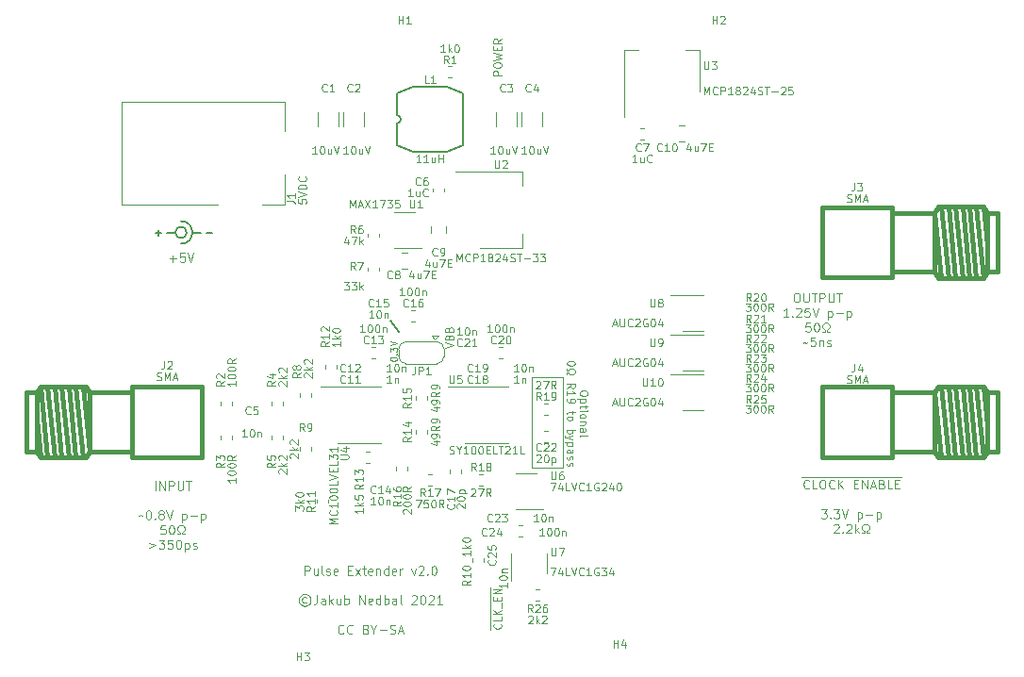
<source format=gto>
G04 #@! TF.GenerationSoftware,KiCad,Pcbnew,5.1.10-88a1d61d58~90~ubuntu20.04.1*
G04 #@! TF.CreationDate,2021-11-15T23:18:05+00:00*
G04 #@! TF.ProjectId,pulse_stretcher,70756c73-655f-4737-9472-657463686572,rev?*
G04 #@! TF.SameCoordinates,PX5ee3fe0PY6209a80*
G04 #@! TF.FileFunction,Legend,Top*
G04 #@! TF.FilePolarity,Positive*
%FSLAX46Y46*%
G04 Gerber Fmt 4.6, Leading zero omitted, Abs format (unit mm)*
G04 Created by KiCad (PCBNEW 5.1.10-88a1d61d58~90~ubuntu20.04.1) date 2021-11-15 23:18:05*
%MOMM*%
%LPD*%
G01*
G04 APERTURE LIST*
%ADD10C,0.100000*%
%ADD11C,0.120000*%
%ADD12C,0.150000*%
%ADD13C,0.381000*%
%ADD14C,0.110000*%
G04 APERTURE END LIST*
D10*
X34300333Y18577334D02*
X34300333Y18444000D01*
X34267000Y18377334D01*
X34200333Y18310667D01*
X34067000Y18277334D01*
X33833666Y18277334D01*
X33700333Y18310667D01*
X33633666Y18377334D01*
X33600333Y18444000D01*
X33600333Y18577334D01*
X33633666Y18644000D01*
X33700333Y18710667D01*
X33833666Y18744000D01*
X34067000Y18744000D01*
X34200333Y18710667D01*
X34267000Y18644000D01*
X34300333Y18577334D01*
X34067000Y17977334D02*
X33367000Y17977334D01*
X34033666Y17977334D02*
X34067000Y17910667D01*
X34067000Y17777334D01*
X34033666Y17710667D01*
X34000333Y17677334D01*
X33933666Y17644000D01*
X33733666Y17644000D01*
X33667000Y17677334D01*
X33633666Y17710667D01*
X33600333Y17777334D01*
X33600333Y17910667D01*
X33633666Y17977334D01*
X34067000Y17444000D02*
X34067000Y17177334D01*
X34300333Y17344000D02*
X33700333Y17344000D01*
X33633666Y17310667D01*
X33600333Y17244000D01*
X33600333Y17177334D01*
X33600333Y16944000D02*
X34067000Y16944000D01*
X34300333Y16944000D02*
X34267000Y16977334D01*
X34233666Y16944000D01*
X34267000Y16910667D01*
X34300333Y16944000D01*
X34233666Y16944000D01*
X33600333Y16510667D02*
X33633666Y16577334D01*
X33667000Y16610667D01*
X33733666Y16644000D01*
X33933666Y16644000D01*
X34000333Y16610667D01*
X34033666Y16577334D01*
X34067000Y16510667D01*
X34067000Y16410667D01*
X34033666Y16344000D01*
X34000333Y16310667D01*
X33933666Y16277334D01*
X33733666Y16277334D01*
X33667000Y16310667D01*
X33633666Y16344000D01*
X33600333Y16410667D01*
X33600333Y16510667D01*
X34067000Y15977334D02*
X33600333Y15977334D01*
X34000333Y15977334D02*
X34033666Y15944000D01*
X34067000Y15877334D01*
X34067000Y15777334D01*
X34033666Y15710667D01*
X33967000Y15677334D01*
X33600333Y15677334D01*
X33600333Y15044000D02*
X33967000Y15044000D01*
X34033666Y15077334D01*
X34067000Y15144000D01*
X34067000Y15277334D01*
X34033666Y15344000D01*
X33633666Y15044000D02*
X33600333Y15110667D01*
X33600333Y15277334D01*
X33633666Y15344000D01*
X33700333Y15377334D01*
X33767000Y15377334D01*
X33833666Y15344000D01*
X33867000Y15277334D01*
X33867000Y15110667D01*
X33900333Y15044000D01*
X33600333Y14610667D02*
X33633666Y14677334D01*
X33700333Y14710667D01*
X34300333Y14710667D01*
X33150333Y21244000D02*
X33150333Y21177334D01*
X33117000Y21110667D01*
X33083666Y21077334D01*
X33017000Y21044000D01*
X32883666Y21010667D01*
X32717000Y21010667D01*
X32583666Y21044000D01*
X32517000Y21077334D01*
X32483666Y21110667D01*
X32450333Y21177334D01*
X32450333Y21244000D01*
X32483666Y21310667D01*
X32517000Y21344000D01*
X32583666Y21377334D01*
X32717000Y21410667D01*
X32883666Y21410667D01*
X33017000Y21377334D01*
X33083666Y21344000D01*
X33117000Y21310667D01*
X33150333Y21244000D01*
X32450333Y20744000D02*
X32450333Y20577334D01*
X32583666Y20577334D01*
X32617000Y20644000D01*
X32683666Y20710667D01*
X32783666Y20744000D01*
X32950333Y20744000D01*
X33050333Y20710667D01*
X33117000Y20644000D01*
X33150333Y20544000D01*
X33150333Y20410667D01*
X33117000Y20310667D01*
X33050333Y20244000D01*
X32950333Y20210667D01*
X32783666Y20210667D01*
X32683666Y20244000D01*
X32617000Y20310667D01*
X32583666Y20377334D01*
X32450333Y20377334D01*
X32450333Y20210667D01*
X32450333Y18977334D02*
X32783666Y19210667D01*
X32450333Y19377334D02*
X33150333Y19377334D01*
X33150333Y19110667D01*
X33117000Y19044000D01*
X33083666Y19010667D01*
X33017000Y18977334D01*
X32917000Y18977334D01*
X32850333Y19010667D01*
X32817000Y19044000D01*
X32783666Y19110667D01*
X32783666Y19377334D01*
X32450333Y18310667D02*
X32450333Y18710667D01*
X32450333Y18510667D02*
X33150333Y18510667D01*
X33050333Y18577334D01*
X32983666Y18644000D01*
X32950333Y18710667D01*
X32450333Y17977334D02*
X32450333Y17844000D01*
X32483666Y17777334D01*
X32517000Y17744000D01*
X32617000Y17677334D01*
X32750333Y17644000D01*
X33017000Y17644000D01*
X33083666Y17677334D01*
X33117000Y17710667D01*
X33150333Y17777334D01*
X33150333Y17910667D01*
X33117000Y17977334D01*
X33083666Y18010667D01*
X33017000Y18044000D01*
X32850333Y18044000D01*
X32783666Y18010667D01*
X32750333Y17977334D01*
X32717000Y17910667D01*
X32717000Y17777334D01*
X32750333Y17710667D01*
X32783666Y17677334D01*
X32850333Y17644000D01*
X32917000Y16910667D02*
X32917000Y16644000D01*
X33150333Y16810667D02*
X32550333Y16810667D01*
X32483666Y16777334D01*
X32450333Y16710667D01*
X32450333Y16644000D01*
X32450333Y16310667D02*
X32483666Y16377334D01*
X32517000Y16410667D01*
X32583666Y16444000D01*
X32783666Y16444000D01*
X32850333Y16410667D01*
X32883666Y16377334D01*
X32917000Y16310667D01*
X32917000Y16210667D01*
X32883666Y16144000D01*
X32850333Y16110667D01*
X32783666Y16077334D01*
X32583666Y16077334D01*
X32517000Y16110667D01*
X32483666Y16144000D01*
X32450333Y16210667D01*
X32450333Y16310667D01*
X32450333Y15244000D02*
X33150333Y15244000D01*
X32883666Y15244000D02*
X32917000Y15177334D01*
X32917000Y15044000D01*
X32883666Y14977334D01*
X32850333Y14944000D01*
X32783666Y14910667D01*
X32583666Y14910667D01*
X32517000Y14944000D01*
X32483666Y14977334D01*
X32450333Y15044000D01*
X32450333Y15177334D01*
X32483666Y15244000D01*
X32917000Y14677334D02*
X32450333Y14510667D01*
X32917000Y14344000D02*
X32450333Y14510667D01*
X32283666Y14577334D01*
X32250333Y14610667D01*
X32217000Y14677334D01*
X32917000Y14077334D02*
X32217000Y14077334D01*
X32883666Y14077334D02*
X32917000Y14010667D01*
X32917000Y13877334D01*
X32883666Y13810667D01*
X32850333Y13777334D01*
X32783666Y13744000D01*
X32583666Y13744000D01*
X32517000Y13777334D01*
X32483666Y13810667D01*
X32450333Y13877334D01*
X32450333Y14010667D01*
X32483666Y14077334D01*
X32450333Y13144000D02*
X32817000Y13144000D01*
X32883666Y13177334D01*
X32917000Y13244000D01*
X32917000Y13377334D01*
X32883666Y13444000D01*
X32483666Y13144000D02*
X32450333Y13210667D01*
X32450333Y13377334D01*
X32483666Y13444000D01*
X32550333Y13477334D01*
X32617000Y13477334D01*
X32683666Y13444000D01*
X32717000Y13377334D01*
X32717000Y13210667D01*
X32750333Y13144000D01*
X32483666Y12844000D02*
X32450333Y12777334D01*
X32450333Y12644000D01*
X32483666Y12577334D01*
X32550333Y12544000D01*
X32583666Y12544000D01*
X32650333Y12577334D01*
X32683666Y12644000D01*
X32683666Y12744000D01*
X32717000Y12810667D01*
X32783666Y12844000D01*
X32817000Y12844000D01*
X32883666Y12810667D01*
X32917000Y12744000D01*
X32917000Y12644000D01*
X32883666Y12577334D01*
X32483666Y12277334D02*
X32450333Y12210667D01*
X32450333Y12077334D01*
X32483666Y12010667D01*
X32550333Y11977334D01*
X32583666Y11977334D01*
X32650333Y12010667D01*
X32683666Y12077334D01*
X32683666Y12177334D01*
X32717000Y12244000D01*
X32783666Y12277334D01*
X32817000Y12277334D01*
X32883666Y12244000D01*
X32917000Y12177334D01*
X32917000Y12077334D01*
X32883666Y12010667D01*
X32072000Y19996000D02*
X29278000Y19996000D01*
X32072000Y11868000D02*
X32072000Y19996000D01*
X29278000Y11868000D02*
X32072000Y11868000D01*
X29278000Y19996000D02*
X29278000Y11868000D01*
X21528666Y22618667D02*
X22228666Y22852000D01*
X21528666Y23085334D01*
X21862000Y23552000D02*
X21895333Y23652000D01*
X21928666Y23685334D01*
X21995333Y23718667D01*
X22095333Y23718667D01*
X22162000Y23685334D01*
X22195333Y23652000D01*
X22228666Y23585334D01*
X22228666Y23318667D01*
X21528666Y23318667D01*
X21528666Y23552000D01*
X21562000Y23618667D01*
X21595333Y23652000D01*
X21662000Y23685334D01*
X21728666Y23685334D01*
X21795333Y23652000D01*
X21828666Y23618667D01*
X21862000Y23552000D01*
X21862000Y23318667D01*
X21862000Y24252000D02*
X21895333Y24352000D01*
X21928666Y24385334D01*
X21995333Y24418667D01*
X22095333Y24418667D01*
X22162000Y24385334D01*
X22195333Y24352000D01*
X22228666Y24285334D01*
X22228666Y24018667D01*
X21528666Y24018667D01*
X21528666Y24252000D01*
X21562000Y24318667D01*
X21595333Y24352000D01*
X21662000Y24385334D01*
X21728666Y24385334D01*
X21795333Y24352000D01*
X21828666Y24318667D01*
X21862000Y24252000D01*
X21862000Y24018667D01*
X16566928Y21567715D02*
X16566928Y21624858D01*
X16595500Y21682000D01*
X16624071Y21710572D01*
X16681214Y21739143D01*
X16795500Y21767715D01*
X16938357Y21767715D01*
X17052642Y21739143D01*
X17109785Y21710572D01*
X17138357Y21682000D01*
X17166928Y21624858D01*
X17166928Y21567715D01*
X17138357Y21510572D01*
X17109785Y21482000D01*
X17052642Y21453429D01*
X16938357Y21424858D01*
X16795500Y21424858D01*
X16681214Y21453429D01*
X16624071Y21482000D01*
X16595500Y21510572D01*
X16566928Y21567715D01*
X17109785Y22024858D02*
X17138357Y22053429D01*
X17166928Y22024858D01*
X17138357Y21996286D01*
X17109785Y22024858D01*
X17166928Y22024858D01*
X16566928Y22253429D02*
X16566928Y22624858D01*
X16795500Y22424858D01*
X16795500Y22510572D01*
X16824071Y22567715D01*
X16852642Y22596286D01*
X16909785Y22624858D01*
X17052642Y22624858D01*
X17109785Y22596286D01*
X17138357Y22567715D01*
X17166928Y22510572D01*
X17166928Y22339143D01*
X17138357Y22282000D01*
X17109785Y22253429D01*
X16566928Y22796286D02*
X17166928Y22996286D01*
X16566928Y23196286D01*
X25596000Y-2765333D02*
X25596000Y-2065333D01*
X26480000Y-2198666D02*
X26513333Y-2232000D01*
X26546666Y-2332000D01*
X26546666Y-2398666D01*
X26513333Y-2498666D01*
X26446666Y-2565333D01*
X26380000Y-2598666D01*
X26246666Y-2632000D01*
X26146666Y-2632000D01*
X26013333Y-2598666D01*
X25946666Y-2565333D01*
X25880000Y-2498666D01*
X25846666Y-2398666D01*
X25846666Y-2332000D01*
X25880000Y-2232000D01*
X25913333Y-2198666D01*
X25596000Y-2065333D02*
X25596000Y-1498666D01*
X26546666Y-1565333D02*
X26546666Y-1898666D01*
X25846666Y-1898666D01*
X25596000Y-1498666D02*
X25596000Y-798666D01*
X26546666Y-1332000D02*
X25846666Y-1332000D01*
X26546666Y-932000D02*
X26146666Y-1232000D01*
X25846666Y-932000D02*
X26246666Y-1332000D01*
X25596000Y-798666D02*
X25596000Y-265333D01*
X26613333Y-798666D02*
X26613333Y-265333D01*
X25596000Y-265333D02*
X25596000Y368000D01*
X26180000Y-98666D02*
X26180000Y134667D01*
X26546666Y234667D02*
X26546666Y-98666D01*
X25846666Y-98666D01*
X25846666Y234667D01*
X25596000Y368000D02*
X25596000Y1101334D01*
X26546666Y534667D02*
X25846666Y534667D01*
X26546666Y934667D01*
X25846666Y934667D01*
X26546666Y47081334D02*
X25846666Y47081334D01*
X25846666Y47348000D01*
X25880000Y47414667D01*
X25913333Y47448000D01*
X25980000Y47481334D01*
X26080000Y47481334D01*
X26146666Y47448000D01*
X26180000Y47414667D01*
X26213333Y47348000D01*
X26213333Y47081334D01*
X25846666Y47914667D02*
X25846666Y48048000D01*
X25880000Y48114667D01*
X25946666Y48181334D01*
X26080000Y48214667D01*
X26313333Y48214667D01*
X26446666Y48181334D01*
X26513333Y48114667D01*
X26546666Y48048000D01*
X26546666Y47914667D01*
X26513333Y47848000D01*
X26446666Y47781334D01*
X26313333Y47748000D01*
X26080000Y47748000D01*
X25946666Y47781334D01*
X25880000Y47848000D01*
X25846666Y47914667D01*
X25846666Y48448000D02*
X26546666Y48614667D01*
X26046666Y48748000D01*
X26546666Y48881334D01*
X25846666Y49048000D01*
X26180000Y49314667D02*
X26180000Y49548000D01*
X26546666Y49648000D02*
X26546666Y49314667D01*
X25846666Y49314667D01*
X25846666Y49648000D01*
X26546666Y50348000D02*
X26213333Y50114667D01*
X26546666Y49948000D02*
X25846666Y49948000D01*
X25846666Y50214667D01*
X25880000Y50281334D01*
X25913333Y50314667D01*
X25980000Y50348000D01*
X26080000Y50348000D01*
X26146666Y50314667D01*
X26180000Y50281334D01*
X26213333Y50214667D01*
X26213333Y49948000D01*
D11*
X53522857Y11024000D02*
X54322857Y11024000D01*
X54170476Y10006286D02*
X54132380Y9968191D01*
X54018095Y9930096D01*
X53941904Y9930096D01*
X53827619Y9968191D01*
X53751428Y10044381D01*
X53713333Y10120572D01*
X53675238Y10272953D01*
X53675238Y10387239D01*
X53713333Y10539620D01*
X53751428Y10615810D01*
X53827619Y10692000D01*
X53941904Y10730096D01*
X54018095Y10730096D01*
X54132380Y10692000D01*
X54170476Y10653905D01*
X54322857Y11024000D02*
X54970476Y11024000D01*
X54894285Y9930096D02*
X54513333Y9930096D01*
X54513333Y10730096D01*
X54970476Y11024000D02*
X55808571Y11024000D01*
X55313333Y10730096D02*
X55465714Y10730096D01*
X55541904Y10692000D01*
X55618095Y10615810D01*
X55656190Y10463429D01*
X55656190Y10196762D01*
X55618095Y10044381D01*
X55541904Y9968191D01*
X55465714Y9930096D01*
X55313333Y9930096D01*
X55237142Y9968191D01*
X55160952Y10044381D01*
X55122857Y10196762D01*
X55122857Y10463429D01*
X55160952Y10615810D01*
X55237142Y10692000D01*
X55313333Y10730096D01*
X55808571Y11024000D02*
X56608571Y11024000D01*
X56456190Y10006286D02*
X56418095Y9968191D01*
X56303809Y9930096D01*
X56227619Y9930096D01*
X56113333Y9968191D01*
X56037142Y10044381D01*
X55999047Y10120572D01*
X55960952Y10272953D01*
X55960952Y10387239D01*
X55999047Y10539620D01*
X56037142Y10615810D01*
X56113333Y10692000D01*
X56227619Y10730096D01*
X56303809Y10730096D01*
X56418095Y10692000D01*
X56456190Y10653905D01*
X56608571Y11024000D02*
X57408571Y11024000D01*
X56799047Y9930096D02*
X56799047Y10730096D01*
X57256190Y9930096D02*
X56913333Y10387239D01*
X57256190Y10730096D02*
X56799047Y10272953D01*
X57408571Y11024000D02*
X58018095Y11024000D01*
X58018095Y11024000D02*
X58741904Y11024000D01*
X58208571Y10349143D02*
X58475238Y10349143D01*
X58589523Y9930096D02*
X58208571Y9930096D01*
X58208571Y10730096D01*
X58589523Y10730096D01*
X58741904Y11024000D02*
X59580000Y11024000D01*
X58932380Y9930096D02*
X58932380Y10730096D01*
X59389523Y9930096D01*
X59389523Y10730096D01*
X59580000Y11024000D02*
X60265714Y11024000D01*
X59732380Y10158667D02*
X60113333Y10158667D01*
X59656190Y9930096D02*
X59922857Y10730096D01*
X60189523Y9930096D01*
X60265714Y11024000D02*
X61065714Y11024000D01*
X60722857Y10349143D02*
X60837142Y10311048D01*
X60875238Y10272953D01*
X60913333Y10196762D01*
X60913333Y10082477D01*
X60875238Y10006286D01*
X60837142Y9968191D01*
X60760952Y9930096D01*
X60456190Y9930096D01*
X60456190Y10730096D01*
X60722857Y10730096D01*
X60799047Y10692000D01*
X60837142Y10653905D01*
X60875238Y10577715D01*
X60875238Y10501524D01*
X60837142Y10425334D01*
X60799047Y10387239D01*
X60722857Y10349143D01*
X60456190Y10349143D01*
X61065714Y11024000D02*
X61713333Y11024000D01*
X61637142Y9930096D02*
X61256190Y9930096D01*
X61256190Y10730096D01*
X61713333Y11024000D02*
X62437142Y11024000D01*
X61903809Y10349143D02*
X62170476Y10349143D01*
X62284761Y9930096D02*
X61903809Y9930096D01*
X61903809Y10730096D01*
X62284761Y10730096D01*
X55275238Y8090096D02*
X55770476Y8090096D01*
X55503809Y7785334D01*
X55618095Y7785334D01*
X55694285Y7747239D01*
X55732380Y7709143D01*
X55770476Y7632953D01*
X55770476Y7442477D01*
X55732380Y7366286D01*
X55694285Y7328191D01*
X55618095Y7290096D01*
X55389523Y7290096D01*
X55313333Y7328191D01*
X55275238Y7366286D01*
X56113333Y7366286D02*
X56151428Y7328191D01*
X56113333Y7290096D01*
X56075238Y7328191D01*
X56113333Y7366286D01*
X56113333Y7290096D01*
X56418095Y8090096D02*
X56913333Y8090096D01*
X56646666Y7785334D01*
X56760952Y7785334D01*
X56837142Y7747239D01*
X56875238Y7709143D01*
X56913333Y7632953D01*
X56913333Y7442477D01*
X56875238Y7366286D01*
X56837142Y7328191D01*
X56760952Y7290096D01*
X56532380Y7290096D01*
X56456190Y7328191D01*
X56418095Y7366286D01*
X57141904Y8090096D02*
X57408571Y7290096D01*
X57675238Y8090096D01*
X58551428Y7823429D02*
X58551428Y7023429D01*
X58551428Y7785334D02*
X58627619Y7823429D01*
X58780000Y7823429D01*
X58856190Y7785334D01*
X58894285Y7747239D01*
X58932380Y7671048D01*
X58932380Y7442477D01*
X58894285Y7366286D01*
X58856190Y7328191D01*
X58780000Y7290096D01*
X58627619Y7290096D01*
X58551428Y7328191D01*
X59275238Y7594858D02*
X59884761Y7594858D01*
X60265714Y7823429D02*
X60265714Y7023429D01*
X60265714Y7785334D02*
X60341904Y7823429D01*
X60494285Y7823429D01*
X60570476Y7785334D01*
X60608571Y7747239D01*
X60646666Y7671048D01*
X60646666Y7442477D01*
X60608571Y7366286D01*
X60570476Y7328191D01*
X60494285Y7290096D01*
X60341904Y7290096D01*
X60265714Y7328191D01*
X56399047Y6693905D02*
X56437142Y6732000D01*
X56513333Y6770096D01*
X56703809Y6770096D01*
X56780000Y6732000D01*
X56818095Y6693905D01*
X56856190Y6617715D01*
X56856190Y6541524D01*
X56818095Y6427239D01*
X56360952Y5970096D01*
X56856190Y5970096D01*
X57199047Y6046286D02*
X57237142Y6008191D01*
X57199047Y5970096D01*
X57160952Y6008191D01*
X57199047Y6046286D01*
X57199047Y5970096D01*
X57541904Y6693905D02*
X57580000Y6732000D01*
X57656190Y6770096D01*
X57846666Y6770096D01*
X57922857Y6732000D01*
X57960952Y6693905D01*
X57999047Y6617715D01*
X57999047Y6541524D01*
X57960952Y6427239D01*
X57503809Y5970096D01*
X57999047Y5970096D01*
X58341904Y5970096D02*
X58341904Y6770096D01*
X58418095Y6274858D02*
X58646666Y5970096D01*
X58646666Y6503429D02*
X58341904Y6198667D01*
X58951428Y5970096D02*
X59141904Y5970096D01*
X59141904Y6122477D01*
X59065714Y6160572D01*
X58989523Y6236762D01*
X58951428Y6351048D01*
X58951428Y6541524D01*
X58989523Y6655810D01*
X59065714Y6732000D01*
X59180000Y6770096D01*
X59332380Y6770096D01*
X59446666Y6732000D01*
X59522857Y6655810D01*
X59560952Y6541524D01*
X59560952Y6351048D01*
X59522857Y6236762D01*
X59446666Y6160572D01*
X59370476Y6122477D01*
X59370476Y5970096D01*
X59560952Y5970096D01*
X8914285Y2208096D02*
X8914285Y3008096D01*
X9219047Y3008096D01*
X9295238Y2970000D01*
X9333333Y2931905D01*
X9371428Y2855715D01*
X9371428Y2741429D01*
X9333333Y2665239D01*
X9295238Y2627143D01*
X9219047Y2589048D01*
X8914285Y2589048D01*
X10057142Y2741429D02*
X10057142Y2208096D01*
X9714285Y2741429D02*
X9714285Y2322381D01*
X9752380Y2246191D01*
X9828571Y2208096D01*
X9942857Y2208096D01*
X10019047Y2246191D01*
X10057142Y2284286D01*
X10552380Y2208096D02*
X10476190Y2246191D01*
X10438095Y2322381D01*
X10438095Y3008096D01*
X10819047Y2246191D02*
X10895238Y2208096D01*
X11047619Y2208096D01*
X11123809Y2246191D01*
X11161904Y2322381D01*
X11161904Y2360477D01*
X11123809Y2436667D01*
X11047619Y2474762D01*
X10933333Y2474762D01*
X10857142Y2512858D01*
X10819047Y2589048D01*
X10819047Y2627143D01*
X10857142Y2703334D01*
X10933333Y2741429D01*
X11047619Y2741429D01*
X11123809Y2703334D01*
X11809523Y2246191D02*
X11733333Y2208096D01*
X11580952Y2208096D01*
X11504761Y2246191D01*
X11466666Y2322381D01*
X11466666Y2627143D01*
X11504761Y2703334D01*
X11580952Y2741429D01*
X11733333Y2741429D01*
X11809523Y2703334D01*
X11847619Y2627143D01*
X11847619Y2550953D01*
X11466666Y2474762D01*
X12800000Y2627143D02*
X13066666Y2627143D01*
X13180952Y2208096D02*
X12800000Y2208096D01*
X12800000Y3008096D01*
X13180952Y3008096D01*
X13447619Y2208096D02*
X13866666Y2741429D01*
X13447619Y2741429D02*
X13866666Y2208096D01*
X14057142Y2741429D02*
X14361904Y2741429D01*
X14171428Y3008096D02*
X14171428Y2322381D01*
X14209523Y2246191D01*
X14285714Y2208096D01*
X14361904Y2208096D01*
X14933333Y2246191D02*
X14857142Y2208096D01*
X14704761Y2208096D01*
X14628571Y2246191D01*
X14590476Y2322381D01*
X14590476Y2627143D01*
X14628571Y2703334D01*
X14704761Y2741429D01*
X14857142Y2741429D01*
X14933333Y2703334D01*
X14971428Y2627143D01*
X14971428Y2550953D01*
X14590476Y2474762D01*
X15314285Y2741429D02*
X15314285Y2208096D01*
X15314285Y2665239D02*
X15352380Y2703334D01*
X15428571Y2741429D01*
X15542857Y2741429D01*
X15619047Y2703334D01*
X15657142Y2627143D01*
X15657142Y2208096D01*
X16380952Y2208096D02*
X16380952Y3008096D01*
X16380952Y2246191D02*
X16304761Y2208096D01*
X16152380Y2208096D01*
X16076190Y2246191D01*
X16038095Y2284286D01*
X16000000Y2360477D01*
X16000000Y2589048D01*
X16038095Y2665239D01*
X16076190Y2703334D01*
X16152380Y2741429D01*
X16304761Y2741429D01*
X16380952Y2703334D01*
X17066666Y2246191D02*
X16990476Y2208096D01*
X16838095Y2208096D01*
X16761904Y2246191D01*
X16723809Y2322381D01*
X16723809Y2627143D01*
X16761904Y2703334D01*
X16838095Y2741429D01*
X16990476Y2741429D01*
X17066666Y2703334D01*
X17104761Y2627143D01*
X17104761Y2550953D01*
X16723809Y2474762D01*
X17447619Y2208096D02*
X17447619Y2741429D01*
X17447619Y2589048D02*
X17485714Y2665239D01*
X17523809Y2703334D01*
X17600000Y2741429D01*
X17676190Y2741429D01*
X18476190Y2741429D02*
X18666666Y2208096D01*
X18857142Y2741429D01*
X19123809Y2931905D02*
X19161904Y2970000D01*
X19238095Y3008096D01*
X19428571Y3008096D01*
X19504761Y2970000D01*
X19542857Y2931905D01*
X19580952Y2855715D01*
X19580952Y2779524D01*
X19542857Y2665239D01*
X19085714Y2208096D01*
X19580952Y2208096D01*
X19923809Y2284286D02*
X19961904Y2246191D01*
X19923809Y2208096D01*
X19885714Y2246191D01*
X19923809Y2284286D01*
X19923809Y2208096D01*
X20457142Y3008096D02*
X20533333Y3008096D01*
X20609523Y2970000D01*
X20647619Y2931905D01*
X20685714Y2855715D01*
X20723809Y2703334D01*
X20723809Y2512858D01*
X20685714Y2360477D01*
X20647619Y2284286D01*
X20609523Y2246191D01*
X20533333Y2208096D01*
X20457142Y2208096D01*
X20380952Y2246191D01*
X20342857Y2284286D01*
X20304761Y2360477D01*
X20266666Y2512858D01*
X20266666Y2703334D01*
X20304761Y2855715D01*
X20342857Y2931905D01*
X20380952Y2970000D01*
X20457142Y3008096D01*
X9047619Y177620D02*
X8971428Y215715D01*
X8819047Y215715D01*
X8742857Y177620D01*
X8666666Y101429D01*
X8628571Y25239D01*
X8628571Y-127142D01*
X8666666Y-203333D01*
X8742857Y-279523D01*
X8819047Y-317619D01*
X8971428Y-317619D01*
X9047619Y-279523D01*
X8895238Y482381D02*
X8704761Y444286D01*
X8514285Y330000D01*
X8400000Y139524D01*
X8361904Y-50952D01*
X8400000Y-241428D01*
X8514285Y-431904D01*
X8704761Y-546190D01*
X8895238Y-584285D01*
X9085714Y-546190D01*
X9276190Y-431904D01*
X9390476Y-241428D01*
X9428571Y-50952D01*
X9390476Y139524D01*
X9276190Y330000D01*
X9085714Y444286D01*
X8895238Y482381D01*
X10000000Y368096D02*
X10000000Y-203333D01*
X9961904Y-317619D01*
X9885714Y-393809D01*
X9771428Y-431904D01*
X9695238Y-431904D01*
X10723809Y-431904D02*
X10723809Y-12857D01*
X10685714Y63334D01*
X10609523Y101429D01*
X10457142Y101429D01*
X10380952Y63334D01*
X10723809Y-393809D02*
X10647619Y-431904D01*
X10457142Y-431904D01*
X10380952Y-393809D01*
X10342857Y-317619D01*
X10342857Y-241428D01*
X10380952Y-165238D01*
X10457142Y-127142D01*
X10647619Y-127142D01*
X10723809Y-89047D01*
X11104761Y-431904D02*
X11104761Y368096D01*
X11180952Y-127142D02*
X11409523Y-431904D01*
X11409523Y101429D02*
X11104761Y-203333D01*
X12095238Y101429D02*
X12095238Y-431904D01*
X11752380Y101429D02*
X11752380Y-317619D01*
X11790476Y-393809D01*
X11866666Y-431904D01*
X11980952Y-431904D01*
X12057142Y-393809D01*
X12095238Y-355714D01*
X12476190Y-431904D02*
X12476190Y368096D01*
X12476190Y63334D02*
X12552380Y101429D01*
X12704761Y101429D01*
X12780952Y63334D01*
X12819047Y25239D01*
X12857142Y-50952D01*
X12857142Y-279523D01*
X12819047Y-355714D01*
X12780952Y-393809D01*
X12704761Y-431904D01*
X12552380Y-431904D01*
X12476190Y-393809D01*
X13809523Y-431904D02*
X13809523Y368096D01*
X14266666Y-431904D01*
X14266666Y368096D01*
X14952380Y-393809D02*
X14876190Y-431904D01*
X14723809Y-431904D01*
X14647619Y-393809D01*
X14609523Y-317619D01*
X14609523Y-12857D01*
X14647619Y63334D01*
X14723809Y101429D01*
X14876190Y101429D01*
X14952380Y63334D01*
X14990476Y-12857D01*
X14990476Y-89047D01*
X14609523Y-165238D01*
X15676190Y-431904D02*
X15676190Y368096D01*
X15676190Y-393809D02*
X15600000Y-431904D01*
X15447619Y-431904D01*
X15371428Y-393809D01*
X15333333Y-355714D01*
X15295238Y-279523D01*
X15295238Y-50952D01*
X15333333Y25239D01*
X15371428Y63334D01*
X15447619Y101429D01*
X15600000Y101429D01*
X15676190Y63334D01*
X16057142Y-431904D02*
X16057142Y368096D01*
X16057142Y63334D02*
X16133333Y101429D01*
X16285714Y101429D01*
X16361904Y63334D01*
X16400000Y25239D01*
X16438095Y-50952D01*
X16438095Y-279523D01*
X16400000Y-355714D01*
X16361904Y-393809D01*
X16285714Y-431904D01*
X16133333Y-431904D01*
X16057142Y-393809D01*
X17123809Y-431904D02*
X17123809Y-12857D01*
X17085714Y63334D01*
X17009523Y101429D01*
X16857142Y101429D01*
X16780952Y63334D01*
X17123809Y-393809D02*
X17047619Y-431904D01*
X16857142Y-431904D01*
X16780952Y-393809D01*
X16742857Y-317619D01*
X16742857Y-241428D01*
X16780952Y-165238D01*
X16857142Y-127142D01*
X17047619Y-127142D01*
X17123809Y-89047D01*
X17619047Y-431904D02*
X17542857Y-393809D01*
X17504761Y-317619D01*
X17504761Y368096D01*
X18495238Y291905D02*
X18533333Y330000D01*
X18609523Y368096D01*
X18800000Y368096D01*
X18876190Y330000D01*
X18914285Y291905D01*
X18952380Y215715D01*
X18952380Y139524D01*
X18914285Y25239D01*
X18457142Y-431904D01*
X18952380Y-431904D01*
X19447619Y368096D02*
X19523809Y368096D01*
X19600000Y330000D01*
X19638095Y291905D01*
X19676190Y215715D01*
X19714285Y63334D01*
X19714285Y-127142D01*
X19676190Y-279523D01*
X19638095Y-355714D01*
X19600000Y-393809D01*
X19523809Y-431904D01*
X19447619Y-431904D01*
X19371428Y-393809D01*
X19333333Y-355714D01*
X19295238Y-279523D01*
X19257142Y-127142D01*
X19257142Y63334D01*
X19295238Y215715D01*
X19333333Y291905D01*
X19371428Y330000D01*
X19447619Y368096D01*
X20019047Y291905D02*
X20057142Y330000D01*
X20133333Y368096D01*
X20323809Y368096D01*
X20400000Y330000D01*
X20438095Y291905D01*
X20476190Y215715D01*
X20476190Y139524D01*
X20438095Y25239D01*
X19980952Y-431904D01*
X20476190Y-431904D01*
X21238095Y-431904D02*
X20780952Y-431904D01*
X21009523Y-431904D02*
X21009523Y368096D01*
X20933333Y253810D01*
X20857142Y177620D01*
X20780952Y139524D01*
X12380952Y-2995714D02*
X12342857Y-3033809D01*
X12228571Y-3071904D01*
X12152380Y-3071904D01*
X12038095Y-3033809D01*
X11961904Y-2957619D01*
X11923809Y-2881428D01*
X11885714Y-2729047D01*
X11885714Y-2614761D01*
X11923809Y-2462380D01*
X11961904Y-2386190D01*
X12038095Y-2310000D01*
X12152380Y-2271904D01*
X12228571Y-2271904D01*
X12342857Y-2310000D01*
X12380952Y-2348095D01*
X13180952Y-2995714D02*
X13142857Y-3033809D01*
X13028571Y-3071904D01*
X12952380Y-3071904D01*
X12838095Y-3033809D01*
X12761904Y-2957619D01*
X12723809Y-2881428D01*
X12685714Y-2729047D01*
X12685714Y-2614761D01*
X12723809Y-2462380D01*
X12761904Y-2386190D01*
X12838095Y-2310000D01*
X12952380Y-2271904D01*
X13028571Y-2271904D01*
X13142857Y-2310000D01*
X13180952Y-2348095D01*
X14400000Y-2652857D02*
X14514285Y-2690952D01*
X14552380Y-2729047D01*
X14590476Y-2805238D01*
X14590476Y-2919523D01*
X14552380Y-2995714D01*
X14514285Y-3033809D01*
X14438095Y-3071904D01*
X14133333Y-3071904D01*
X14133333Y-2271904D01*
X14400000Y-2271904D01*
X14476190Y-2310000D01*
X14514285Y-2348095D01*
X14552380Y-2424285D01*
X14552380Y-2500476D01*
X14514285Y-2576666D01*
X14476190Y-2614761D01*
X14400000Y-2652857D01*
X14133333Y-2652857D01*
X15085714Y-2690952D02*
X15085714Y-3071904D01*
X14819047Y-2271904D02*
X15085714Y-2690952D01*
X15352380Y-2271904D01*
X15619047Y-2767142D02*
X16228571Y-2767142D01*
X16571428Y-3033809D02*
X16685714Y-3071904D01*
X16876190Y-3071904D01*
X16952380Y-3033809D01*
X16990476Y-2995714D01*
X17028571Y-2919523D01*
X17028571Y-2843333D01*
X16990476Y-2767142D01*
X16952380Y-2729047D01*
X16876190Y-2690952D01*
X16723809Y-2652857D01*
X16647619Y-2614761D01*
X16609523Y-2576666D01*
X16571428Y-2500476D01*
X16571428Y-2424285D01*
X16609523Y-2348095D01*
X16647619Y-2310000D01*
X16723809Y-2271904D01*
X16914285Y-2271904D01*
X17028571Y-2310000D01*
X17333333Y-2843333D02*
X17714285Y-2843333D01*
X17257142Y-3071904D02*
X17523809Y-2271904D01*
X17790476Y-3071904D01*
X53008190Y27494096D02*
X53160571Y27494096D01*
X53236761Y27456000D01*
X53312952Y27379810D01*
X53351047Y27227429D01*
X53351047Y26960762D01*
X53312952Y26808381D01*
X53236761Y26732191D01*
X53160571Y26694096D01*
X53008190Y26694096D01*
X52932000Y26732191D01*
X52855809Y26808381D01*
X52817714Y26960762D01*
X52817714Y27227429D01*
X52855809Y27379810D01*
X52932000Y27456000D01*
X53008190Y27494096D01*
X53693904Y27494096D02*
X53693904Y26846477D01*
X53732000Y26770286D01*
X53770095Y26732191D01*
X53846285Y26694096D01*
X53998666Y26694096D01*
X54074857Y26732191D01*
X54112952Y26770286D01*
X54151047Y26846477D01*
X54151047Y27494096D01*
X54417714Y27494096D02*
X54874857Y27494096D01*
X54646285Y26694096D02*
X54646285Y27494096D01*
X55141523Y26694096D02*
X55141523Y27494096D01*
X55446285Y27494096D01*
X55522476Y27456000D01*
X55560571Y27417905D01*
X55598666Y27341715D01*
X55598666Y27227429D01*
X55560571Y27151239D01*
X55522476Y27113143D01*
X55446285Y27075048D01*
X55141523Y27075048D01*
X55941523Y27494096D02*
X55941523Y26846477D01*
X55979619Y26770286D01*
X56017714Y26732191D01*
X56093904Y26694096D01*
X56246285Y26694096D01*
X56322476Y26732191D01*
X56360571Y26770286D01*
X56398666Y26846477D01*
X56398666Y27494096D01*
X56665333Y27494096D02*
X57122476Y27494096D01*
X56893904Y26694096D02*
X56893904Y27494096D01*
X52341523Y25374096D02*
X51884380Y25374096D01*
X52112952Y25374096D02*
X52112952Y26174096D01*
X52036761Y26059810D01*
X51960571Y25983620D01*
X51884380Y25945524D01*
X52684380Y25450286D02*
X52722476Y25412191D01*
X52684380Y25374096D01*
X52646285Y25412191D01*
X52684380Y25450286D01*
X52684380Y25374096D01*
X53027238Y26097905D02*
X53065333Y26136000D01*
X53141523Y26174096D01*
X53332000Y26174096D01*
X53408190Y26136000D01*
X53446285Y26097905D01*
X53484380Y26021715D01*
X53484380Y25945524D01*
X53446285Y25831239D01*
X52989142Y25374096D01*
X53484380Y25374096D01*
X54208190Y26174096D02*
X53827238Y26174096D01*
X53789142Y25793143D01*
X53827238Y25831239D01*
X53903428Y25869334D01*
X54093904Y25869334D01*
X54170095Y25831239D01*
X54208190Y25793143D01*
X54246285Y25716953D01*
X54246285Y25526477D01*
X54208190Y25450286D01*
X54170095Y25412191D01*
X54093904Y25374096D01*
X53903428Y25374096D01*
X53827238Y25412191D01*
X53789142Y25450286D01*
X54474857Y26174096D02*
X54741523Y25374096D01*
X55008190Y26174096D01*
X55884380Y25907429D02*
X55884380Y25107429D01*
X55884380Y25869334D02*
X55960571Y25907429D01*
X56112952Y25907429D01*
X56189142Y25869334D01*
X56227238Y25831239D01*
X56265333Y25755048D01*
X56265333Y25526477D01*
X56227238Y25450286D01*
X56189142Y25412191D01*
X56112952Y25374096D01*
X55960571Y25374096D01*
X55884380Y25412191D01*
X56608190Y25678858D02*
X57217714Y25678858D01*
X57598666Y25907429D02*
X57598666Y25107429D01*
X57598666Y25869334D02*
X57674857Y25907429D01*
X57827238Y25907429D01*
X57903428Y25869334D01*
X57941523Y25831239D01*
X57979619Y25755048D01*
X57979619Y25526477D01*
X57941523Y25450286D01*
X57903428Y25412191D01*
X57827238Y25374096D01*
X57674857Y25374096D01*
X57598666Y25412191D01*
X54284380Y24854096D02*
X53903428Y24854096D01*
X53865333Y24473143D01*
X53903428Y24511239D01*
X53979619Y24549334D01*
X54170095Y24549334D01*
X54246285Y24511239D01*
X54284380Y24473143D01*
X54322476Y24396953D01*
X54322476Y24206477D01*
X54284380Y24130286D01*
X54246285Y24092191D01*
X54170095Y24054096D01*
X53979619Y24054096D01*
X53903428Y24092191D01*
X53865333Y24130286D01*
X54817714Y24854096D02*
X54893904Y24854096D01*
X54970095Y24816000D01*
X55008190Y24777905D01*
X55046285Y24701715D01*
X55084380Y24549334D01*
X55084380Y24358858D01*
X55046285Y24206477D01*
X55008190Y24130286D01*
X54970095Y24092191D01*
X54893904Y24054096D01*
X54817714Y24054096D01*
X54741523Y24092191D01*
X54703428Y24130286D01*
X54665333Y24206477D01*
X54627238Y24358858D01*
X54627238Y24549334D01*
X54665333Y24701715D01*
X54703428Y24777905D01*
X54741523Y24816000D01*
X54817714Y24854096D01*
X55389142Y24054096D02*
X55579619Y24054096D01*
X55579619Y24206477D01*
X55503428Y24244572D01*
X55427238Y24320762D01*
X55389142Y24435048D01*
X55389142Y24625524D01*
X55427238Y24739810D01*
X55503428Y24816000D01*
X55617714Y24854096D01*
X55770095Y24854096D01*
X55884380Y24816000D01*
X55960571Y24739810D01*
X55998666Y24625524D01*
X55998666Y24435048D01*
X55960571Y24320762D01*
X55884380Y24244572D01*
X55808190Y24206477D01*
X55808190Y24054096D01*
X55998666Y24054096D01*
X53655809Y23038858D02*
X53693904Y23076953D01*
X53770095Y23115048D01*
X53922476Y23038858D01*
X53998666Y23076953D01*
X54036761Y23115048D01*
X54722476Y23534096D02*
X54341523Y23534096D01*
X54303428Y23153143D01*
X54341523Y23191239D01*
X54417714Y23229334D01*
X54608190Y23229334D01*
X54684380Y23191239D01*
X54722476Y23153143D01*
X54760571Y23076953D01*
X54760571Y22886477D01*
X54722476Y22810286D01*
X54684380Y22772191D01*
X54608190Y22734096D01*
X54417714Y22734096D01*
X54341523Y22772191D01*
X54303428Y22810286D01*
X55103428Y23267429D02*
X55103428Y22734096D01*
X55103428Y23191239D02*
X55141523Y23229334D01*
X55217714Y23267429D01*
X55332000Y23267429D01*
X55408190Y23229334D01*
X55446285Y23153143D01*
X55446285Y22734096D01*
X55789142Y22772191D02*
X55865333Y22734096D01*
X56017714Y22734096D01*
X56093904Y22772191D01*
X56132000Y22848381D01*
X56132000Y22886477D01*
X56093904Y22962667D01*
X56017714Y23000762D01*
X55903428Y23000762D01*
X55827238Y23038858D01*
X55789142Y23115048D01*
X55789142Y23153143D01*
X55827238Y23229334D01*
X55903428Y23267429D01*
X56017714Y23267429D01*
X56093904Y23229334D01*
X-4522858Y9828096D02*
X-4522858Y10628096D01*
X-4141905Y9828096D02*
X-4141905Y10628096D01*
X-3684762Y9828096D01*
X-3684762Y10628096D01*
X-3303810Y9828096D02*
X-3303810Y10628096D01*
X-2999048Y10628096D01*
X-2922858Y10590000D01*
X-2884762Y10551905D01*
X-2846667Y10475715D01*
X-2846667Y10361429D01*
X-2884762Y10285239D01*
X-2922858Y10247143D01*
X-2999048Y10209048D01*
X-3303810Y10209048D01*
X-2503810Y10628096D02*
X-2503810Y9980477D01*
X-2465715Y9904286D01*
X-2427620Y9866191D01*
X-2351429Y9828096D01*
X-2199048Y9828096D01*
X-2122858Y9866191D01*
X-2084762Y9904286D01*
X-2046667Y9980477D01*
X-2046667Y10628096D01*
X-1780000Y10628096D02*
X-1322858Y10628096D01*
X-1551429Y9828096D02*
X-1551429Y10628096D01*
X-6008572Y7492858D02*
X-5970477Y7530953D01*
X-5894286Y7569048D01*
X-5741905Y7492858D01*
X-5665715Y7530953D01*
X-5627620Y7569048D01*
X-5170477Y7988096D02*
X-5094286Y7988096D01*
X-5018096Y7950000D01*
X-4980000Y7911905D01*
X-4941905Y7835715D01*
X-4903810Y7683334D01*
X-4903810Y7492858D01*
X-4941905Y7340477D01*
X-4980000Y7264286D01*
X-5018096Y7226191D01*
X-5094286Y7188096D01*
X-5170477Y7188096D01*
X-5246667Y7226191D01*
X-5284762Y7264286D01*
X-5322858Y7340477D01*
X-5360953Y7492858D01*
X-5360953Y7683334D01*
X-5322858Y7835715D01*
X-5284762Y7911905D01*
X-5246667Y7950000D01*
X-5170477Y7988096D01*
X-4560953Y7264286D02*
X-4522858Y7226191D01*
X-4560953Y7188096D01*
X-4599048Y7226191D01*
X-4560953Y7264286D01*
X-4560953Y7188096D01*
X-4065715Y7645239D02*
X-4141905Y7683334D01*
X-4180000Y7721429D01*
X-4218096Y7797620D01*
X-4218096Y7835715D01*
X-4180000Y7911905D01*
X-4141905Y7950000D01*
X-4065715Y7988096D01*
X-3913334Y7988096D01*
X-3837143Y7950000D01*
X-3799048Y7911905D01*
X-3760953Y7835715D01*
X-3760953Y7797620D01*
X-3799048Y7721429D01*
X-3837143Y7683334D01*
X-3913334Y7645239D01*
X-4065715Y7645239D01*
X-4141905Y7607143D01*
X-4180000Y7569048D01*
X-4218096Y7492858D01*
X-4218096Y7340477D01*
X-4180000Y7264286D01*
X-4141905Y7226191D01*
X-4065715Y7188096D01*
X-3913334Y7188096D01*
X-3837143Y7226191D01*
X-3799048Y7264286D01*
X-3760953Y7340477D01*
X-3760953Y7492858D01*
X-3799048Y7569048D01*
X-3837143Y7607143D01*
X-3913334Y7645239D01*
X-3532381Y7988096D02*
X-3265715Y7188096D01*
X-2999048Y7988096D01*
X-2122858Y7721429D02*
X-2122858Y6921429D01*
X-2122858Y7683334D02*
X-2046667Y7721429D01*
X-1894286Y7721429D01*
X-1818096Y7683334D01*
X-1780000Y7645239D01*
X-1741905Y7569048D01*
X-1741905Y7340477D01*
X-1780000Y7264286D01*
X-1818096Y7226191D01*
X-1894286Y7188096D01*
X-2046667Y7188096D01*
X-2122858Y7226191D01*
X-1399048Y7492858D02*
X-789524Y7492858D01*
X-408572Y7721429D02*
X-408572Y6921429D01*
X-408572Y7683334D02*
X-332381Y7721429D01*
X-180000Y7721429D01*
X-103810Y7683334D01*
X-65715Y7645239D01*
X-27620Y7569048D01*
X-27620Y7340477D01*
X-65715Y7264286D01*
X-103810Y7226191D01*
X-180000Y7188096D01*
X-332381Y7188096D01*
X-408572Y7226191D01*
X-3627620Y6668096D02*
X-4008572Y6668096D01*
X-4046667Y6287143D01*
X-4008572Y6325239D01*
X-3932381Y6363334D01*
X-3741905Y6363334D01*
X-3665715Y6325239D01*
X-3627620Y6287143D01*
X-3589524Y6210953D01*
X-3589524Y6020477D01*
X-3627620Y5944286D01*
X-3665715Y5906191D01*
X-3741905Y5868096D01*
X-3932381Y5868096D01*
X-4008572Y5906191D01*
X-4046667Y5944286D01*
X-3094286Y6668096D02*
X-3018096Y6668096D01*
X-2941905Y6630000D01*
X-2903810Y6591905D01*
X-2865715Y6515715D01*
X-2827620Y6363334D01*
X-2827620Y6172858D01*
X-2865715Y6020477D01*
X-2903810Y5944286D01*
X-2941905Y5906191D01*
X-3018096Y5868096D01*
X-3094286Y5868096D01*
X-3170477Y5906191D01*
X-3208572Y5944286D01*
X-3246667Y6020477D01*
X-3284762Y6172858D01*
X-3284762Y6363334D01*
X-3246667Y6515715D01*
X-3208572Y6591905D01*
X-3170477Y6630000D01*
X-3094286Y6668096D01*
X-2522858Y5868096D02*
X-2332381Y5868096D01*
X-2332381Y6020477D01*
X-2408572Y6058572D01*
X-2484762Y6134762D01*
X-2522858Y6249048D01*
X-2522858Y6439524D01*
X-2484762Y6553810D01*
X-2408572Y6630000D01*
X-2294286Y6668096D01*
X-2141905Y6668096D01*
X-2027620Y6630000D01*
X-1951429Y6553810D01*
X-1913334Y6439524D01*
X-1913334Y6249048D01*
X-1951429Y6134762D01*
X-2027620Y6058572D01*
X-2103810Y6020477D01*
X-2103810Y5868096D01*
X-1913334Y5868096D01*
X-5113334Y5081429D02*
X-4503810Y4852858D01*
X-5113334Y4624286D01*
X-4199048Y5348096D02*
X-3703810Y5348096D01*
X-3970477Y5043334D01*
X-3856191Y5043334D01*
X-3780000Y5005239D01*
X-3741905Y4967143D01*
X-3703810Y4890953D01*
X-3703810Y4700477D01*
X-3741905Y4624286D01*
X-3780000Y4586191D01*
X-3856191Y4548096D01*
X-4084762Y4548096D01*
X-4160953Y4586191D01*
X-4199048Y4624286D01*
X-2980000Y5348096D02*
X-3360953Y5348096D01*
X-3399048Y4967143D01*
X-3360953Y5005239D01*
X-3284762Y5043334D01*
X-3094286Y5043334D01*
X-3018096Y5005239D01*
X-2980000Y4967143D01*
X-2941905Y4890953D01*
X-2941905Y4700477D01*
X-2980000Y4624286D01*
X-3018096Y4586191D01*
X-3094286Y4548096D01*
X-3284762Y4548096D01*
X-3360953Y4586191D01*
X-3399048Y4624286D01*
X-2446667Y5348096D02*
X-2370477Y5348096D01*
X-2294286Y5310000D01*
X-2256191Y5271905D01*
X-2218096Y5195715D01*
X-2180000Y5043334D01*
X-2180000Y4852858D01*
X-2218096Y4700477D01*
X-2256191Y4624286D01*
X-2294286Y4586191D01*
X-2370477Y4548096D01*
X-2446667Y4548096D01*
X-2522858Y4586191D01*
X-2560953Y4624286D01*
X-2599048Y4700477D01*
X-2637143Y4852858D01*
X-2637143Y5043334D01*
X-2599048Y5195715D01*
X-2560953Y5271905D01*
X-2522858Y5310000D01*
X-2446667Y5348096D01*
X-1837143Y5081429D02*
X-1837143Y4281429D01*
X-1837143Y5043334D02*
X-1760953Y5081429D01*
X-1608572Y5081429D01*
X-1532381Y5043334D01*
X-1494286Y5005239D01*
X-1456191Y4929048D01*
X-1456191Y4700477D01*
X-1494286Y4624286D01*
X-1532381Y4586191D01*
X-1608572Y4548096D01*
X-1760953Y4548096D01*
X-1837143Y4586191D01*
X-1151429Y4586191D02*
X-1075239Y4548096D01*
X-922858Y4548096D01*
X-846667Y4586191D01*
X-808572Y4662381D01*
X-808572Y4700477D01*
X-846667Y4776667D01*
X-922858Y4814762D01*
X-1037143Y4814762D01*
X-1113334Y4852858D01*
X-1151429Y4929048D01*
X-1151429Y4967143D01*
X-1113334Y5043334D01*
X-1037143Y5081429D01*
X-922858Y5081429D01*
X-846667Y5043334D01*
D12*
X68000Y32950000D02*
X576000Y32950000D01*
X-4250000Y33204000D02*
X-4250000Y32696000D01*
X-3996000Y32950000D02*
X-4504000Y32950000D01*
X-1202000Y32950000D02*
X-440000Y32950000D01*
X-2726000Y32950000D02*
X-3488000Y32950000D01*
X-2218000Y33966000D02*
G75*
G02*
X-2218000Y31934000I0J-1016000D01*
G01*
X-1710000Y32950000D02*
G75*
G03*
X-1710000Y32950000I-508000J0D01*
G01*
D11*
X-3246572Y30606858D02*
X-2637048Y30606858D01*
X-2941810Y30302096D02*
X-2941810Y30911620D01*
X-1875143Y31102096D02*
X-2256096Y31102096D01*
X-2294191Y30721143D01*
X-2256096Y30759239D01*
X-2179905Y30797334D01*
X-1989429Y30797334D01*
X-1913239Y30759239D01*
X-1875143Y30721143D01*
X-1837048Y30644953D01*
X-1837048Y30454477D01*
X-1875143Y30378286D01*
X-1913239Y30340191D01*
X-1989429Y30302096D01*
X-2179905Y30302096D01*
X-2256096Y30340191D01*
X-2294191Y30378286D01*
X-1608477Y31102096D02*
X-1341810Y30302096D01*
X-1075143Y31102096D01*
D12*
X16578000Y25076000D02*
X17340000Y24060000D01*
D11*
G04 #@! TO.C,U7*
X30634000Y2332000D02*
X30634000Y4132000D01*
X27414000Y4132000D02*
X27414000Y1682000D01*
G04 #@! TO.C,U6*
X29670000Y11319000D02*
X27870000Y11319000D01*
X27870000Y8099000D02*
X30320000Y8099000D01*
G04 #@! TO.C,R26*
X29948779Y-72000D02*
X29623221Y-72000D01*
X29948779Y948000D02*
X29623221Y948000D01*
G04 #@! TO.C,R11*
X10992000Y8982779D02*
X10992000Y8657221D01*
X9972000Y8982779D02*
X9972000Y8657221D01*
D13*
G04 #@! TO.C,J4*
X70144060Y13272620D02*
X71088940Y13272620D01*
X70144060Y18591380D02*
X71088940Y18591380D01*
X61637600Y18591380D02*
X65417120Y18591380D01*
X61637600Y13272620D02*
X65417120Y13272620D01*
X69829100Y19124780D02*
X70144060Y15665300D01*
X66047040Y12739220D02*
X65417120Y18591380D01*
X66047040Y19124780D02*
X66676960Y12739220D01*
X66676960Y19124780D02*
X67306880Y12739220D01*
X67306880Y19124780D02*
X67936800Y12739220D01*
X67936800Y19124780D02*
X68569260Y12739220D01*
X68569260Y19124780D02*
X69199180Y12739220D01*
X69199180Y19124780D02*
X69829100Y12739220D01*
X69829100Y19124780D02*
X70144060Y18591380D01*
X70144060Y18591380D02*
X70144060Y13272620D01*
X70144060Y13272620D02*
X69829100Y12739220D01*
X69829100Y12739220D02*
X65732080Y12739220D01*
X65732080Y12739220D02*
X65417120Y13272620D01*
X65417120Y13272620D02*
X65417120Y18591380D01*
X65417120Y18591380D02*
X65732080Y19124780D01*
X65732080Y19124780D02*
X69829100Y19124780D01*
X71088940Y13272620D02*
X71088940Y18591380D01*
X61637600Y19081600D02*
X61637600Y12782400D01*
X61637600Y12782400D02*
X55338400Y12782400D01*
X55338400Y12782400D02*
X55338400Y19081600D01*
X55338400Y19081600D02*
X61637600Y19081600D01*
G04 #@! TO.C,J3*
X70144060Y29408620D02*
X71088940Y29408620D01*
X70144060Y34727380D02*
X71088940Y34727380D01*
X61637600Y34727380D02*
X65417120Y34727380D01*
X61637600Y29408620D02*
X65417120Y29408620D01*
X69829100Y35260780D02*
X70144060Y31801300D01*
X66047040Y28875220D02*
X65417120Y34727380D01*
X66047040Y35260780D02*
X66676960Y28875220D01*
X66676960Y35260780D02*
X67306880Y28875220D01*
X67306880Y35260780D02*
X67936800Y28875220D01*
X67936800Y35260780D02*
X68569260Y28875220D01*
X68569260Y35260780D02*
X69199180Y28875220D01*
X69199180Y35260780D02*
X69829100Y28875220D01*
X69829100Y35260780D02*
X70144060Y34727380D01*
X70144060Y34727380D02*
X70144060Y29408620D01*
X70144060Y29408620D02*
X69829100Y28875220D01*
X69829100Y28875220D02*
X65732080Y28875220D01*
X65732080Y28875220D02*
X65417120Y29408620D01*
X65417120Y29408620D02*
X65417120Y34727380D01*
X65417120Y34727380D02*
X65732080Y35260780D01*
X65732080Y35260780D02*
X69829100Y35260780D01*
X71088940Y29408620D02*
X71088940Y34727380D01*
X61637600Y35217600D02*
X61637600Y28918400D01*
X61637600Y28918400D02*
X55338400Y28918400D01*
X55338400Y28918400D02*
X55338400Y35217600D01*
X55338400Y35217600D02*
X61637600Y35217600D01*
G04 #@! TO.C,J2*
X-15144060Y18591380D02*
X-16088940Y18591380D01*
X-15144060Y13272620D02*
X-16088940Y13272620D01*
X-6637600Y13272620D02*
X-10417120Y13272620D01*
X-6637600Y18591380D02*
X-10417120Y18591380D01*
X-14829100Y12739220D02*
X-15144060Y16198700D01*
X-11047040Y19124780D02*
X-10417120Y13272620D01*
X-11047040Y12739220D02*
X-11676960Y19124780D01*
X-11676960Y12739220D02*
X-12306880Y19124780D01*
X-12306880Y12739220D02*
X-12936800Y19124780D01*
X-12936800Y12739220D02*
X-13569260Y19124780D01*
X-13569260Y12739220D02*
X-14199180Y19124780D01*
X-14199180Y12739220D02*
X-14829100Y19124780D01*
X-14829100Y12739220D02*
X-15144060Y13272620D01*
X-15144060Y13272620D02*
X-15144060Y18591380D01*
X-15144060Y18591380D02*
X-14829100Y19124780D01*
X-14829100Y19124780D02*
X-10732080Y19124780D01*
X-10732080Y19124780D02*
X-10417120Y18591380D01*
X-10417120Y18591380D02*
X-10417120Y13272620D01*
X-10417120Y13272620D02*
X-10732080Y12739220D01*
X-10732080Y12739220D02*
X-14829100Y12739220D01*
X-16088940Y18591380D02*
X-16088940Y13272620D01*
X-6637600Y12782400D02*
X-6637600Y19081600D01*
X-6637600Y19081600D02*
X-338400Y19081600D01*
X-338400Y19081600D02*
X-338400Y12782400D01*
X-338400Y12782400D02*
X-6637600Y12782400D01*
D11*
G04 #@! TO.C,C1*
X10080000Y42507936D02*
X10080000Y43712064D01*
X11900000Y42507936D02*
X11900000Y43712064D01*
G04 #@! TO.C,C2*
X14186000Y42507936D02*
X14186000Y43712064D01*
X12366000Y42507936D02*
X12366000Y43712064D01*
G04 #@! TO.C,C3*
X26082000Y42507936D02*
X26082000Y43712064D01*
X27902000Y42507936D02*
X27902000Y43712064D01*
G04 #@! TO.C,C4*
X30188000Y42507936D02*
X30188000Y43712064D01*
X28368000Y42507936D02*
X28368000Y43712064D01*
G04 #@! TO.C,C6*
X21406000Y36922779D02*
X21406000Y36597221D01*
X20386000Y36922779D02*
X20386000Y36597221D01*
G04 #@! TO.C,C7*
X39021221Y41330000D02*
X39346779Y41330000D01*
X39021221Y42350000D02*
X39346779Y42350000D01*
G04 #@! TO.C,C8*
X17589422Y31120000D02*
X18106578Y31120000D01*
X17589422Y29700000D02*
X18106578Y29700000D01*
G04 #@! TO.C,C9*
X20186000Y32945422D02*
X20186000Y33462578D01*
X21606000Y32945422D02*
X21606000Y33462578D01*
G04 #@! TO.C,C10*
X42998578Y42550000D02*
X42481422Y42550000D01*
X42998578Y41130000D02*
X42481422Y41130000D01*
G04 #@! TO.C,C13*
X15216779Y22665000D02*
X14891221Y22665000D01*
X15216779Y21645000D02*
X14891221Y21645000D01*
G04 #@! TO.C,C16*
X18447221Y25967000D02*
X18772779Y25967000D01*
X18447221Y24947000D02*
X18772779Y24947000D01*
G04 #@! TO.C,C20*
X26646779Y22665000D02*
X26321221Y22665000D01*
X26646779Y21645000D02*
X26321221Y21645000D01*
G04 #@! TO.C,C24*
X28099221Y6663000D02*
X28424779Y6663000D01*
X28099221Y5643000D02*
X28424779Y5643000D01*
G04 #@! TO.C,J1*
X7064000Y44662000D02*
X7064000Y42062000D01*
X-7536000Y44662000D02*
X7064000Y44662000D01*
X7064000Y35462000D02*
X5064000Y35462000D01*
X7064000Y38162000D02*
X7064000Y35462000D01*
X-7536000Y35462000D02*
X-7536000Y44662000D01*
X1064000Y35462000D02*
X-7536000Y35462000D01*
G04 #@! TO.C,JP1*
X20572000Y23355000D02*
X20272000Y23655000D01*
X20872000Y23655000D02*
X20272000Y23655000D01*
X20572000Y23355000D02*
X20872000Y23655000D01*
X21422000Y22455000D02*
X21422000Y21855000D01*
X17972000Y23155000D02*
X20772000Y23155000D01*
X17322000Y21855000D02*
X17322000Y22455000D01*
X20772000Y21155000D02*
X17972000Y21155000D01*
X18022000Y21155000D02*
G75*
G02*
X17322000Y21855000I0J700000D01*
G01*
X17322000Y22455000D02*
G75*
G02*
X18022000Y23155000I700000J0D01*
G01*
X20722000Y23155000D02*
G75*
G02*
X21422000Y22455000I0J-700000D01*
G01*
X21422000Y21855000D02*
G75*
G02*
X20722000Y21155000I-700000J0D01*
G01*
D12*
G04 #@! TO.C,L1*
X17134000Y43491000D02*
X17134000Y45430000D01*
X17134000Y45430000D02*
X18589000Y46010000D01*
X18589000Y46010000D02*
X21679000Y46010000D01*
X21679000Y46010000D02*
X23134000Y45430000D01*
X23134000Y45430000D02*
X23134000Y40790000D01*
X23134000Y40790000D02*
X21679000Y40210000D01*
X21679000Y40210000D02*
X18589000Y40210000D01*
X18589000Y40210000D02*
X17134000Y40790000D01*
X17134000Y40790000D02*
X17134000Y42729000D01*
X17134000Y43491000D02*
G75*
G02*
X17134000Y42729000I0J-381000D01*
G01*
D11*
G04 #@! TO.C,R1*
X21749221Y46918000D02*
X22074779Y46918000D01*
X21749221Y47938000D02*
X22074779Y47938000D01*
G04 #@! TO.C,R2*
X1336000Y17420221D02*
X1336000Y17745779D01*
X2356000Y17420221D02*
X2356000Y17745779D01*
G04 #@! TO.C,R3*
X1336000Y14697779D02*
X1336000Y14372221D01*
X2356000Y14697779D02*
X2356000Y14372221D01*
G04 #@! TO.C,R4*
X6928000Y17745779D02*
X6928000Y17420221D01*
X5908000Y17745779D02*
X5908000Y17420221D01*
G04 #@! TO.C,R5*
X5908000Y14697779D02*
X5908000Y14372221D01*
X6928000Y14697779D02*
X6928000Y14372221D01*
G04 #@! TO.C,R6*
X14544000Y32533221D02*
X14544000Y32858779D01*
X15564000Y32533221D02*
X15564000Y32858779D01*
G04 #@! TO.C,R7*
X14544000Y29810779D02*
X14544000Y29485221D01*
X15564000Y29810779D02*
X15564000Y29485221D01*
G04 #@! TO.C,R8*
X9468000Y18507779D02*
X9468000Y18182221D01*
X8448000Y18507779D02*
X8448000Y18182221D01*
G04 #@! TO.C,R9*
X8448000Y13681779D02*
X8448000Y13356221D01*
X9468000Y13681779D02*
X9468000Y13356221D01*
G04 #@! TO.C,R12*
X11754000Y21047779D02*
X11754000Y20722221D01*
X10734000Y21047779D02*
X10734000Y20722221D01*
G04 #@! TO.C,R13*
X14383221Y12247000D02*
X14708779Y12247000D01*
X14383221Y13267000D02*
X14708779Y13267000D01*
G04 #@! TO.C,R14*
X18862000Y14880221D02*
X18862000Y15205779D01*
X19882000Y14880221D02*
X19882000Y15205779D01*
G04 #@! TO.C,R15*
X19882000Y18253779D02*
X19882000Y17928221D01*
X18862000Y18253779D02*
X18862000Y17928221D01*
G04 #@! TO.C,R16*
X17084000Y11578221D02*
X17084000Y11903779D01*
X18104000Y11578221D02*
X18104000Y11903779D01*
G04 #@! TO.C,R17*
X20296779Y11235000D02*
X19971221Y11235000D01*
X20296779Y10215000D02*
X19971221Y10215000D01*
G04 #@! TO.C,R18*
X24868779Y11235000D02*
X24543221Y11235000D01*
X24868779Y10215000D02*
X24543221Y10215000D01*
G04 #@! TO.C,R19*
X30710779Y16565000D02*
X30385221Y16565000D01*
X30710779Y17585000D02*
X30385221Y17585000D01*
G04 #@! TO.C,U1*
X18748000Y34814000D02*
X16948000Y34814000D01*
X16948000Y31594000D02*
X19398000Y31594000D01*
G04 #@! TO.C,U2*
X22384000Y38392000D02*
X28394000Y38392000D01*
X24634000Y31572000D02*
X28394000Y31572000D01*
X28394000Y38392000D02*
X28394000Y37132000D01*
X28394000Y31572000D02*
X28394000Y32832000D01*
G04 #@! TO.C,U3*
X44372000Y49338000D02*
X43112000Y49338000D01*
X37552000Y49338000D02*
X38812000Y49338000D01*
X44372000Y45578000D02*
X44372000Y49338000D01*
X37552000Y43328000D02*
X37552000Y49338000D01*
G04 #@! TO.C,U4*
X13784000Y14007000D02*
X15734000Y14007000D01*
X13784000Y14007000D02*
X11834000Y14007000D01*
X13784000Y19127000D02*
X15734000Y19127000D01*
X13784000Y19127000D02*
X10334000Y19127000D01*
G04 #@! TO.C,U5*
X25214000Y19127000D02*
X21764000Y19127000D01*
X25214000Y19127000D02*
X27164000Y19127000D01*
X25214000Y14007000D02*
X23264000Y14007000D01*
X25214000Y14007000D02*
X27164000Y14007000D01*
G04 #@! TO.C,U8*
X42856000Y24101000D02*
X44656000Y24101000D01*
X44656000Y27321000D02*
X41706000Y27321000D01*
G04 #@! TO.C,U9*
X44656000Y23765000D02*
X41706000Y23765000D01*
X42856000Y20545000D02*
X44656000Y20545000D01*
G04 #@! TO.C,U10*
X42856000Y16989000D02*
X44656000Y16989000D01*
X44656000Y20209000D02*
X41706000Y20209000D01*
G04 #@! TO.C,R10*
X23942000Y3674279D02*
X23942000Y3348721D01*
X24962000Y3674279D02*
X24962000Y3348721D01*
G04 #@! TO.C,C17*
X21910000Y11324221D02*
X21910000Y11649779D01*
X22930000Y11324221D02*
X22930000Y11649779D01*
G04 #@! TO.C,C22*
X30710779Y15172000D02*
X30385221Y15172000D01*
X30710779Y14152000D02*
X30385221Y14152000D01*
G04 #@! TO.C,U7*
D10*
X31033666Y4631334D02*
X31033666Y4064667D01*
X31067000Y3998000D01*
X31100333Y3964667D01*
X31167000Y3931334D01*
X31300333Y3931334D01*
X31367000Y3964667D01*
X31400333Y3998000D01*
X31433666Y4064667D01*
X31433666Y4631334D01*
X31700333Y4631334D02*
X32167000Y4631334D01*
X31867000Y3931334D01*
X30967000Y2853334D02*
X31433666Y2853334D01*
X31133666Y2153334D01*
X32000333Y2620000D02*
X32000333Y2153334D01*
X31833666Y2886667D02*
X31667000Y2386667D01*
X32100333Y2386667D01*
X32700333Y2153334D02*
X32367000Y2153334D01*
X32367000Y2853334D01*
X32833666Y2853334D02*
X33067000Y2153334D01*
X33300333Y2853334D01*
X33933666Y2220000D02*
X33900333Y2186667D01*
X33800333Y2153334D01*
X33733666Y2153334D01*
X33633666Y2186667D01*
X33567000Y2253334D01*
X33533666Y2320000D01*
X33500333Y2453334D01*
X33500333Y2553334D01*
X33533666Y2686667D01*
X33567000Y2753334D01*
X33633666Y2820000D01*
X33733666Y2853334D01*
X33800333Y2853334D01*
X33900333Y2820000D01*
X33933666Y2786667D01*
X34600333Y2153334D02*
X34200333Y2153334D01*
X34400333Y2153334D02*
X34400333Y2853334D01*
X34333666Y2753334D01*
X34267000Y2686667D01*
X34200333Y2653334D01*
X35267000Y2820000D02*
X35200333Y2853334D01*
X35100333Y2853334D01*
X35000333Y2820000D01*
X34933666Y2753334D01*
X34900333Y2686667D01*
X34867000Y2553334D01*
X34867000Y2453334D01*
X34900333Y2320000D01*
X34933666Y2253334D01*
X35000333Y2186667D01*
X35100333Y2153334D01*
X35167000Y2153334D01*
X35267000Y2186667D01*
X35300333Y2220000D01*
X35300333Y2453334D01*
X35167000Y2453334D01*
X35533666Y2853334D02*
X35967000Y2853334D01*
X35733666Y2586667D01*
X35833666Y2586667D01*
X35900333Y2553334D01*
X35933666Y2520000D01*
X35967000Y2453334D01*
X35967000Y2286667D01*
X35933666Y2220000D01*
X35900333Y2186667D01*
X35833666Y2153334D01*
X35633666Y2153334D01*
X35567000Y2186667D01*
X35533666Y2220000D01*
X36567000Y2620000D02*
X36567000Y2153334D01*
X36400333Y2886667D02*
X36233666Y2386667D01*
X36667000Y2386667D01*
G04 #@! TO.C,U6*
X31033666Y11489334D02*
X31033666Y10922667D01*
X31067000Y10856000D01*
X31100333Y10822667D01*
X31167000Y10789334D01*
X31300333Y10789334D01*
X31367000Y10822667D01*
X31400333Y10856000D01*
X31433666Y10922667D01*
X31433666Y11489334D01*
X32067000Y11489334D02*
X31933666Y11489334D01*
X31867000Y11456000D01*
X31833666Y11422667D01*
X31767000Y11322667D01*
X31733666Y11189334D01*
X31733666Y10922667D01*
X31767000Y10856000D01*
X31800333Y10822667D01*
X31867000Y10789334D01*
X32000333Y10789334D01*
X32067000Y10822667D01*
X32100333Y10856000D01*
X32133666Y10922667D01*
X32133666Y11089334D01*
X32100333Y11156000D01*
X32067000Y11189334D01*
X32000333Y11222667D01*
X31867000Y11222667D01*
X31800333Y11189334D01*
X31767000Y11156000D01*
X31733666Y11089334D01*
X30967000Y10473334D02*
X31433666Y10473334D01*
X31133666Y9773334D01*
X32000333Y10240000D02*
X32000333Y9773334D01*
X31833666Y10506667D02*
X31667000Y10006667D01*
X32100333Y10006667D01*
X32700333Y9773334D02*
X32367000Y9773334D01*
X32367000Y10473334D01*
X32833666Y10473334D02*
X33067000Y9773334D01*
X33300333Y10473334D01*
X33933666Y9840000D02*
X33900333Y9806667D01*
X33800333Y9773334D01*
X33733666Y9773334D01*
X33633666Y9806667D01*
X33567000Y9873334D01*
X33533666Y9940000D01*
X33500333Y10073334D01*
X33500333Y10173334D01*
X33533666Y10306667D01*
X33567000Y10373334D01*
X33633666Y10440000D01*
X33733666Y10473334D01*
X33800333Y10473334D01*
X33900333Y10440000D01*
X33933666Y10406667D01*
X34600333Y9773334D02*
X34200333Y9773334D01*
X34400333Y9773334D02*
X34400333Y10473334D01*
X34333666Y10373334D01*
X34267000Y10306667D01*
X34200333Y10273334D01*
X35267000Y10440000D02*
X35200333Y10473334D01*
X35100333Y10473334D01*
X35000333Y10440000D01*
X34933666Y10373334D01*
X34900333Y10306667D01*
X34867000Y10173334D01*
X34867000Y10073334D01*
X34900333Y9940000D01*
X34933666Y9873334D01*
X35000333Y9806667D01*
X35100333Y9773334D01*
X35167000Y9773334D01*
X35267000Y9806667D01*
X35300333Y9840000D01*
X35300333Y10073334D01*
X35167000Y10073334D01*
X35567000Y10406667D02*
X35600333Y10440000D01*
X35667000Y10473334D01*
X35833666Y10473334D01*
X35900333Y10440000D01*
X35933666Y10406667D01*
X35967000Y10340000D01*
X35967000Y10273334D01*
X35933666Y10173334D01*
X35533666Y9773334D01*
X35967000Y9773334D01*
X36567000Y10240000D02*
X36567000Y9773334D01*
X36400333Y10506667D02*
X36233666Y10006667D01*
X36667000Y10006667D01*
X37067000Y10473334D02*
X37133666Y10473334D01*
X37200333Y10440000D01*
X37233666Y10406667D01*
X37267000Y10340000D01*
X37300333Y10206667D01*
X37300333Y10040000D01*
X37267000Y9906667D01*
X37233666Y9840000D01*
X37200333Y9806667D01*
X37133666Y9773334D01*
X37067000Y9773334D01*
X37000333Y9806667D01*
X36967000Y9840000D01*
X36933666Y9906667D01*
X36900333Y10040000D01*
X36900333Y10206667D01*
X36933666Y10340000D01*
X36967000Y10406667D01*
X37000333Y10440000D01*
X37067000Y10473334D01*
G04 #@! TO.C,R26*
X29336000Y-1148666D02*
X29102666Y-815333D01*
X28936000Y-1148666D02*
X28936000Y-448666D01*
X29202666Y-448666D01*
X29269333Y-482000D01*
X29302666Y-515333D01*
X29336000Y-582000D01*
X29336000Y-682000D01*
X29302666Y-748666D01*
X29269333Y-782000D01*
X29202666Y-815333D01*
X28936000Y-815333D01*
X29602666Y-515333D02*
X29636000Y-482000D01*
X29702666Y-448666D01*
X29869333Y-448666D01*
X29936000Y-482000D01*
X29969333Y-515333D01*
X30002666Y-582000D01*
X30002666Y-648666D01*
X29969333Y-748666D01*
X29569333Y-1148666D01*
X30002666Y-1148666D01*
X30602666Y-448666D02*
X30469333Y-448666D01*
X30402666Y-482000D01*
X30369333Y-515333D01*
X30302666Y-615333D01*
X30269333Y-748666D01*
X30269333Y-1015333D01*
X30302666Y-1082000D01*
X30336000Y-1115333D01*
X30402666Y-1148666D01*
X30536000Y-1148666D01*
X30602666Y-1115333D01*
X30636000Y-1082000D01*
X30669333Y-1015333D01*
X30669333Y-848666D01*
X30636000Y-782000D01*
X30602666Y-748666D01*
X30536000Y-715333D01*
X30402666Y-715333D01*
X30336000Y-748666D01*
X30302666Y-782000D01*
X30269333Y-848666D01*
X28969333Y-1531333D02*
X29002666Y-1498000D01*
X29069333Y-1464666D01*
X29236000Y-1464666D01*
X29302666Y-1498000D01*
X29336000Y-1531333D01*
X29369333Y-1598000D01*
X29369333Y-1664666D01*
X29336000Y-1764666D01*
X28936000Y-2164666D01*
X29369333Y-2164666D01*
X29669333Y-2164666D02*
X29669333Y-1464666D01*
X29736000Y-1898000D02*
X29936000Y-2164666D01*
X29936000Y-1698000D02*
X29669333Y-1964666D01*
X30202666Y-1531333D02*
X30236000Y-1498000D01*
X30302666Y-1464666D01*
X30469333Y-1464666D01*
X30536000Y-1498000D01*
X30569333Y-1531333D01*
X30602666Y-1598000D01*
X30602666Y-1664666D01*
X30569333Y-1764666D01*
X30169333Y-2164666D01*
X30602666Y-2164666D01*
G04 #@! TO.C,R11*
X9782666Y8370000D02*
X9449333Y8136667D01*
X9782666Y7970000D02*
X9082666Y7970000D01*
X9082666Y8236667D01*
X9116000Y8303334D01*
X9149333Y8336667D01*
X9216000Y8370000D01*
X9316000Y8370000D01*
X9382666Y8336667D01*
X9416000Y8303334D01*
X9449333Y8236667D01*
X9449333Y7970000D01*
X9782666Y9036667D02*
X9782666Y8636667D01*
X9782666Y8836667D02*
X9082666Y8836667D01*
X9182666Y8770000D01*
X9249333Y8703334D01*
X9282666Y8636667D01*
X9782666Y9703334D02*
X9782666Y9303334D01*
X9782666Y9503334D02*
X9082666Y9503334D01*
X9182666Y9436667D01*
X9249333Y9370000D01*
X9282666Y9303334D01*
X8066666Y7970000D02*
X8066666Y8403334D01*
X8333333Y8170000D01*
X8333333Y8270000D01*
X8366666Y8336667D01*
X8400000Y8370000D01*
X8466666Y8403334D01*
X8633333Y8403334D01*
X8700000Y8370000D01*
X8733333Y8336667D01*
X8766666Y8270000D01*
X8766666Y8070000D01*
X8733333Y8003334D01*
X8700000Y7970000D01*
X8766666Y8703334D02*
X8066666Y8703334D01*
X8500000Y8770000D02*
X8766666Y8970000D01*
X8300000Y8970000D02*
X8566666Y8703334D01*
X8066666Y9403334D02*
X8066666Y9470000D01*
X8100000Y9536667D01*
X8133333Y9570000D01*
X8200000Y9603334D01*
X8333333Y9636667D01*
X8500000Y9636667D01*
X8633333Y9603334D01*
X8700000Y9570000D01*
X8733333Y9536667D01*
X8766666Y9470000D01*
X8766666Y9403334D01*
X8733333Y9336667D01*
X8700000Y9303334D01*
X8633333Y9270000D01*
X8500000Y9236667D01*
X8333333Y9236667D01*
X8200000Y9270000D01*
X8133333Y9303334D01*
X8100000Y9336667D01*
X8066666Y9403334D01*
G04 #@! TO.C,J4*
X58254666Y21141334D02*
X58254666Y20641334D01*
X58221333Y20541334D01*
X58154666Y20474667D01*
X58054666Y20441334D01*
X57988000Y20441334D01*
X58888000Y20908000D02*
X58888000Y20441334D01*
X58721333Y21174667D02*
X58554666Y20674667D01*
X58988000Y20674667D01*
X57588000Y19458667D02*
X57688000Y19425334D01*
X57854666Y19425334D01*
X57921333Y19458667D01*
X57954666Y19492000D01*
X57988000Y19558667D01*
X57988000Y19625334D01*
X57954666Y19692000D01*
X57921333Y19725334D01*
X57854666Y19758667D01*
X57721333Y19792000D01*
X57654666Y19825334D01*
X57621333Y19858667D01*
X57588000Y19925334D01*
X57588000Y19992000D01*
X57621333Y20058667D01*
X57654666Y20092000D01*
X57721333Y20125334D01*
X57888000Y20125334D01*
X57988000Y20092000D01*
X58288000Y19425334D02*
X58288000Y20125334D01*
X58521333Y19625334D01*
X58754666Y20125334D01*
X58754666Y19425334D01*
X59054666Y19625334D02*
X59388000Y19625334D01*
X58988000Y19425334D02*
X59221333Y20125334D01*
X59454666Y19425334D01*
G04 #@! TO.C,C25*
X25972000Y3544000D02*
X26005333Y3510667D01*
X26038666Y3410667D01*
X26038666Y3344000D01*
X26005333Y3244000D01*
X25938666Y3177334D01*
X25872000Y3144000D01*
X25738666Y3110667D01*
X25638666Y3110667D01*
X25505333Y3144000D01*
X25438666Y3177334D01*
X25372000Y3244000D01*
X25338666Y3344000D01*
X25338666Y3410667D01*
X25372000Y3510667D01*
X25405333Y3544000D01*
X25405333Y3810667D02*
X25372000Y3844000D01*
X25338666Y3910667D01*
X25338666Y4077334D01*
X25372000Y4144000D01*
X25405333Y4177334D01*
X25472000Y4210667D01*
X25538666Y4210667D01*
X25638666Y4177334D01*
X26038666Y3777334D01*
X26038666Y4210667D01*
X25338666Y4844000D02*
X25338666Y4510667D01*
X25672000Y4477334D01*
X25638666Y4510667D01*
X25605333Y4577334D01*
X25605333Y4744000D01*
X25638666Y4810667D01*
X25672000Y4844000D01*
X25738666Y4877334D01*
X25905333Y4877334D01*
X25972000Y4844000D01*
X26005333Y4810667D01*
X26038666Y4744000D01*
X26038666Y4577334D01*
X26005333Y4510667D01*
X25972000Y4477334D01*
X27054666Y1479667D02*
X27054666Y1079667D01*
X27054666Y1279667D02*
X26354666Y1279667D01*
X26454666Y1213000D01*
X26521333Y1146334D01*
X26554666Y1079667D01*
X26354666Y1913000D02*
X26354666Y1979667D01*
X26388000Y2046334D01*
X26421333Y2079667D01*
X26488000Y2113000D01*
X26621333Y2146334D01*
X26788000Y2146334D01*
X26921333Y2113000D01*
X26988000Y2079667D01*
X27021333Y2046334D01*
X27054666Y1979667D01*
X27054666Y1913000D01*
X27021333Y1846334D01*
X26988000Y1813000D01*
X26921333Y1779667D01*
X26788000Y1746334D01*
X26621333Y1746334D01*
X26488000Y1779667D01*
X26421333Y1813000D01*
X26388000Y1846334D01*
X26354666Y1913000D01*
X26588000Y2446334D02*
X27054666Y2446334D01*
X26654666Y2446334D02*
X26621333Y2479667D01*
X26588000Y2546334D01*
X26588000Y2646334D01*
X26621333Y2713000D01*
X26688000Y2746334D01*
X27054666Y2746334D01*
G04 #@! TO.C,J3*
X58254666Y37397334D02*
X58254666Y36897334D01*
X58221333Y36797334D01*
X58154666Y36730667D01*
X58054666Y36697334D01*
X57988000Y36697334D01*
X58521333Y37397334D02*
X58954666Y37397334D01*
X58721333Y37130667D01*
X58821333Y37130667D01*
X58888000Y37097334D01*
X58921333Y37064000D01*
X58954666Y36997334D01*
X58954666Y36830667D01*
X58921333Y36764000D01*
X58888000Y36730667D01*
X58821333Y36697334D01*
X58621333Y36697334D01*
X58554666Y36730667D01*
X58521333Y36764000D01*
X57588000Y35714667D02*
X57688000Y35681334D01*
X57854666Y35681334D01*
X57921333Y35714667D01*
X57954666Y35748000D01*
X57988000Y35814667D01*
X57988000Y35881334D01*
X57954666Y35948000D01*
X57921333Y35981334D01*
X57854666Y36014667D01*
X57721333Y36048000D01*
X57654666Y36081334D01*
X57621333Y36114667D01*
X57588000Y36181334D01*
X57588000Y36248000D01*
X57621333Y36314667D01*
X57654666Y36348000D01*
X57721333Y36381334D01*
X57888000Y36381334D01*
X57988000Y36348000D01*
X58288000Y35681334D02*
X58288000Y36381334D01*
X58521333Y35881334D01*
X58754666Y36381334D01*
X58754666Y35681334D01*
X59054666Y35881334D02*
X59388000Y35881334D01*
X58988000Y35681334D02*
X59221333Y36381334D01*
X59454666Y35681334D01*
G04 #@! TO.C,J2*
X-3721334Y21395334D02*
X-3721334Y20895334D01*
X-3754667Y20795334D01*
X-3821334Y20728667D01*
X-3921334Y20695334D01*
X-3988000Y20695334D01*
X-3421334Y21328667D02*
X-3388000Y21362000D01*
X-3321334Y21395334D01*
X-3154667Y21395334D01*
X-3088000Y21362000D01*
X-3054667Y21328667D01*
X-3021334Y21262000D01*
X-3021334Y21195334D01*
X-3054667Y21095334D01*
X-3454667Y20695334D01*
X-3021334Y20695334D01*
X-4388000Y19712667D02*
X-4288000Y19679334D01*
X-4121334Y19679334D01*
X-4054667Y19712667D01*
X-4021334Y19746000D01*
X-3988000Y19812667D01*
X-3988000Y19879334D01*
X-4021334Y19946000D01*
X-4054667Y19979334D01*
X-4121334Y20012667D01*
X-4254667Y20046000D01*
X-4321334Y20079334D01*
X-4354667Y20112667D01*
X-4388000Y20179334D01*
X-4388000Y20246000D01*
X-4354667Y20312667D01*
X-4321334Y20346000D01*
X-4254667Y20379334D01*
X-4088000Y20379334D01*
X-3988000Y20346000D01*
X-3688000Y19679334D02*
X-3688000Y20379334D01*
X-3454667Y19879334D01*
X-3221334Y20379334D01*
X-3221334Y19679334D01*
X-2921334Y19879334D02*
X-2588000Y19879334D01*
X-2988000Y19679334D02*
X-2754667Y20379334D01*
X-2521334Y19679334D01*
G04 #@! TO.C,C1*
X10873333Y45654000D02*
X10840000Y45620667D01*
X10740000Y45587334D01*
X10673333Y45587334D01*
X10573333Y45620667D01*
X10506666Y45687334D01*
X10473333Y45754000D01*
X10440000Y45887334D01*
X10440000Y45987334D01*
X10473333Y46120667D01*
X10506666Y46187334D01*
X10573333Y46254000D01*
X10673333Y46287334D01*
X10740000Y46287334D01*
X10840000Y46254000D01*
X10873333Y46220667D01*
X11540000Y45587334D02*
X11140000Y45587334D01*
X11340000Y45587334D02*
X11340000Y46287334D01*
X11273333Y46187334D01*
X11206666Y46120667D01*
X11140000Y46087334D01*
X9986000Y39999334D02*
X9586000Y39999334D01*
X9786000Y39999334D02*
X9786000Y40699334D01*
X9719333Y40599334D01*
X9652666Y40532667D01*
X9586000Y40499334D01*
X10419333Y40699334D02*
X10486000Y40699334D01*
X10552666Y40666000D01*
X10586000Y40632667D01*
X10619333Y40566000D01*
X10652666Y40432667D01*
X10652666Y40266000D01*
X10619333Y40132667D01*
X10586000Y40066000D01*
X10552666Y40032667D01*
X10486000Y39999334D01*
X10419333Y39999334D01*
X10352666Y40032667D01*
X10319333Y40066000D01*
X10286000Y40132667D01*
X10252666Y40266000D01*
X10252666Y40432667D01*
X10286000Y40566000D01*
X10319333Y40632667D01*
X10352666Y40666000D01*
X10419333Y40699334D01*
X11252666Y40466000D02*
X11252666Y39999334D01*
X10952666Y40466000D02*
X10952666Y40099334D01*
X10986000Y40032667D01*
X11052666Y39999334D01*
X11152666Y39999334D01*
X11219333Y40032667D01*
X11252666Y40066000D01*
X11486000Y40699334D02*
X11719333Y39999334D01*
X11952666Y40699334D01*
G04 #@! TO.C,C2*
X13159333Y45654000D02*
X13126000Y45620667D01*
X13026000Y45587334D01*
X12959333Y45587334D01*
X12859333Y45620667D01*
X12792666Y45687334D01*
X12759333Y45754000D01*
X12726000Y45887334D01*
X12726000Y45987334D01*
X12759333Y46120667D01*
X12792666Y46187334D01*
X12859333Y46254000D01*
X12959333Y46287334D01*
X13026000Y46287334D01*
X13126000Y46254000D01*
X13159333Y46220667D01*
X13426000Y46220667D02*
X13459333Y46254000D01*
X13526000Y46287334D01*
X13692666Y46287334D01*
X13759333Y46254000D01*
X13792666Y46220667D01*
X13826000Y46154000D01*
X13826000Y46087334D01*
X13792666Y45987334D01*
X13392666Y45587334D01*
X13826000Y45587334D01*
X12780000Y39999334D02*
X12380000Y39999334D01*
X12580000Y39999334D02*
X12580000Y40699334D01*
X12513333Y40599334D01*
X12446666Y40532667D01*
X12380000Y40499334D01*
X13213333Y40699334D02*
X13280000Y40699334D01*
X13346666Y40666000D01*
X13380000Y40632667D01*
X13413333Y40566000D01*
X13446666Y40432667D01*
X13446666Y40266000D01*
X13413333Y40132667D01*
X13380000Y40066000D01*
X13346666Y40032667D01*
X13280000Y39999334D01*
X13213333Y39999334D01*
X13146666Y40032667D01*
X13113333Y40066000D01*
X13080000Y40132667D01*
X13046666Y40266000D01*
X13046666Y40432667D01*
X13080000Y40566000D01*
X13113333Y40632667D01*
X13146666Y40666000D01*
X13213333Y40699334D01*
X14046666Y40466000D02*
X14046666Y39999334D01*
X13746666Y40466000D02*
X13746666Y40099334D01*
X13780000Y40032667D01*
X13846666Y39999334D01*
X13946666Y39999334D01*
X14013333Y40032667D01*
X14046666Y40066000D01*
X14280000Y40699334D02*
X14513333Y39999334D01*
X14746666Y40699334D01*
G04 #@! TO.C,C3*
X26875333Y45654000D02*
X26842000Y45620667D01*
X26742000Y45587334D01*
X26675333Y45587334D01*
X26575333Y45620667D01*
X26508666Y45687334D01*
X26475333Y45754000D01*
X26442000Y45887334D01*
X26442000Y45987334D01*
X26475333Y46120667D01*
X26508666Y46187334D01*
X26575333Y46254000D01*
X26675333Y46287334D01*
X26742000Y46287334D01*
X26842000Y46254000D01*
X26875333Y46220667D01*
X27108666Y46287334D02*
X27542000Y46287334D01*
X27308666Y46020667D01*
X27408666Y46020667D01*
X27475333Y45987334D01*
X27508666Y45954000D01*
X27542000Y45887334D01*
X27542000Y45720667D01*
X27508666Y45654000D01*
X27475333Y45620667D01*
X27408666Y45587334D01*
X27208666Y45587334D01*
X27142000Y45620667D01*
X27108666Y45654000D01*
X25988000Y39999334D02*
X25588000Y39999334D01*
X25788000Y39999334D02*
X25788000Y40699334D01*
X25721333Y40599334D01*
X25654666Y40532667D01*
X25588000Y40499334D01*
X26421333Y40699334D02*
X26488000Y40699334D01*
X26554666Y40666000D01*
X26588000Y40632667D01*
X26621333Y40566000D01*
X26654666Y40432667D01*
X26654666Y40266000D01*
X26621333Y40132667D01*
X26588000Y40066000D01*
X26554666Y40032667D01*
X26488000Y39999334D01*
X26421333Y39999334D01*
X26354666Y40032667D01*
X26321333Y40066000D01*
X26288000Y40132667D01*
X26254666Y40266000D01*
X26254666Y40432667D01*
X26288000Y40566000D01*
X26321333Y40632667D01*
X26354666Y40666000D01*
X26421333Y40699334D01*
X27254666Y40466000D02*
X27254666Y39999334D01*
X26954666Y40466000D02*
X26954666Y40099334D01*
X26988000Y40032667D01*
X27054666Y39999334D01*
X27154666Y39999334D01*
X27221333Y40032667D01*
X27254666Y40066000D01*
X27488000Y40699334D02*
X27721333Y39999334D01*
X27954666Y40699334D01*
G04 #@! TO.C,C4*
X29161333Y45654000D02*
X29128000Y45620667D01*
X29028000Y45587334D01*
X28961333Y45587334D01*
X28861333Y45620667D01*
X28794666Y45687334D01*
X28761333Y45754000D01*
X28728000Y45887334D01*
X28728000Y45987334D01*
X28761333Y46120667D01*
X28794666Y46187334D01*
X28861333Y46254000D01*
X28961333Y46287334D01*
X29028000Y46287334D01*
X29128000Y46254000D01*
X29161333Y46220667D01*
X29761333Y46054000D02*
X29761333Y45587334D01*
X29594666Y46320667D02*
X29428000Y45820667D01*
X29861333Y45820667D01*
X28782000Y39999334D02*
X28382000Y39999334D01*
X28582000Y39999334D02*
X28582000Y40699334D01*
X28515333Y40599334D01*
X28448666Y40532667D01*
X28382000Y40499334D01*
X29215333Y40699334D02*
X29282000Y40699334D01*
X29348666Y40666000D01*
X29382000Y40632667D01*
X29415333Y40566000D01*
X29448666Y40432667D01*
X29448666Y40266000D01*
X29415333Y40132667D01*
X29382000Y40066000D01*
X29348666Y40032667D01*
X29282000Y39999334D01*
X29215333Y39999334D01*
X29148666Y40032667D01*
X29115333Y40066000D01*
X29082000Y40132667D01*
X29048666Y40266000D01*
X29048666Y40432667D01*
X29082000Y40566000D01*
X29115333Y40632667D01*
X29148666Y40666000D01*
X29215333Y40699334D01*
X30048666Y40466000D02*
X30048666Y39999334D01*
X29748666Y40466000D02*
X29748666Y40099334D01*
X29782000Y40032667D01*
X29848666Y39999334D01*
X29948666Y39999334D01*
X30015333Y40032667D01*
X30048666Y40066000D01*
X30282000Y40699334D02*
X30515333Y39999334D01*
X30748666Y40699334D01*
G04 #@! TO.C,C5*
X4015333Y16698000D02*
X3982000Y16664667D01*
X3882000Y16631334D01*
X3815333Y16631334D01*
X3715333Y16664667D01*
X3648666Y16731334D01*
X3615333Y16798000D01*
X3582000Y16931334D01*
X3582000Y17031334D01*
X3615333Y17164667D01*
X3648666Y17231334D01*
X3715333Y17298000D01*
X3815333Y17331334D01*
X3882000Y17331334D01*
X3982000Y17298000D01*
X4015333Y17264667D01*
X4648666Y17331334D02*
X4315333Y17331334D01*
X4282000Y16998000D01*
X4315333Y17031334D01*
X4382000Y17064667D01*
X4548666Y17064667D01*
X4615333Y17031334D01*
X4648666Y16998000D01*
X4682000Y16931334D01*
X4682000Y16764667D01*
X4648666Y16698000D01*
X4615333Y16664667D01*
X4548666Y16631334D01*
X4382000Y16631334D01*
X4315333Y16664667D01*
X4282000Y16698000D01*
X3682000Y14599334D02*
X3282000Y14599334D01*
X3482000Y14599334D02*
X3482000Y15299334D01*
X3415333Y15199334D01*
X3348666Y15132667D01*
X3282000Y15099334D01*
X4115333Y15299334D02*
X4182000Y15299334D01*
X4248666Y15266000D01*
X4282000Y15232667D01*
X4315333Y15166000D01*
X4348666Y15032667D01*
X4348666Y14866000D01*
X4315333Y14732667D01*
X4282000Y14666000D01*
X4248666Y14632667D01*
X4182000Y14599334D01*
X4115333Y14599334D01*
X4048666Y14632667D01*
X4015333Y14666000D01*
X3982000Y14732667D01*
X3948666Y14866000D01*
X3948666Y15032667D01*
X3982000Y15166000D01*
X4015333Y15232667D01*
X4048666Y15266000D01*
X4115333Y15299334D01*
X4648666Y15066000D02*
X4648666Y14599334D01*
X4648666Y14999334D02*
X4682000Y15032667D01*
X4748666Y15066000D01*
X4848666Y15066000D01*
X4915333Y15032667D01*
X4948666Y14966000D01*
X4948666Y14599334D01*
G04 #@! TO.C,C6*
X19269000Y37272000D02*
X19235666Y37238667D01*
X19135666Y37205334D01*
X19069000Y37205334D01*
X18969000Y37238667D01*
X18902333Y37305334D01*
X18869000Y37372000D01*
X18835666Y37505334D01*
X18835666Y37605334D01*
X18869000Y37738667D01*
X18902333Y37805334D01*
X18969000Y37872000D01*
X19069000Y37905334D01*
X19135666Y37905334D01*
X19235666Y37872000D01*
X19269000Y37838667D01*
X19869000Y37905334D02*
X19735666Y37905334D01*
X19669000Y37872000D01*
X19635666Y37838667D01*
X19569000Y37738667D01*
X19535666Y37605334D01*
X19535666Y37338667D01*
X19569000Y37272000D01*
X19602333Y37238667D01*
X19669000Y37205334D01*
X19802333Y37205334D01*
X19869000Y37238667D01*
X19902333Y37272000D01*
X19935666Y37338667D01*
X19935666Y37505334D01*
X19902333Y37572000D01*
X19869000Y37605334D01*
X19802333Y37638667D01*
X19669000Y37638667D01*
X19602333Y37605334D01*
X19569000Y37572000D01*
X19535666Y37505334D01*
X18602333Y36189334D02*
X18202333Y36189334D01*
X18402333Y36189334D02*
X18402333Y36889334D01*
X18335666Y36789334D01*
X18269000Y36722667D01*
X18202333Y36689334D01*
X19202333Y36656000D02*
X19202333Y36189334D01*
X18902333Y36656000D02*
X18902333Y36289334D01*
X18935666Y36222667D01*
X19002333Y36189334D01*
X19102333Y36189334D01*
X19169000Y36222667D01*
X19202333Y36256000D01*
X19935666Y36256000D02*
X19902333Y36222667D01*
X19802333Y36189334D01*
X19735666Y36189334D01*
X19635666Y36222667D01*
X19569000Y36289334D01*
X19535666Y36356000D01*
X19502333Y36489334D01*
X19502333Y36589334D01*
X19535666Y36722667D01*
X19569000Y36789334D01*
X19635666Y36856000D01*
X19735666Y36889334D01*
X19802333Y36889334D01*
X19902333Y36856000D01*
X19935666Y36822667D01*
G04 #@! TO.C,C7*
X39067333Y40320000D02*
X39034000Y40286667D01*
X38934000Y40253334D01*
X38867333Y40253334D01*
X38767333Y40286667D01*
X38700666Y40353334D01*
X38667333Y40420000D01*
X38634000Y40553334D01*
X38634000Y40653334D01*
X38667333Y40786667D01*
X38700666Y40853334D01*
X38767333Y40920000D01*
X38867333Y40953334D01*
X38934000Y40953334D01*
X39034000Y40920000D01*
X39067333Y40886667D01*
X39300666Y40953334D02*
X39767333Y40953334D01*
X39467333Y40253334D01*
X38717333Y39237334D02*
X38317333Y39237334D01*
X38517333Y39237334D02*
X38517333Y39937334D01*
X38450666Y39837334D01*
X38384000Y39770667D01*
X38317333Y39737334D01*
X39317333Y39704000D02*
X39317333Y39237334D01*
X39017333Y39704000D02*
X39017333Y39337334D01*
X39050666Y39270667D01*
X39117333Y39237334D01*
X39217333Y39237334D01*
X39284000Y39270667D01*
X39317333Y39304000D01*
X40050666Y39304000D02*
X40017333Y39270667D01*
X39917333Y39237334D01*
X39850666Y39237334D01*
X39750666Y39270667D01*
X39684000Y39337334D01*
X39650666Y39404000D01*
X39617333Y39537334D01*
X39617333Y39637334D01*
X39650666Y39770667D01*
X39684000Y39837334D01*
X39750666Y39904000D01*
X39850666Y39937334D01*
X39917333Y39937334D01*
X40017333Y39904000D01*
X40050666Y39870667D01*
G04 #@! TO.C,C8*
X16729000Y28890000D02*
X16695666Y28856667D01*
X16595666Y28823334D01*
X16529000Y28823334D01*
X16429000Y28856667D01*
X16362333Y28923334D01*
X16329000Y28990000D01*
X16295666Y29123334D01*
X16295666Y29223334D01*
X16329000Y29356667D01*
X16362333Y29423334D01*
X16429000Y29490000D01*
X16529000Y29523334D01*
X16595666Y29523334D01*
X16695666Y29490000D01*
X16729000Y29456667D01*
X17129000Y29223334D02*
X17062333Y29256667D01*
X17029000Y29290000D01*
X16995666Y29356667D01*
X16995666Y29390000D01*
X17029000Y29456667D01*
X17062333Y29490000D01*
X17129000Y29523334D01*
X17262333Y29523334D01*
X17329000Y29490000D01*
X17362333Y29456667D01*
X17395666Y29390000D01*
X17395666Y29356667D01*
X17362333Y29290000D01*
X17329000Y29256667D01*
X17262333Y29223334D01*
X17129000Y29223334D01*
X17062333Y29190000D01*
X17029000Y29156667D01*
X16995666Y29090000D01*
X16995666Y28956667D01*
X17029000Y28890000D01*
X17062333Y28856667D01*
X17129000Y28823334D01*
X17262333Y28823334D01*
X17329000Y28856667D01*
X17362333Y28890000D01*
X17395666Y28956667D01*
X17395666Y29090000D01*
X17362333Y29156667D01*
X17329000Y29190000D01*
X17262333Y29223334D01*
X18633666Y29290000D02*
X18633666Y28823334D01*
X18467000Y29556667D02*
X18300333Y29056667D01*
X18733666Y29056667D01*
X19300333Y29290000D02*
X19300333Y28823334D01*
X19000333Y29290000D02*
X19000333Y28923334D01*
X19033666Y28856667D01*
X19100333Y28823334D01*
X19200333Y28823334D01*
X19267000Y28856667D01*
X19300333Y28890000D01*
X19567000Y29523334D02*
X20033666Y29523334D01*
X19733666Y28823334D01*
X20300333Y29190000D02*
X20533666Y29190000D01*
X20633666Y28823334D02*
X20300333Y28823334D01*
X20300333Y29523334D01*
X20633666Y29523334D01*
G04 #@! TO.C,C9*
X20779333Y30922000D02*
X20746000Y30888667D01*
X20646000Y30855334D01*
X20579333Y30855334D01*
X20479333Y30888667D01*
X20412666Y30955334D01*
X20379333Y31022000D01*
X20346000Y31155334D01*
X20346000Y31255334D01*
X20379333Y31388667D01*
X20412666Y31455334D01*
X20479333Y31522000D01*
X20579333Y31555334D01*
X20646000Y31555334D01*
X20746000Y31522000D01*
X20779333Y31488667D01*
X21112666Y30855334D02*
X21246000Y30855334D01*
X21312666Y30888667D01*
X21346000Y30922000D01*
X21412666Y31022000D01*
X21446000Y31155334D01*
X21446000Y31422000D01*
X21412666Y31488667D01*
X21379333Y31522000D01*
X21312666Y31555334D01*
X21179333Y31555334D01*
X21112666Y31522000D01*
X21079333Y31488667D01*
X21046000Y31422000D01*
X21046000Y31255334D01*
X21079333Y31188667D01*
X21112666Y31155334D01*
X21179333Y31122000D01*
X21312666Y31122000D01*
X21379333Y31155334D01*
X21412666Y31188667D01*
X21446000Y31255334D01*
X20062666Y30306000D02*
X20062666Y29839334D01*
X19896000Y30572667D02*
X19729333Y30072667D01*
X20162666Y30072667D01*
X20729333Y30306000D02*
X20729333Y29839334D01*
X20429333Y30306000D02*
X20429333Y29939334D01*
X20462666Y29872667D01*
X20529333Y29839334D01*
X20629333Y29839334D01*
X20696000Y29872667D01*
X20729333Y29906000D01*
X20996000Y30539334D02*
X21462666Y30539334D01*
X21162666Y29839334D01*
X21729333Y30206000D02*
X21962666Y30206000D01*
X22062666Y29839334D02*
X21729333Y29839334D01*
X21729333Y30539334D01*
X22062666Y30539334D01*
G04 #@! TO.C,C10*
X40954333Y40320000D02*
X40921000Y40286667D01*
X40821000Y40253334D01*
X40754333Y40253334D01*
X40654333Y40286667D01*
X40587666Y40353334D01*
X40554333Y40420000D01*
X40521000Y40553334D01*
X40521000Y40653334D01*
X40554333Y40786667D01*
X40587666Y40853334D01*
X40654333Y40920000D01*
X40754333Y40953334D01*
X40821000Y40953334D01*
X40921000Y40920000D01*
X40954333Y40886667D01*
X41621000Y40253334D02*
X41221000Y40253334D01*
X41421000Y40253334D02*
X41421000Y40953334D01*
X41354333Y40853334D01*
X41287666Y40786667D01*
X41221000Y40753334D01*
X42054333Y40953334D02*
X42121000Y40953334D01*
X42187666Y40920000D01*
X42221000Y40886667D01*
X42254333Y40820000D01*
X42287666Y40686667D01*
X42287666Y40520000D01*
X42254333Y40386667D01*
X42221000Y40320000D01*
X42187666Y40286667D01*
X42121000Y40253334D01*
X42054333Y40253334D01*
X41987666Y40286667D01*
X41954333Y40320000D01*
X41921000Y40386667D01*
X41887666Y40520000D01*
X41887666Y40686667D01*
X41921000Y40820000D01*
X41954333Y40886667D01*
X41987666Y40920000D01*
X42054333Y40953334D01*
X43525666Y40720000D02*
X43525666Y40253334D01*
X43359000Y40986667D02*
X43192333Y40486667D01*
X43625666Y40486667D01*
X44192333Y40720000D02*
X44192333Y40253334D01*
X43892333Y40720000D02*
X43892333Y40353334D01*
X43925666Y40286667D01*
X43992333Y40253334D01*
X44092333Y40253334D01*
X44159000Y40286667D01*
X44192333Y40320000D01*
X44459000Y40953334D02*
X44925666Y40953334D01*
X44625666Y40253334D01*
X45192333Y40620000D02*
X45425666Y40620000D01*
X45525666Y40253334D02*
X45192333Y40253334D01*
X45192333Y40953334D01*
X45525666Y40953334D01*
G04 #@! TO.C,C11*
X12506333Y19492000D02*
X12473000Y19458667D01*
X12373000Y19425334D01*
X12306333Y19425334D01*
X12206333Y19458667D01*
X12139666Y19525334D01*
X12106333Y19592000D01*
X12073000Y19725334D01*
X12073000Y19825334D01*
X12106333Y19958667D01*
X12139666Y20025334D01*
X12206333Y20092000D01*
X12306333Y20125334D01*
X12373000Y20125334D01*
X12473000Y20092000D01*
X12506333Y20058667D01*
X13173000Y19425334D02*
X12773000Y19425334D01*
X12973000Y19425334D02*
X12973000Y20125334D01*
X12906333Y20025334D01*
X12839666Y19958667D01*
X12773000Y19925334D01*
X13839666Y19425334D02*
X13439666Y19425334D01*
X13639666Y19425334D02*
X13639666Y20125334D01*
X13573000Y20025334D01*
X13506333Y19958667D01*
X13439666Y19925334D01*
X16668333Y19425334D02*
X16268333Y19425334D01*
X16468333Y19425334D02*
X16468333Y20125334D01*
X16401666Y20025334D01*
X16335000Y19958667D01*
X16268333Y19925334D01*
X16968333Y19892000D02*
X16968333Y19425334D01*
X16968333Y19825334D02*
X17001666Y19858667D01*
X17068333Y19892000D01*
X17168333Y19892000D01*
X17235000Y19858667D01*
X17268333Y19792000D01*
X17268333Y19425334D01*
G04 #@! TO.C,C12*
X12506333Y20508000D02*
X12473000Y20474667D01*
X12373000Y20441334D01*
X12306333Y20441334D01*
X12206333Y20474667D01*
X12139666Y20541334D01*
X12106333Y20608000D01*
X12073000Y20741334D01*
X12073000Y20841334D01*
X12106333Y20974667D01*
X12139666Y21041334D01*
X12206333Y21108000D01*
X12306333Y21141334D01*
X12373000Y21141334D01*
X12473000Y21108000D01*
X12506333Y21074667D01*
X13173000Y20441334D02*
X12773000Y20441334D01*
X12973000Y20441334D02*
X12973000Y21141334D01*
X12906333Y21041334D01*
X12839666Y20974667D01*
X12773000Y20941334D01*
X13439666Y21074667D02*
X13473000Y21108000D01*
X13539666Y21141334D01*
X13706333Y21141334D01*
X13773000Y21108000D01*
X13806333Y21074667D01*
X13839666Y21008000D01*
X13839666Y20941334D01*
X13806333Y20841334D01*
X13406333Y20441334D01*
X13839666Y20441334D01*
X16668333Y20441334D02*
X16268333Y20441334D01*
X16468333Y20441334D02*
X16468333Y21141334D01*
X16401666Y21041334D01*
X16335000Y20974667D01*
X16268333Y20941334D01*
X17101666Y21141334D02*
X17168333Y21141334D01*
X17235000Y21108000D01*
X17268333Y21074667D01*
X17301666Y21008000D01*
X17335000Y20874667D01*
X17335000Y20708000D01*
X17301666Y20574667D01*
X17268333Y20508000D01*
X17235000Y20474667D01*
X17168333Y20441334D01*
X17101666Y20441334D01*
X17035000Y20474667D01*
X17001666Y20508000D01*
X16968333Y20574667D01*
X16935000Y20708000D01*
X16935000Y20874667D01*
X16968333Y21008000D01*
X17001666Y21074667D01*
X17035000Y21108000D01*
X17101666Y21141334D01*
X17635000Y20908000D02*
X17635000Y20441334D01*
X17635000Y20841334D02*
X17668333Y20874667D01*
X17735000Y20908000D01*
X17835000Y20908000D01*
X17901666Y20874667D01*
X17935000Y20808000D01*
X17935000Y20441334D01*
G04 #@! TO.C,C13*
X14604000Y23048000D02*
X14570666Y23014667D01*
X14470666Y22981334D01*
X14404000Y22981334D01*
X14304000Y23014667D01*
X14237333Y23081334D01*
X14204000Y23148000D01*
X14170666Y23281334D01*
X14170666Y23381334D01*
X14204000Y23514667D01*
X14237333Y23581334D01*
X14304000Y23648000D01*
X14404000Y23681334D01*
X14470666Y23681334D01*
X14570666Y23648000D01*
X14604000Y23614667D01*
X15270666Y22981334D02*
X14870666Y22981334D01*
X15070666Y22981334D02*
X15070666Y23681334D01*
X15004000Y23581334D01*
X14937333Y23514667D01*
X14870666Y23481334D01*
X15504000Y23681334D02*
X15937333Y23681334D01*
X15704000Y23414667D01*
X15804000Y23414667D01*
X15870666Y23381334D01*
X15904000Y23348000D01*
X15937333Y23281334D01*
X15937333Y23114667D01*
X15904000Y23048000D01*
X15870666Y23014667D01*
X15804000Y22981334D01*
X15604000Y22981334D01*
X15537333Y23014667D01*
X15504000Y23048000D01*
X14270666Y23997334D02*
X13870666Y23997334D01*
X14070666Y23997334D02*
X14070666Y24697334D01*
X14004000Y24597334D01*
X13937333Y24530667D01*
X13870666Y24497334D01*
X14704000Y24697334D02*
X14770666Y24697334D01*
X14837333Y24664000D01*
X14870666Y24630667D01*
X14904000Y24564000D01*
X14937333Y24430667D01*
X14937333Y24264000D01*
X14904000Y24130667D01*
X14870666Y24064000D01*
X14837333Y24030667D01*
X14770666Y23997334D01*
X14704000Y23997334D01*
X14637333Y24030667D01*
X14604000Y24064000D01*
X14570666Y24130667D01*
X14537333Y24264000D01*
X14537333Y24430667D01*
X14570666Y24564000D01*
X14604000Y24630667D01*
X14637333Y24664000D01*
X14704000Y24697334D01*
X15370666Y24697334D02*
X15437333Y24697334D01*
X15504000Y24664000D01*
X15537333Y24630667D01*
X15570666Y24564000D01*
X15604000Y24430667D01*
X15604000Y24264000D01*
X15570666Y24130667D01*
X15537333Y24064000D01*
X15504000Y24030667D01*
X15437333Y23997334D01*
X15370666Y23997334D01*
X15304000Y24030667D01*
X15270666Y24064000D01*
X15237333Y24130667D01*
X15204000Y24264000D01*
X15204000Y24430667D01*
X15237333Y24564000D01*
X15270666Y24630667D01*
X15304000Y24664000D01*
X15370666Y24697334D01*
X15904000Y24464000D02*
X15904000Y23997334D01*
X15904000Y24397334D02*
X15937333Y24430667D01*
X16004000Y24464000D01*
X16104000Y24464000D01*
X16170666Y24430667D01*
X16204000Y24364000D01*
X16204000Y23997334D01*
G04 #@! TO.C,C14*
X15239000Y9586000D02*
X15205666Y9552667D01*
X15105666Y9519334D01*
X15039000Y9519334D01*
X14939000Y9552667D01*
X14872333Y9619334D01*
X14839000Y9686000D01*
X14805666Y9819334D01*
X14805666Y9919334D01*
X14839000Y10052667D01*
X14872333Y10119334D01*
X14939000Y10186000D01*
X15039000Y10219334D01*
X15105666Y10219334D01*
X15205666Y10186000D01*
X15239000Y10152667D01*
X15905666Y9519334D02*
X15505666Y9519334D01*
X15705666Y9519334D02*
X15705666Y10219334D01*
X15639000Y10119334D01*
X15572333Y10052667D01*
X15505666Y10019334D01*
X16505666Y9986000D02*
X16505666Y9519334D01*
X16339000Y10252667D02*
X16172333Y9752667D01*
X16605666Y9752667D01*
X15239000Y8503334D02*
X14839000Y8503334D01*
X15039000Y8503334D02*
X15039000Y9203334D01*
X14972333Y9103334D01*
X14905666Y9036667D01*
X14839000Y9003334D01*
X15672333Y9203334D02*
X15739000Y9203334D01*
X15805666Y9170000D01*
X15839000Y9136667D01*
X15872333Y9070000D01*
X15905666Y8936667D01*
X15905666Y8770000D01*
X15872333Y8636667D01*
X15839000Y8570000D01*
X15805666Y8536667D01*
X15739000Y8503334D01*
X15672333Y8503334D01*
X15605666Y8536667D01*
X15572333Y8570000D01*
X15539000Y8636667D01*
X15505666Y8770000D01*
X15505666Y8936667D01*
X15539000Y9070000D01*
X15572333Y9136667D01*
X15605666Y9170000D01*
X15672333Y9203334D01*
X16205666Y8970000D02*
X16205666Y8503334D01*
X16205666Y8903334D02*
X16239000Y8936667D01*
X16305666Y8970000D01*
X16405666Y8970000D01*
X16472333Y8936667D01*
X16505666Y8870000D01*
X16505666Y8503334D01*
G04 #@! TO.C,C15*
X15046333Y26350000D02*
X15013000Y26316667D01*
X14913000Y26283334D01*
X14846333Y26283334D01*
X14746333Y26316667D01*
X14679666Y26383334D01*
X14646333Y26450000D01*
X14613000Y26583334D01*
X14613000Y26683334D01*
X14646333Y26816667D01*
X14679666Y26883334D01*
X14746333Y26950000D01*
X14846333Y26983334D01*
X14913000Y26983334D01*
X15013000Y26950000D01*
X15046333Y26916667D01*
X15713000Y26283334D02*
X15313000Y26283334D01*
X15513000Y26283334D02*
X15513000Y26983334D01*
X15446333Y26883334D01*
X15379666Y26816667D01*
X15313000Y26783334D01*
X16346333Y26983334D02*
X16013000Y26983334D01*
X15979666Y26650000D01*
X16013000Y26683334D01*
X16079666Y26716667D01*
X16246333Y26716667D01*
X16313000Y26683334D01*
X16346333Y26650000D01*
X16379666Y26583334D01*
X16379666Y26416667D01*
X16346333Y26350000D01*
X16313000Y26316667D01*
X16246333Y26283334D01*
X16079666Y26283334D01*
X16013000Y26316667D01*
X15979666Y26350000D01*
X15079666Y25267334D02*
X14679666Y25267334D01*
X14879666Y25267334D02*
X14879666Y25967334D01*
X14813000Y25867334D01*
X14746333Y25800667D01*
X14679666Y25767334D01*
X15513000Y25967334D02*
X15579666Y25967334D01*
X15646333Y25934000D01*
X15679666Y25900667D01*
X15713000Y25834000D01*
X15746333Y25700667D01*
X15746333Y25534000D01*
X15713000Y25400667D01*
X15679666Y25334000D01*
X15646333Y25300667D01*
X15579666Y25267334D01*
X15513000Y25267334D01*
X15446333Y25300667D01*
X15413000Y25334000D01*
X15379666Y25400667D01*
X15346333Y25534000D01*
X15346333Y25700667D01*
X15379666Y25834000D01*
X15413000Y25900667D01*
X15446333Y25934000D01*
X15513000Y25967334D01*
X16046333Y25734000D02*
X16046333Y25267334D01*
X16046333Y25667334D02*
X16079666Y25700667D01*
X16146333Y25734000D01*
X16246333Y25734000D01*
X16313000Y25700667D01*
X16346333Y25634000D01*
X16346333Y25267334D01*
G04 #@! TO.C,C16*
X18160000Y26350000D02*
X18126666Y26316667D01*
X18026666Y26283334D01*
X17960000Y26283334D01*
X17860000Y26316667D01*
X17793333Y26383334D01*
X17760000Y26450000D01*
X17726666Y26583334D01*
X17726666Y26683334D01*
X17760000Y26816667D01*
X17793333Y26883334D01*
X17860000Y26950000D01*
X17960000Y26983334D01*
X18026666Y26983334D01*
X18126666Y26950000D01*
X18160000Y26916667D01*
X18826666Y26283334D02*
X18426666Y26283334D01*
X18626666Y26283334D02*
X18626666Y26983334D01*
X18560000Y26883334D01*
X18493333Y26816667D01*
X18426666Y26783334D01*
X19426666Y26983334D02*
X19293333Y26983334D01*
X19226666Y26950000D01*
X19193333Y26916667D01*
X19126666Y26816667D01*
X19093333Y26683334D01*
X19093333Y26416667D01*
X19126666Y26350000D01*
X19160000Y26316667D01*
X19226666Y26283334D01*
X19360000Y26283334D01*
X19426666Y26316667D01*
X19460000Y26350000D01*
X19493333Y26416667D01*
X19493333Y26583334D01*
X19460000Y26650000D01*
X19426666Y26683334D01*
X19360000Y26716667D01*
X19226666Y26716667D01*
X19160000Y26683334D01*
X19126666Y26650000D01*
X19093333Y26583334D01*
X17826666Y27299334D02*
X17426666Y27299334D01*
X17626666Y27299334D02*
X17626666Y27999334D01*
X17560000Y27899334D01*
X17493333Y27832667D01*
X17426666Y27799334D01*
X18260000Y27999334D02*
X18326666Y27999334D01*
X18393333Y27966000D01*
X18426666Y27932667D01*
X18460000Y27866000D01*
X18493333Y27732667D01*
X18493333Y27566000D01*
X18460000Y27432667D01*
X18426666Y27366000D01*
X18393333Y27332667D01*
X18326666Y27299334D01*
X18260000Y27299334D01*
X18193333Y27332667D01*
X18160000Y27366000D01*
X18126666Y27432667D01*
X18093333Y27566000D01*
X18093333Y27732667D01*
X18126666Y27866000D01*
X18160000Y27932667D01*
X18193333Y27966000D01*
X18260000Y27999334D01*
X18926666Y27999334D02*
X18993333Y27999334D01*
X19060000Y27966000D01*
X19093333Y27932667D01*
X19126666Y27866000D01*
X19160000Y27732667D01*
X19160000Y27566000D01*
X19126666Y27432667D01*
X19093333Y27366000D01*
X19060000Y27332667D01*
X18993333Y27299334D01*
X18926666Y27299334D01*
X18860000Y27332667D01*
X18826666Y27366000D01*
X18793333Y27432667D01*
X18760000Y27566000D01*
X18760000Y27732667D01*
X18793333Y27866000D01*
X18826666Y27932667D01*
X18860000Y27966000D01*
X18926666Y27999334D01*
X19460000Y27766000D02*
X19460000Y27299334D01*
X19460000Y27699334D02*
X19493333Y27732667D01*
X19560000Y27766000D01*
X19660000Y27766000D01*
X19726666Y27732667D01*
X19760000Y27666000D01*
X19760000Y27299334D01*
G04 #@! TO.C,C18*
X23936333Y19492000D02*
X23903000Y19458667D01*
X23803000Y19425334D01*
X23736333Y19425334D01*
X23636333Y19458667D01*
X23569666Y19525334D01*
X23536333Y19592000D01*
X23503000Y19725334D01*
X23503000Y19825334D01*
X23536333Y19958667D01*
X23569666Y20025334D01*
X23636333Y20092000D01*
X23736333Y20125334D01*
X23803000Y20125334D01*
X23903000Y20092000D01*
X23936333Y20058667D01*
X24603000Y19425334D02*
X24203000Y19425334D01*
X24403000Y19425334D02*
X24403000Y20125334D01*
X24336333Y20025334D01*
X24269666Y19958667D01*
X24203000Y19925334D01*
X25003000Y19825334D02*
X24936333Y19858667D01*
X24903000Y19892000D01*
X24869666Y19958667D01*
X24869666Y19992000D01*
X24903000Y20058667D01*
X24936333Y20092000D01*
X25003000Y20125334D01*
X25136333Y20125334D01*
X25203000Y20092000D01*
X25236333Y20058667D01*
X25269666Y19992000D01*
X25269666Y19958667D01*
X25236333Y19892000D01*
X25203000Y19858667D01*
X25136333Y19825334D01*
X25003000Y19825334D01*
X24936333Y19792000D01*
X24903000Y19758667D01*
X24869666Y19692000D01*
X24869666Y19558667D01*
X24903000Y19492000D01*
X24936333Y19458667D01*
X25003000Y19425334D01*
X25136333Y19425334D01*
X25203000Y19458667D01*
X25236333Y19492000D01*
X25269666Y19558667D01*
X25269666Y19692000D01*
X25236333Y19758667D01*
X25203000Y19792000D01*
X25136333Y19825334D01*
X28098333Y19425334D02*
X27698333Y19425334D01*
X27898333Y19425334D02*
X27898333Y20125334D01*
X27831666Y20025334D01*
X27765000Y19958667D01*
X27698333Y19925334D01*
X28398333Y19892000D02*
X28398333Y19425334D01*
X28398333Y19825334D02*
X28431666Y19858667D01*
X28498333Y19892000D01*
X28598333Y19892000D01*
X28665000Y19858667D01*
X28698333Y19792000D01*
X28698333Y19425334D01*
G04 #@! TO.C,C19*
X23936333Y20508000D02*
X23903000Y20474667D01*
X23803000Y20441334D01*
X23736333Y20441334D01*
X23636333Y20474667D01*
X23569666Y20541334D01*
X23536333Y20608000D01*
X23503000Y20741334D01*
X23503000Y20841334D01*
X23536333Y20974667D01*
X23569666Y21041334D01*
X23636333Y21108000D01*
X23736333Y21141334D01*
X23803000Y21141334D01*
X23903000Y21108000D01*
X23936333Y21074667D01*
X24603000Y20441334D02*
X24203000Y20441334D01*
X24403000Y20441334D02*
X24403000Y21141334D01*
X24336333Y21041334D01*
X24269666Y20974667D01*
X24203000Y20941334D01*
X24936333Y20441334D02*
X25069666Y20441334D01*
X25136333Y20474667D01*
X25169666Y20508000D01*
X25236333Y20608000D01*
X25269666Y20741334D01*
X25269666Y21008000D01*
X25236333Y21074667D01*
X25203000Y21108000D01*
X25136333Y21141334D01*
X25003000Y21141334D01*
X24936333Y21108000D01*
X24903000Y21074667D01*
X24869666Y21008000D01*
X24869666Y20841334D01*
X24903000Y20774667D01*
X24936333Y20741334D01*
X25003000Y20708000D01*
X25136333Y20708000D01*
X25203000Y20741334D01*
X25236333Y20774667D01*
X25269666Y20841334D01*
X28098333Y20441334D02*
X27698333Y20441334D01*
X27898333Y20441334D02*
X27898333Y21141334D01*
X27831666Y21041334D01*
X27765000Y20974667D01*
X27698333Y20941334D01*
X28531666Y21141334D02*
X28598333Y21141334D01*
X28665000Y21108000D01*
X28698333Y21074667D01*
X28731666Y21008000D01*
X28765000Y20874667D01*
X28765000Y20708000D01*
X28731666Y20574667D01*
X28698333Y20508000D01*
X28665000Y20474667D01*
X28598333Y20441334D01*
X28531666Y20441334D01*
X28465000Y20474667D01*
X28431666Y20508000D01*
X28398333Y20574667D01*
X28365000Y20708000D01*
X28365000Y20874667D01*
X28398333Y21008000D01*
X28431666Y21074667D01*
X28465000Y21108000D01*
X28531666Y21141334D01*
X29065000Y20908000D02*
X29065000Y20441334D01*
X29065000Y20841334D02*
X29098333Y20874667D01*
X29165000Y20908000D01*
X29265000Y20908000D01*
X29331666Y20874667D01*
X29365000Y20808000D01*
X29365000Y20441334D01*
G04 #@! TO.C,C20*
X26034000Y23048000D02*
X26000666Y23014667D01*
X25900666Y22981334D01*
X25834000Y22981334D01*
X25734000Y23014667D01*
X25667333Y23081334D01*
X25634000Y23148000D01*
X25600666Y23281334D01*
X25600666Y23381334D01*
X25634000Y23514667D01*
X25667333Y23581334D01*
X25734000Y23648000D01*
X25834000Y23681334D01*
X25900666Y23681334D01*
X26000666Y23648000D01*
X26034000Y23614667D01*
X26300666Y23614667D02*
X26334000Y23648000D01*
X26400666Y23681334D01*
X26567333Y23681334D01*
X26634000Y23648000D01*
X26667333Y23614667D01*
X26700666Y23548000D01*
X26700666Y23481334D01*
X26667333Y23381334D01*
X26267333Y22981334D01*
X26700666Y22981334D01*
X27134000Y23681334D02*
X27200666Y23681334D01*
X27267333Y23648000D01*
X27300666Y23614667D01*
X27334000Y23548000D01*
X27367333Y23414667D01*
X27367333Y23248000D01*
X27334000Y23114667D01*
X27300666Y23048000D01*
X27267333Y23014667D01*
X27200666Y22981334D01*
X27134000Y22981334D01*
X27067333Y23014667D01*
X27034000Y23048000D01*
X27000666Y23114667D01*
X26967333Y23248000D01*
X26967333Y23414667D01*
X27000666Y23548000D01*
X27034000Y23614667D01*
X27067333Y23648000D01*
X27134000Y23681334D01*
X25700666Y23997334D02*
X25300666Y23997334D01*
X25500666Y23997334D02*
X25500666Y24697334D01*
X25434000Y24597334D01*
X25367333Y24530667D01*
X25300666Y24497334D01*
X26134000Y24697334D02*
X26200666Y24697334D01*
X26267333Y24664000D01*
X26300666Y24630667D01*
X26334000Y24564000D01*
X26367333Y24430667D01*
X26367333Y24264000D01*
X26334000Y24130667D01*
X26300666Y24064000D01*
X26267333Y24030667D01*
X26200666Y23997334D01*
X26134000Y23997334D01*
X26067333Y24030667D01*
X26034000Y24064000D01*
X26000666Y24130667D01*
X25967333Y24264000D01*
X25967333Y24430667D01*
X26000666Y24564000D01*
X26034000Y24630667D01*
X26067333Y24664000D01*
X26134000Y24697334D01*
X26800666Y24697334D02*
X26867333Y24697334D01*
X26934000Y24664000D01*
X26967333Y24630667D01*
X27000666Y24564000D01*
X27034000Y24430667D01*
X27034000Y24264000D01*
X27000666Y24130667D01*
X26967333Y24064000D01*
X26934000Y24030667D01*
X26867333Y23997334D01*
X26800666Y23997334D01*
X26734000Y24030667D01*
X26700666Y24064000D01*
X26667333Y24130667D01*
X26634000Y24264000D01*
X26634000Y24430667D01*
X26667333Y24564000D01*
X26700666Y24630667D01*
X26734000Y24664000D01*
X26800666Y24697334D01*
X27334000Y24464000D02*
X27334000Y23997334D01*
X27334000Y24397334D02*
X27367333Y24430667D01*
X27434000Y24464000D01*
X27534000Y24464000D01*
X27600666Y24430667D01*
X27634000Y24364000D01*
X27634000Y23997334D01*
G04 #@! TO.C,C21*
X22986000Y22794000D02*
X22952666Y22760667D01*
X22852666Y22727334D01*
X22786000Y22727334D01*
X22686000Y22760667D01*
X22619333Y22827334D01*
X22586000Y22894000D01*
X22552666Y23027334D01*
X22552666Y23127334D01*
X22586000Y23260667D01*
X22619333Y23327334D01*
X22686000Y23394000D01*
X22786000Y23427334D01*
X22852666Y23427334D01*
X22952666Y23394000D01*
X22986000Y23360667D01*
X23252666Y23360667D02*
X23286000Y23394000D01*
X23352666Y23427334D01*
X23519333Y23427334D01*
X23586000Y23394000D01*
X23619333Y23360667D01*
X23652666Y23294000D01*
X23652666Y23227334D01*
X23619333Y23127334D01*
X23219333Y22727334D01*
X23652666Y22727334D01*
X24319333Y22727334D02*
X23919333Y22727334D01*
X24119333Y22727334D02*
X24119333Y23427334D01*
X24052666Y23327334D01*
X23986000Y23260667D01*
X23919333Y23227334D01*
X22986000Y23743334D02*
X22586000Y23743334D01*
X22786000Y23743334D02*
X22786000Y24443334D01*
X22719333Y24343334D01*
X22652666Y24276667D01*
X22586000Y24243334D01*
X23419333Y24443334D02*
X23486000Y24443334D01*
X23552666Y24410000D01*
X23586000Y24376667D01*
X23619333Y24310000D01*
X23652666Y24176667D01*
X23652666Y24010000D01*
X23619333Y23876667D01*
X23586000Y23810000D01*
X23552666Y23776667D01*
X23486000Y23743334D01*
X23419333Y23743334D01*
X23352666Y23776667D01*
X23319333Y23810000D01*
X23286000Y23876667D01*
X23252666Y24010000D01*
X23252666Y24176667D01*
X23286000Y24310000D01*
X23319333Y24376667D01*
X23352666Y24410000D01*
X23419333Y24443334D01*
X23952666Y24210000D02*
X23952666Y23743334D01*
X23952666Y24143334D02*
X23986000Y24176667D01*
X24052666Y24210000D01*
X24152666Y24210000D01*
X24219333Y24176667D01*
X24252666Y24110000D01*
X24252666Y23743334D01*
G04 #@! TO.C,C23*
X25714333Y7046000D02*
X25681000Y7012667D01*
X25581000Y6979334D01*
X25514333Y6979334D01*
X25414333Y7012667D01*
X25347666Y7079334D01*
X25314333Y7146000D01*
X25281000Y7279334D01*
X25281000Y7379334D01*
X25314333Y7512667D01*
X25347666Y7579334D01*
X25414333Y7646000D01*
X25514333Y7679334D01*
X25581000Y7679334D01*
X25681000Y7646000D01*
X25714333Y7612667D01*
X25981000Y7612667D02*
X26014333Y7646000D01*
X26081000Y7679334D01*
X26247666Y7679334D01*
X26314333Y7646000D01*
X26347666Y7612667D01*
X26381000Y7546000D01*
X26381000Y7479334D01*
X26347666Y7379334D01*
X25947666Y6979334D01*
X26381000Y6979334D01*
X26614333Y7679334D02*
X27047666Y7679334D01*
X26814333Y7412667D01*
X26914333Y7412667D01*
X26981000Y7379334D01*
X27014333Y7346000D01*
X27047666Y7279334D01*
X27047666Y7112667D01*
X27014333Y7046000D01*
X26981000Y7012667D01*
X26914333Y6979334D01*
X26714333Y6979334D01*
X26647666Y7012667D01*
X26614333Y7046000D01*
X29876333Y6979334D02*
X29476333Y6979334D01*
X29676333Y6979334D02*
X29676333Y7679334D01*
X29609666Y7579334D01*
X29543000Y7512667D01*
X29476333Y7479334D01*
X30309666Y7679334D02*
X30376333Y7679334D01*
X30443000Y7646000D01*
X30476333Y7612667D01*
X30509666Y7546000D01*
X30543000Y7412667D01*
X30543000Y7246000D01*
X30509666Y7112667D01*
X30476333Y7046000D01*
X30443000Y7012667D01*
X30376333Y6979334D01*
X30309666Y6979334D01*
X30243000Y7012667D01*
X30209666Y7046000D01*
X30176333Y7112667D01*
X30143000Y7246000D01*
X30143000Y7412667D01*
X30176333Y7546000D01*
X30209666Y7612667D01*
X30243000Y7646000D01*
X30309666Y7679334D01*
X30843000Y7446000D02*
X30843000Y6979334D01*
X30843000Y7379334D02*
X30876333Y7412667D01*
X30943000Y7446000D01*
X31043000Y7446000D01*
X31109666Y7412667D01*
X31143000Y7346000D01*
X31143000Y6979334D01*
G04 #@! TO.C,C24*
X25206333Y5776000D02*
X25173000Y5742667D01*
X25073000Y5709334D01*
X25006333Y5709334D01*
X24906333Y5742667D01*
X24839666Y5809334D01*
X24806333Y5876000D01*
X24773000Y6009334D01*
X24773000Y6109334D01*
X24806333Y6242667D01*
X24839666Y6309334D01*
X24906333Y6376000D01*
X25006333Y6409334D01*
X25073000Y6409334D01*
X25173000Y6376000D01*
X25206333Y6342667D01*
X25473000Y6342667D02*
X25506333Y6376000D01*
X25573000Y6409334D01*
X25739666Y6409334D01*
X25806333Y6376000D01*
X25839666Y6342667D01*
X25873000Y6276000D01*
X25873000Y6209334D01*
X25839666Y6109334D01*
X25439666Y5709334D01*
X25873000Y5709334D01*
X26473000Y6176000D02*
X26473000Y5709334D01*
X26306333Y6442667D02*
X26139666Y5942667D01*
X26573000Y5942667D01*
X30384333Y5709334D02*
X29984333Y5709334D01*
X30184333Y5709334D02*
X30184333Y6409334D01*
X30117666Y6309334D01*
X30051000Y6242667D01*
X29984333Y6209334D01*
X30817666Y6409334D02*
X30884333Y6409334D01*
X30951000Y6376000D01*
X30984333Y6342667D01*
X31017666Y6276000D01*
X31051000Y6142667D01*
X31051000Y5976000D01*
X31017666Y5842667D01*
X30984333Y5776000D01*
X30951000Y5742667D01*
X30884333Y5709334D01*
X30817666Y5709334D01*
X30751000Y5742667D01*
X30717666Y5776000D01*
X30684333Y5842667D01*
X30651000Y5976000D01*
X30651000Y6142667D01*
X30684333Y6276000D01*
X30717666Y6342667D01*
X30751000Y6376000D01*
X30817666Y6409334D01*
X31484333Y6409334D02*
X31551000Y6409334D01*
X31617666Y6376000D01*
X31651000Y6342667D01*
X31684333Y6276000D01*
X31717666Y6142667D01*
X31717666Y5976000D01*
X31684333Y5842667D01*
X31651000Y5776000D01*
X31617666Y5742667D01*
X31551000Y5709334D01*
X31484333Y5709334D01*
X31417666Y5742667D01*
X31384333Y5776000D01*
X31351000Y5842667D01*
X31317666Y5976000D01*
X31317666Y6142667D01*
X31351000Y6276000D01*
X31384333Y6342667D01*
X31417666Y6376000D01*
X31484333Y6409334D01*
X32017666Y6176000D02*
X32017666Y5709334D01*
X32017666Y6109334D02*
X32051000Y6142667D01*
X32117666Y6176000D01*
X32217666Y6176000D01*
X32284333Y6142667D01*
X32317666Y6076000D01*
X32317666Y5709334D01*
G04 #@! TO.C,H1*
X17314666Y51683334D02*
X17314666Y52383334D01*
X17314666Y52050000D02*
X17714666Y52050000D01*
X17714666Y51683334D02*
X17714666Y52383334D01*
X18414666Y51683334D02*
X18014666Y51683334D01*
X18214666Y51683334D02*
X18214666Y52383334D01*
X18148000Y52283334D01*
X18081333Y52216667D01*
X18014666Y52183334D01*
G04 #@! TO.C,H2*
X45508666Y51683334D02*
X45508666Y52383334D01*
X45508666Y52050000D02*
X45908666Y52050000D01*
X45908666Y51683334D02*
X45908666Y52383334D01*
X46208666Y52316667D02*
X46242000Y52350000D01*
X46308666Y52383334D01*
X46475333Y52383334D01*
X46542000Y52350000D01*
X46575333Y52316667D01*
X46608666Y52250000D01*
X46608666Y52183334D01*
X46575333Y52083334D01*
X46175333Y51683334D01*
X46608666Y51683334D01*
G04 #@! TO.C,H3*
X8170666Y-5466666D02*
X8170666Y-4766666D01*
X8170666Y-5100000D02*
X8570666Y-5100000D01*
X8570666Y-5466666D02*
X8570666Y-4766666D01*
X8837333Y-4766666D02*
X9270666Y-4766666D01*
X9037333Y-5033333D01*
X9137333Y-5033333D01*
X9204000Y-5066666D01*
X9237333Y-5100000D01*
X9270666Y-5166666D01*
X9270666Y-5333333D01*
X9237333Y-5400000D01*
X9204000Y-5433333D01*
X9137333Y-5466666D01*
X8937333Y-5466666D01*
X8870666Y-5433333D01*
X8837333Y-5400000D01*
G04 #@! TO.C,H4*
X36618666Y-4323666D02*
X36618666Y-3623666D01*
X36618666Y-3957000D02*
X37018666Y-3957000D01*
X37018666Y-4323666D02*
X37018666Y-3623666D01*
X37652000Y-3857000D02*
X37652000Y-4323666D01*
X37485333Y-3590333D02*
X37318666Y-4090333D01*
X37752000Y-4090333D01*
G04 #@! TO.C,J1*
D14*
X7304666Y35764667D02*
X7804666Y35764667D01*
X7904666Y35731334D01*
X7971333Y35664667D01*
X8004666Y35564667D01*
X8004666Y35498000D01*
X8004666Y36464667D02*
X8004666Y36064667D01*
X8004666Y36264667D02*
X7304666Y36264667D01*
X7404666Y36198000D01*
X7471333Y36131334D01*
X7504666Y36064667D01*
X8320666Y35926667D02*
X8320666Y35593334D01*
X8654000Y35560000D01*
X8620666Y35593334D01*
X8587333Y35660000D01*
X8587333Y35826667D01*
X8620666Y35893334D01*
X8654000Y35926667D01*
X8720666Y35960000D01*
X8887333Y35960000D01*
X8954000Y35926667D01*
X8987333Y35893334D01*
X9020666Y35826667D01*
X9020666Y35660000D01*
X8987333Y35593334D01*
X8954000Y35560000D01*
X8320666Y36160000D02*
X9020666Y36393334D01*
X8320666Y36626667D01*
X9020666Y36860000D02*
X8320666Y36860000D01*
X8320666Y37026667D01*
X8354000Y37126667D01*
X8420666Y37193334D01*
X8487333Y37226667D01*
X8620666Y37260000D01*
X8720666Y37260000D01*
X8854000Y37226667D01*
X8920666Y37193334D01*
X8987333Y37126667D01*
X9020666Y37026667D01*
X9020666Y36860000D01*
X8954000Y37960000D02*
X8987333Y37926667D01*
X9020666Y37826667D01*
X9020666Y37760000D01*
X8987333Y37660000D01*
X8920666Y37593334D01*
X8854000Y37560000D01*
X8720666Y37526667D01*
X8620666Y37526667D01*
X8487333Y37560000D01*
X8420666Y37593334D01*
X8354000Y37660000D01*
X8320666Y37760000D01*
X8320666Y37826667D01*
X8354000Y37926667D01*
X8387333Y37960000D01*
G04 #@! TO.C,JP1*
D10*
X18788666Y20887334D02*
X18788666Y20387334D01*
X18755333Y20287334D01*
X18688666Y20220667D01*
X18588666Y20187334D01*
X18522000Y20187334D01*
X19122000Y20187334D02*
X19122000Y20887334D01*
X19388666Y20887334D01*
X19455333Y20854000D01*
X19488666Y20820667D01*
X19522000Y20754000D01*
X19522000Y20654000D01*
X19488666Y20587334D01*
X19455333Y20554000D01*
X19388666Y20520667D01*
X19122000Y20520667D01*
X20188666Y20187334D02*
X19788666Y20187334D01*
X19988666Y20187334D02*
X19988666Y20887334D01*
X19922000Y20787334D01*
X19855333Y20720667D01*
X19788666Y20687334D01*
G04 #@! TO.C,L1*
D14*
X20017333Y46349334D02*
X19684000Y46349334D01*
X19684000Y47049334D01*
X20617333Y46349334D02*
X20217333Y46349334D01*
X20417333Y46349334D02*
X20417333Y47049334D01*
X20350666Y46949334D01*
X20284000Y46882667D01*
X20217333Y46849334D01*
X19317333Y39237334D02*
X18917333Y39237334D01*
X19117333Y39237334D02*
X19117333Y39937334D01*
X19050666Y39837334D01*
X18984000Y39770667D01*
X18917333Y39737334D01*
X19984000Y39237334D02*
X19584000Y39237334D01*
X19784000Y39237334D02*
X19784000Y39937334D01*
X19717333Y39837334D01*
X19650666Y39770667D01*
X19584000Y39737334D01*
X20584000Y39704000D02*
X20584000Y39237334D01*
X20284000Y39704000D02*
X20284000Y39337334D01*
X20317333Y39270667D01*
X20384000Y39237334D01*
X20484000Y39237334D01*
X20550666Y39270667D01*
X20584000Y39304000D01*
X20917333Y39237334D02*
X20917333Y39937334D01*
X20917333Y39604000D02*
X21317333Y39604000D01*
X21317333Y39237334D02*
X21317333Y39937334D01*
G04 #@! TO.C,R1*
D10*
X21795333Y48127334D02*
X21562000Y48460667D01*
X21395333Y48127334D02*
X21395333Y48827334D01*
X21662000Y48827334D01*
X21728666Y48794000D01*
X21762000Y48760667D01*
X21795333Y48694000D01*
X21795333Y48594000D01*
X21762000Y48527334D01*
X21728666Y48494000D01*
X21662000Y48460667D01*
X21395333Y48460667D01*
X22462000Y48127334D02*
X22062000Y48127334D01*
X22262000Y48127334D02*
X22262000Y48827334D01*
X22195333Y48727334D01*
X22128666Y48660667D01*
X22062000Y48627334D01*
X21495333Y49143334D02*
X21095333Y49143334D01*
X21295333Y49143334D02*
X21295333Y49843334D01*
X21228666Y49743334D01*
X21162000Y49676667D01*
X21095333Y49643334D01*
X21795333Y49143334D02*
X21795333Y49843334D01*
X21862000Y49410000D02*
X22062000Y49143334D01*
X22062000Y49610000D02*
X21795333Y49343334D01*
X22495333Y49843334D02*
X22562000Y49843334D01*
X22628666Y49810000D01*
X22662000Y49776667D01*
X22695333Y49710000D01*
X22728666Y49576667D01*
X22728666Y49410000D01*
X22695333Y49276667D01*
X22662000Y49210000D01*
X22628666Y49176667D01*
X22562000Y49143334D01*
X22495333Y49143334D01*
X22428666Y49176667D01*
X22395333Y49210000D01*
X22362000Y49276667D01*
X22328666Y49410000D01*
X22328666Y49576667D01*
X22362000Y49710000D01*
X22395333Y49776667D01*
X22428666Y49810000D01*
X22495333Y49843334D01*
G04 #@! TO.C,R2*
X1654666Y19611667D02*
X1321333Y19378334D01*
X1654666Y19211667D02*
X954666Y19211667D01*
X954666Y19478334D01*
X988000Y19545000D01*
X1021333Y19578334D01*
X1088000Y19611667D01*
X1188000Y19611667D01*
X1254666Y19578334D01*
X1288000Y19545000D01*
X1321333Y19478334D01*
X1321333Y19211667D01*
X1021333Y19878334D02*
X988000Y19911667D01*
X954666Y19978334D01*
X954666Y20145000D01*
X988000Y20211667D01*
X1021333Y20245000D01*
X1088000Y20278334D01*
X1154666Y20278334D01*
X1254666Y20245000D01*
X1654666Y19845000D01*
X1654666Y20278334D01*
X2670666Y19578334D02*
X2670666Y19178334D01*
X2670666Y19378334D02*
X1970666Y19378334D01*
X2070666Y19311667D01*
X2137333Y19245000D01*
X2170666Y19178334D01*
X1970666Y20011667D02*
X1970666Y20078334D01*
X2004000Y20145000D01*
X2037333Y20178334D01*
X2104000Y20211667D01*
X2237333Y20245000D01*
X2404000Y20245000D01*
X2537333Y20211667D01*
X2604000Y20178334D01*
X2637333Y20145000D01*
X2670666Y20078334D01*
X2670666Y20011667D01*
X2637333Y19945000D01*
X2604000Y19911667D01*
X2537333Y19878334D01*
X2404000Y19845000D01*
X2237333Y19845000D01*
X2104000Y19878334D01*
X2037333Y19911667D01*
X2004000Y19945000D01*
X1970666Y20011667D01*
X1970666Y20678334D02*
X1970666Y20745000D01*
X2004000Y20811667D01*
X2037333Y20845000D01*
X2104000Y20878334D01*
X2237333Y20911667D01*
X2404000Y20911667D01*
X2537333Y20878334D01*
X2604000Y20845000D01*
X2637333Y20811667D01*
X2670666Y20745000D01*
X2670666Y20678334D01*
X2637333Y20611667D01*
X2604000Y20578334D01*
X2537333Y20545000D01*
X2404000Y20511667D01*
X2237333Y20511667D01*
X2104000Y20545000D01*
X2037333Y20578334D01*
X2004000Y20611667D01*
X1970666Y20678334D01*
X2670666Y21611667D02*
X2337333Y21378334D01*
X2670666Y21211667D02*
X1970666Y21211667D01*
X1970666Y21478334D01*
X2004000Y21545000D01*
X2037333Y21578334D01*
X2104000Y21611667D01*
X2204000Y21611667D01*
X2270666Y21578334D01*
X2304000Y21545000D01*
X2337333Y21478334D01*
X2337333Y21211667D01*
G04 #@! TO.C,R3*
X1654666Y12273000D02*
X1321333Y12039667D01*
X1654666Y11873000D02*
X954666Y11873000D01*
X954666Y12139667D01*
X988000Y12206334D01*
X1021333Y12239667D01*
X1088000Y12273000D01*
X1188000Y12273000D01*
X1254666Y12239667D01*
X1288000Y12206334D01*
X1321333Y12139667D01*
X1321333Y11873000D01*
X954666Y12506334D02*
X954666Y12939667D01*
X1221333Y12706334D01*
X1221333Y12806334D01*
X1254666Y12873000D01*
X1288000Y12906334D01*
X1354666Y12939667D01*
X1521333Y12939667D01*
X1588000Y12906334D01*
X1621333Y12873000D01*
X1654666Y12806334D01*
X1654666Y12606334D01*
X1621333Y12539667D01*
X1588000Y12506334D01*
X2670666Y10906334D02*
X2670666Y10506334D01*
X2670666Y10706334D02*
X1970666Y10706334D01*
X2070666Y10639667D01*
X2137333Y10573000D01*
X2170666Y10506334D01*
X1970666Y11339667D02*
X1970666Y11406334D01*
X2004000Y11473000D01*
X2037333Y11506334D01*
X2104000Y11539667D01*
X2237333Y11573000D01*
X2404000Y11573000D01*
X2537333Y11539667D01*
X2604000Y11506334D01*
X2637333Y11473000D01*
X2670666Y11406334D01*
X2670666Y11339667D01*
X2637333Y11273000D01*
X2604000Y11239667D01*
X2537333Y11206334D01*
X2404000Y11173000D01*
X2237333Y11173000D01*
X2104000Y11206334D01*
X2037333Y11239667D01*
X2004000Y11273000D01*
X1970666Y11339667D01*
X1970666Y12006334D02*
X1970666Y12073000D01*
X2004000Y12139667D01*
X2037333Y12173000D01*
X2104000Y12206334D01*
X2237333Y12239667D01*
X2404000Y12239667D01*
X2537333Y12206334D01*
X2604000Y12173000D01*
X2637333Y12139667D01*
X2670666Y12073000D01*
X2670666Y12006334D01*
X2637333Y11939667D01*
X2604000Y11906334D01*
X2537333Y11873000D01*
X2404000Y11839667D01*
X2237333Y11839667D01*
X2104000Y11873000D01*
X2037333Y11906334D01*
X2004000Y11939667D01*
X1970666Y12006334D01*
X2670666Y12939667D02*
X2337333Y12706334D01*
X2670666Y12539667D02*
X1970666Y12539667D01*
X1970666Y12806334D01*
X2004000Y12873000D01*
X2037333Y12906334D01*
X2104000Y12939667D01*
X2204000Y12939667D01*
X2270666Y12906334D01*
X2304000Y12873000D01*
X2337333Y12806334D01*
X2337333Y12539667D01*
G04 #@! TO.C,R4*
X6226666Y19611667D02*
X5893333Y19378334D01*
X6226666Y19211667D02*
X5526666Y19211667D01*
X5526666Y19478334D01*
X5560000Y19545000D01*
X5593333Y19578334D01*
X5660000Y19611667D01*
X5760000Y19611667D01*
X5826666Y19578334D01*
X5860000Y19545000D01*
X5893333Y19478334D01*
X5893333Y19211667D01*
X5760000Y20211667D02*
X6226666Y20211667D01*
X5493333Y20045000D02*
X5993333Y19878334D01*
X5993333Y20311667D01*
X6609333Y19178334D02*
X6576000Y19211667D01*
X6542666Y19278334D01*
X6542666Y19445000D01*
X6576000Y19511667D01*
X6609333Y19545000D01*
X6676000Y19578334D01*
X6742666Y19578334D01*
X6842666Y19545000D01*
X7242666Y19145000D01*
X7242666Y19578334D01*
X7242666Y19878334D02*
X6542666Y19878334D01*
X6976000Y19945000D02*
X7242666Y20145000D01*
X6776000Y20145000D02*
X7042666Y19878334D01*
X6609333Y20411667D02*
X6576000Y20445000D01*
X6542666Y20511667D01*
X6542666Y20678334D01*
X6576000Y20745000D01*
X6609333Y20778334D01*
X6676000Y20811667D01*
X6742666Y20811667D01*
X6842666Y20778334D01*
X7242666Y20378334D01*
X7242666Y20811667D01*
G04 #@! TO.C,R5*
X6226666Y12273000D02*
X5893333Y12039667D01*
X6226666Y11873000D02*
X5526666Y11873000D01*
X5526666Y12139667D01*
X5560000Y12206334D01*
X5593333Y12239667D01*
X5660000Y12273000D01*
X5760000Y12273000D01*
X5826666Y12239667D01*
X5860000Y12206334D01*
X5893333Y12139667D01*
X5893333Y11873000D01*
X5526666Y12906334D02*
X5526666Y12573000D01*
X5860000Y12539667D01*
X5826666Y12573000D01*
X5793333Y12639667D01*
X5793333Y12806334D01*
X5826666Y12873000D01*
X5860000Y12906334D01*
X5926666Y12939667D01*
X6093333Y12939667D01*
X6160000Y12906334D01*
X6193333Y12873000D01*
X6226666Y12806334D01*
X6226666Y12639667D01*
X6193333Y12573000D01*
X6160000Y12539667D01*
X6609333Y11306334D02*
X6576000Y11339667D01*
X6542666Y11406334D01*
X6542666Y11573000D01*
X6576000Y11639667D01*
X6609333Y11673000D01*
X6676000Y11706334D01*
X6742666Y11706334D01*
X6842666Y11673000D01*
X7242666Y11273000D01*
X7242666Y11706334D01*
X7242666Y12006334D02*
X6542666Y12006334D01*
X6976000Y12073000D02*
X7242666Y12273000D01*
X6776000Y12273000D02*
X7042666Y12006334D01*
X6609333Y12539667D02*
X6576000Y12573000D01*
X6542666Y12639667D01*
X6542666Y12806334D01*
X6576000Y12873000D01*
X6609333Y12906334D01*
X6676000Y12939667D01*
X6742666Y12939667D01*
X6842666Y12906334D01*
X7242666Y12506334D01*
X7242666Y12939667D01*
G04 #@! TO.C,R6*
X13427000Y32887334D02*
X13193666Y33220667D01*
X13027000Y32887334D02*
X13027000Y33587334D01*
X13293666Y33587334D01*
X13360333Y33554000D01*
X13393666Y33520667D01*
X13427000Y33454000D01*
X13427000Y33354000D01*
X13393666Y33287334D01*
X13360333Y33254000D01*
X13293666Y33220667D01*
X13027000Y33220667D01*
X14027000Y33587334D02*
X13893666Y33587334D01*
X13827000Y33554000D01*
X13793666Y33520667D01*
X13727000Y33420667D01*
X13693666Y33287334D01*
X13693666Y33020667D01*
X13727000Y32954000D01*
X13760333Y32920667D01*
X13827000Y32887334D01*
X13960333Y32887334D01*
X14027000Y32920667D01*
X14060333Y32954000D01*
X14093666Y33020667D01*
X14093666Y33187334D01*
X14060333Y33254000D01*
X14027000Y33287334D01*
X13960333Y33320667D01*
X13827000Y33320667D01*
X13760333Y33287334D01*
X13727000Y33254000D01*
X13693666Y33187334D01*
X12793666Y32338000D02*
X12793666Y31871334D01*
X12627000Y32604667D02*
X12460333Y32104667D01*
X12893666Y32104667D01*
X13093666Y32571334D02*
X13560333Y32571334D01*
X13260333Y31871334D01*
X13827000Y31871334D02*
X13827000Y32571334D01*
X13893666Y32138000D02*
X14093666Y31871334D01*
X14093666Y32338000D02*
X13827000Y32071334D01*
G04 #@! TO.C,R7*
X13427000Y29585334D02*
X13193666Y29918667D01*
X13027000Y29585334D02*
X13027000Y30285334D01*
X13293666Y30285334D01*
X13360333Y30252000D01*
X13393666Y30218667D01*
X13427000Y30152000D01*
X13427000Y30052000D01*
X13393666Y29985334D01*
X13360333Y29952000D01*
X13293666Y29918667D01*
X13027000Y29918667D01*
X13660333Y30285334D02*
X14127000Y30285334D01*
X13827000Y29585334D01*
X12427000Y28507334D02*
X12860333Y28507334D01*
X12627000Y28240667D01*
X12727000Y28240667D01*
X12793666Y28207334D01*
X12827000Y28174000D01*
X12860333Y28107334D01*
X12860333Y27940667D01*
X12827000Y27874000D01*
X12793666Y27840667D01*
X12727000Y27807334D01*
X12527000Y27807334D01*
X12460333Y27840667D01*
X12427000Y27874000D01*
X13093666Y28507334D02*
X13527000Y28507334D01*
X13293666Y28240667D01*
X13393666Y28240667D01*
X13460333Y28207334D01*
X13493666Y28174000D01*
X13527000Y28107334D01*
X13527000Y27940667D01*
X13493666Y27874000D01*
X13460333Y27840667D01*
X13393666Y27807334D01*
X13193666Y27807334D01*
X13127000Y27840667D01*
X13093666Y27874000D01*
X13827000Y27807334D02*
X13827000Y28507334D01*
X13893666Y28074000D02*
X14093666Y27807334D01*
X14093666Y28274000D02*
X13827000Y28007334D01*
G04 #@! TO.C,R8*
X8512666Y20373667D02*
X8179333Y20140334D01*
X8512666Y19973667D02*
X7812666Y19973667D01*
X7812666Y20240334D01*
X7846000Y20307000D01*
X7879333Y20340334D01*
X7946000Y20373667D01*
X8046000Y20373667D01*
X8112666Y20340334D01*
X8146000Y20307000D01*
X8179333Y20240334D01*
X8179333Y19973667D01*
X8112666Y20773667D02*
X8079333Y20707000D01*
X8046000Y20673667D01*
X7979333Y20640334D01*
X7946000Y20640334D01*
X7879333Y20673667D01*
X7846000Y20707000D01*
X7812666Y20773667D01*
X7812666Y20907000D01*
X7846000Y20973667D01*
X7879333Y21007000D01*
X7946000Y21040334D01*
X7979333Y21040334D01*
X8046000Y21007000D01*
X8079333Y20973667D01*
X8112666Y20907000D01*
X8112666Y20773667D01*
X8146000Y20707000D01*
X8179333Y20673667D01*
X8246000Y20640334D01*
X8379333Y20640334D01*
X8446000Y20673667D01*
X8479333Y20707000D01*
X8512666Y20773667D01*
X8512666Y20907000D01*
X8479333Y20973667D01*
X8446000Y21007000D01*
X8379333Y21040334D01*
X8246000Y21040334D01*
X8179333Y21007000D01*
X8146000Y20973667D01*
X8112666Y20907000D01*
X8895333Y19940334D02*
X8862000Y19973667D01*
X8828666Y20040334D01*
X8828666Y20207000D01*
X8862000Y20273667D01*
X8895333Y20307000D01*
X8962000Y20340334D01*
X9028666Y20340334D01*
X9128666Y20307000D01*
X9528666Y19907000D01*
X9528666Y20340334D01*
X9528666Y20640334D02*
X8828666Y20640334D01*
X9262000Y20707000D02*
X9528666Y20907000D01*
X9062000Y20907000D02*
X9328666Y20640334D01*
X8895333Y21173667D02*
X8862000Y21207000D01*
X8828666Y21273667D01*
X8828666Y21440334D01*
X8862000Y21507000D01*
X8895333Y21540334D01*
X8962000Y21573667D01*
X9028666Y21573667D01*
X9128666Y21540334D01*
X9528666Y21140334D01*
X9528666Y21573667D01*
G04 #@! TO.C,R9*
X8841333Y15107334D02*
X8608000Y15440667D01*
X8441333Y15107334D02*
X8441333Y15807334D01*
X8708000Y15807334D01*
X8774666Y15774000D01*
X8808000Y15740667D01*
X8841333Y15674000D01*
X8841333Y15574000D01*
X8808000Y15507334D01*
X8774666Y15474000D01*
X8708000Y15440667D01*
X8441333Y15440667D01*
X9174666Y15107334D02*
X9308000Y15107334D01*
X9374666Y15140667D01*
X9408000Y15174000D01*
X9474666Y15274000D01*
X9508000Y15407334D01*
X9508000Y15674000D01*
X9474666Y15740667D01*
X9441333Y15774000D01*
X9374666Y15807334D01*
X9241333Y15807334D01*
X9174666Y15774000D01*
X9141333Y15740667D01*
X9108000Y15674000D01*
X9108000Y15507334D01*
X9141333Y15440667D01*
X9174666Y15407334D01*
X9241333Y15374000D01*
X9374666Y15374000D01*
X9441333Y15407334D01*
X9474666Y15440667D01*
X9508000Y15507334D01*
X7625333Y12702334D02*
X7592000Y12735667D01*
X7558666Y12802334D01*
X7558666Y12969000D01*
X7592000Y13035667D01*
X7625333Y13069000D01*
X7692000Y13102334D01*
X7758666Y13102334D01*
X7858666Y13069000D01*
X8258666Y12669000D01*
X8258666Y13102334D01*
X8258666Y13402334D02*
X7558666Y13402334D01*
X7992000Y13469000D02*
X8258666Y13669000D01*
X7792000Y13669000D02*
X8058666Y13402334D01*
X7625333Y13935667D02*
X7592000Y13969000D01*
X7558666Y14035667D01*
X7558666Y14202334D01*
X7592000Y14269000D01*
X7625333Y14302334D01*
X7692000Y14335667D01*
X7758666Y14335667D01*
X7858666Y14302334D01*
X8258666Y13902334D01*
X8258666Y14335667D01*
G04 #@! TO.C,R12*
X11052666Y23167667D02*
X10719333Y22934334D01*
X11052666Y22767667D02*
X10352666Y22767667D01*
X10352666Y23034334D01*
X10386000Y23101000D01*
X10419333Y23134334D01*
X10486000Y23167667D01*
X10586000Y23167667D01*
X10652666Y23134334D01*
X10686000Y23101000D01*
X10719333Y23034334D01*
X10719333Y22767667D01*
X11052666Y23834334D02*
X11052666Y23434334D01*
X11052666Y23634334D02*
X10352666Y23634334D01*
X10452666Y23567667D01*
X10519333Y23501000D01*
X10552666Y23434334D01*
X10419333Y24101000D02*
X10386000Y24134334D01*
X10352666Y24201000D01*
X10352666Y24367667D01*
X10386000Y24434334D01*
X10419333Y24467667D01*
X10486000Y24501000D01*
X10552666Y24501000D01*
X10652666Y24467667D01*
X11052666Y24067667D01*
X11052666Y24501000D01*
X12068666Y23134334D02*
X12068666Y22734334D01*
X12068666Y22934334D02*
X11368666Y22934334D01*
X11468666Y22867667D01*
X11535333Y22801000D01*
X11568666Y22734334D01*
X12068666Y23434334D02*
X11368666Y23434334D01*
X11802000Y23501000D02*
X12068666Y23701000D01*
X11602000Y23701000D02*
X11868666Y23434334D01*
X11368666Y24134334D02*
X11368666Y24201000D01*
X11402000Y24267667D01*
X11435333Y24301000D01*
X11502000Y24334334D01*
X11635333Y24367667D01*
X11802000Y24367667D01*
X11935333Y24334334D01*
X12002000Y24301000D01*
X12035333Y24267667D01*
X12068666Y24201000D01*
X12068666Y24134334D01*
X12035333Y24067667D01*
X12002000Y24034334D01*
X11935333Y24001000D01*
X11802000Y23967667D01*
X11635333Y23967667D01*
X11502000Y24001000D01*
X11435333Y24034334D01*
X11402000Y24067667D01*
X11368666Y24134334D01*
G04 #@! TO.C,R13*
X14100666Y10336334D02*
X13767333Y10103000D01*
X14100666Y9936334D02*
X13400666Y9936334D01*
X13400666Y10203000D01*
X13434000Y10269667D01*
X13467333Y10303000D01*
X13534000Y10336334D01*
X13634000Y10336334D01*
X13700666Y10303000D01*
X13734000Y10269667D01*
X13767333Y10203000D01*
X13767333Y9936334D01*
X14100666Y11003000D02*
X14100666Y10603000D01*
X14100666Y10803000D02*
X13400666Y10803000D01*
X13500666Y10736334D01*
X13567333Y10669667D01*
X13600666Y10603000D01*
X13400666Y11236334D02*
X13400666Y11669667D01*
X13667333Y11436334D01*
X13667333Y11536334D01*
X13700666Y11603000D01*
X13734000Y11636334D01*
X13800666Y11669667D01*
X13967333Y11669667D01*
X14034000Y11636334D01*
X14067333Y11603000D01*
X14100666Y11536334D01*
X14100666Y11336334D01*
X14067333Y11269667D01*
X14034000Y11236334D01*
X14100666Y8150334D02*
X14100666Y7750334D01*
X14100666Y7950334D02*
X13400666Y7950334D01*
X13500666Y7883667D01*
X13567333Y7817000D01*
X13600666Y7750334D01*
X14100666Y8450334D02*
X13400666Y8450334D01*
X13834000Y8517000D02*
X14100666Y8717000D01*
X13634000Y8717000D02*
X13900666Y8450334D01*
X13400666Y9350334D02*
X13400666Y9017000D01*
X13734000Y8983667D01*
X13700666Y9017000D01*
X13667333Y9083667D01*
X13667333Y9250334D01*
X13700666Y9317000D01*
X13734000Y9350334D01*
X13800666Y9383667D01*
X13967333Y9383667D01*
X14034000Y9350334D01*
X14067333Y9317000D01*
X14100666Y9250334D01*
X14100666Y9083667D01*
X14067333Y9017000D01*
X14034000Y8983667D01*
G04 #@! TO.C,R14*
X18418666Y14593000D02*
X18085333Y14359667D01*
X18418666Y14193000D02*
X17718666Y14193000D01*
X17718666Y14459667D01*
X17752000Y14526334D01*
X17785333Y14559667D01*
X17852000Y14593000D01*
X17952000Y14593000D01*
X18018666Y14559667D01*
X18052000Y14526334D01*
X18085333Y14459667D01*
X18085333Y14193000D01*
X18418666Y15259667D02*
X18418666Y14859667D01*
X18418666Y15059667D02*
X17718666Y15059667D01*
X17818666Y14993000D01*
X17885333Y14926334D01*
X17918666Y14859667D01*
X17952000Y15859667D02*
X18418666Y15859667D01*
X17685333Y15693000D02*
X18185333Y15526334D01*
X18185333Y15959667D01*
X20492000Y14159667D02*
X20958666Y14159667D01*
X20225333Y13993000D02*
X20725333Y13826334D01*
X20725333Y14259667D01*
X20958666Y14559667D02*
X20958666Y14693000D01*
X20925333Y14759667D01*
X20892000Y14793000D01*
X20792000Y14859667D01*
X20658666Y14893000D01*
X20392000Y14893000D01*
X20325333Y14859667D01*
X20292000Y14826334D01*
X20258666Y14759667D01*
X20258666Y14626334D01*
X20292000Y14559667D01*
X20325333Y14526334D01*
X20392000Y14493000D01*
X20558666Y14493000D01*
X20625333Y14526334D01*
X20658666Y14559667D01*
X20692000Y14626334D01*
X20692000Y14759667D01*
X20658666Y14826334D01*
X20625333Y14859667D01*
X20558666Y14893000D01*
X20958666Y15593000D02*
X20625333Y15359667D01*
X20958666Y15193000D02*
X20258666Y15193000D01*
X20258666Y15459667D01*
X20292000Y15526334D01*
X20325333Y15559667D01*
X20392000Y15593000D01*
X20492000Y15593000D01*
X20558666Y15559667D01*
X20592000Y15526334D01*
X20625333Y15459667D01*
X20625333Y15193000D01*
X20958666Y15926334D02*
X20958666Y16059667D01*
X20925333Y16126334D01*
X20892000Y16159667D01*
X20792000Y16226334D01*
X20658666Y16259667D01*
X20392000Y16259667D01*
X20325333Y16226334D01*
X20292000Y16193000D01*
X20258666Y16126334D01*
X20258666Y15993000D01*
X20292000Y15926334D01*
X20325333Y15893000D01*
X20392000Y15859667D01*
X20558666Y15859667D01*
X20625333Y15893000D01*
X20658666Y15926334D01*
X20692000Y15993000D01*
X20692000Y16126334D01*
X20658666Y16193000D01*
X20625333Y16226334D01*
X20558666Y16259667D01*
G04 #@! TO.C,R15*
X18418666Y17641000D02*
X18085333Y17407667D01*
X18418666Y17241000D02*
X17718666Y17241000D01*
X17718666Y17507667D01*
X17752000Y17574334D01*
X17785333Y17607667D01*
X17852000Y17641000D01*
X17952000Y17641000D01*
X18018666Y17607667D01*
X18052000Y17574334D01*
X18085333Y17507667D01*
X18085333Y17241000D01*
X18418666Y18307667D02*
X18418666Y17907667D01*
X18418666Y18107667D02*
X17718666Y18107667D01*
X17818666Y18041000D01*
X17885333Y17974334D01*
X17918666Y17907667D01*
X17718666Y18941000D02*
X17718666Y18607667D01*
X18052000Y18574334D01*
X18018666Y18607667D01*
X17985333Y18674334D01*
X17985333Y18841000D01*
X18018666Y18907667D01*
X18052000Y18941000D01*
X18118666Y18974334D01*
X18285333Y18974334D01*
X18352000Y18941000D01*
X18385333Y18907667D01*
X18418666Y18841000D01*
X18418666Y18674334D01*
X18385333Y18607667D01*
X18352000Y18574334D01*
X20492000Y17207667D02*
X20958666Y17207667D01*
X20225333Y17041000D02*
X20725333Y16874334D01*
X20725333Y17307667D01*
X20958666Y17607667D02*
X20958666Y17741000D01*
X20925333Y17807667D01*
X20892000Y17841000D01*
X20792000Y17907667D01*
X20658666Y17941000D01*
X20392000Y17941000D01*
X20325333Y17907667D01*
X20292000Y17874334D01*
X20258666Y17807667D01*
X20258666Y17674334D01*
X20292000Y17607667D01*
X20325333Y17574334D01*
X20392000Y17541000D01*
X20558666Y17541000D01*
X20625333Y17574334D01*
X20658666Y17607667D01*
X20692000Y17674334D01*
X20692000Y17807667D01*
X20658666Y17874334D01*
X20625333Y17907667D01*
X20558666Y17941000D01*
X20958666Y18641000D02*
X20625333Y18407667D01*
X20958666Y18241000D02*
X20258666Y18241000D01*
X20258666Y18507667D01*
X20292000Y18574334D01*
X20325333Y18607667D01*
X20392000Y18641000D01*
X20492000Y18641000D01*
X20558666Y18607667D01*
X20592000Y18574334D01*
X20625333Y18507667D01*
X20625333Y18241000D01*
X20958666Y18974334D02*
X20958666Y19107667D01*
X20925333Y19174334D01*
X20892000Y19207667D01*
X20792000Y19274334D01*
X20658666Y19307667D01*
X20392000Y19307667D01*
X20325333Y19274334D01*
X20292000Y19241000D01*
X20258666Y19174334D01*
X20258666Y19041000D01*
X20292000Y18974334D01*
X20325333Y18941000D01*
X20392000Y18907667D01*
X20558666Y18907667D01*
X20625333Y18941000D01*
X20658666Y18974334D01*
X20692000Y19041000D01*
X20692000Y19174334D01*
X20658666Y19241000D01*
X20625333Y19274334D01*
X20558666Y19307667D01*
G04 #@! TO.C,R16*
X17529666Y8812334D02*
X17196333Y8579000D01*
X17529666Y8412334D02*
X16829666Y8412334D01*
X16829666Y8679000D01*
X16863000Y8745667D01*
X16896333Y8779000D01*
X16963000Y8812334D01*
X17063000Y8812334D01*
X17129666Y8779000D01*
X17163000Y8745667D01*
X17196333Y8679000D01*
X17196333Y8412334D01*
X17529666Y9479000D02*
X17529666Y9079000D01*
X17529666Y9279000D02*
X16829666Y9279000D01*
X16929666Y9212334D01*
X16996333Y9145667D01*
X17029666Y9079000D01*
X16829666Y10079000D02*
X16829666Y9945667D01*
X16863000Y9879000D01*
X16896333Y9845667D01*
X16996333Y9779000D01*
X17129666Y9745667D01*
X17396333Y9745667D01*
X17463000Y9779000D01*
X17496333Y9812334D01*
X17529666Y9879000D01*
X17529666Y10012334D01*
X17496333Y10079000D01*
X17463000Y10112334D01*
X17396333Y10145667D01*
X17229666Y10145667D01*
X17163000Y10112334D01*
X17129666Y10079000D01*
X17096333Y10012334D01*
X17096333Y9879000D01*
X17129666Y9812334D01*
X17163000Y9779000D01*
X17229666Y9745667D01*
X17785333Y7712334D02*
X17752000Y7745667D01*
X17718666Y7812334D01*
X17718666Y7979000D01*
X17752000Y8045667D01*
X17785333Y8079000D01*
X17852000Y8112334D01*
X17918666Y8112334D01*
X18018666Y8079000D01*
X18418666Y7679000D01*
X18418666Y8112334D01*
X17718666Y8545667D02*
X17718666Y8612334D01*
X17752000Y8679000D01*
X17785333Y8712334D01*
X17852000Y8745667D01*
X17985333Y8779000D01*
X18152000Y8779000D01*
X18285333Y8745667D01*
X18352000Y8712334D01*
X18385333Y8679000D01*
X18418666Y8612334D01*
X18418666Y8545667D01*
X18385333Y8479000D01*
X18352000Y8445667D01*
X18285333Y8412334D01*
X18152000Y8379000D01*
X17985333Y8379000D01*
X17852000Y8412334D01*
X17785333Y8445667D01*
X17752000Y8479000D01*
X17718666Y8545667D01*
X17718666Y9212334D02*
X17718666Y9279000D01*
X17752000Y9345667D01*
X17785333Y9379000D01*
X17852000Y9412334D01*
X17985333Y9445667D01*
X18152000Y9445667D01*
X18285333Y9412334D01*
X18352000Y9379000D01*
X18385333Y9345667D01*
X18418666Y9279000D01*
X18418666Y9212334D01*
X18385333Y9145667D01*
X18352000Y9112334D01*
X18285333Y9079000D01*
X18152000Y9045667D01*
X17985333Y9045667D01*
X17852000Y9079000D01*
X17785333Y9112334D01*
X17752000Y9145667D01*
X17718666Y9212334D01*
X18418666Y10145667D02*
X18085333Y9912334D01*
X18418666Y9745667D02*
X17718666Y9745667D01*
X17718666Y10012334D01*
X17752000Y10079000D01*
X17785333Y10112334D01*
X17852000Y10145667D01*
X17952000Y10145667D01*
X18018666Y10112334D01*
X18052000Y10079000D01*
X18085333Y10012334D01*
X18085333Y9745667D01*
G04 #@! TO.C,R17*
X19684000Y9265334D02*
X19450666Y9598667D01*
X19284000Y9265334D02*
X19284000Y9965334D01*
X19550666Y9965334D01*
X19617333Y9932000D01*
X19650666Y9898667D01*
X19684000Y9832000D01*
X19684000Y9732000D01*
X19650666Y9665334D01*
X19617333Y9632000D01*
X19550666Y9598667D01*
X19284000Y9598667D01*
X20350666Y9265334D02*
X19950666Y9265334D01*
X20150666Y9265334D02*
X20150666Y9965334D01*
X20084000Y9865334D01*
X20017333Y9798667D01*
X19950666Y9765334D01*
X20584000Y9965334D02*
X21050666Y9965334D01*
X20750666Y9265334D01*
X18884000Y8949334D02*
X19350666Y8949334D01*
X19050666Y8249334D01*
X19950666Y8949334D02*
X19617333Y8949334D01*
X19584000Y8616000D01*
X19617333Y8649334D01*
X19684000Y8682667D01*
X19850666Y8682667D01*
X19917333Y8649334D01*
X19950666Y8616000D01*
X19984000Y8549334D01*
X19984000Y8382667D01*
X19950666Y8316000D01*
X19917333Y8282667D01*
X19850666Y8249334D01*
X19684000Y8249334D01*
X19617333Y8282667D01*
X19584000Y8316000D01*
X20417333Y8949334D02*
X20484000Y8949334D01*
X20550666Y8916000D01*
X20584000Y8882667D01*
X20617333Y8816000D01*
X20650666Y8682667D01*
X20650666Y8516000D01*
X20617333Y8382667D01*
X20584000Y8316000D01*
X20550666Y8282667D01*
X20484000Y8249334D01*
X20417333Y8249334D01*
X20350666Y8282667D01*
X20317333Y8316000D01*
X20284000Y8382667D01*
X20250666Y8516000D01*
X20250666Y8682667D01*
X20284000Y8816000D01*
X20317333Y8882667D01*
X20350666Y8916000D01*
X20417333Y8949334D01*
X21350666Y8249334D02*
X21117333Y8582667D01*
X20950666Y8249334D02*
X20950666Y8949334D01*
X21217333Y8949334D01*
X21284000Y8916000D01*
X21317333Y8882667D01*
X21350666Y8816000D01*
X21350666Y8716000D01*
X21317333Y8649334D01*
X21284000Y8616000D01*
X21217333Y8582667D01*
X20950666Y8582667D01*
G04 #@! TO.C,R18*
X24256000Y11551334D02*
X24022666Y11884667D01*
X23856000Y11551334D02*
X23856000Y12251334D01*
X24122666Y12251334D01*
X24189333Y12218000D01*
X24222666Y12184667D01*
X24256000Y12118000D01*
X24256000Y12018000D01*
X24222666Y11951334D01*
X24189333Y11918000D01*
X24122666Y11884667D01*
X23856000Y11884667D01*
X24922666Y11551334D02*
X24522666Y11551334D01*
X24722666Y11551334D02*
X24722666Y12251334D01*
X24656000Y12151334D01*
X24589333Y12084667D01*
X24522666Y12051334D01*
X25322666Y11951334D02*
X25256000Y11984667D01*
X25222666Y12018000D01*
X25189333Y12084667D01*
X25189333Y12118000D01*
X25222666Y12184667D01*
X25256000Y12218000D01*
X25322666Y12251334D01*
X25456000Y12251334D01*
X25522666Y12218000D01*
X25556000Y12184667D01*
X25589333Y12118000D01*
X25589333Y12084667D01*
X25556000Y12018000D01*
X25522666Y11984667D01*
X25456000Y11951334D01*
X25322666Y11951334D01*
X25256000Y11918000D01*
X25222666Y11884667D01*
X25189333Y11818000D01*
X25189333Y11684667D01*
X25222666Y11618000D01*
X25256000Y11584667D01*
X25322666Y11551334D01*
X25456000Y11551334D01*
X25522666Y11584667D01*
X25556000Y11618000D01*
X25589333Y11684667D01*
X25589333Y11818000D01*
X25556000Y11884667D01*
X25522666Y11918000D01*
X25456000Y11951334D01*
X23822666Y9898667D02*
X23856000Y9932000D01*
X23922666Y9965334D01*
X24089333Y9965334D01*
X24156000Y9932000D01*
X24189333Y9898667D01*
X24222666Y9832000D01*
X24222666Y9765334D01*
X24189333Y9665334D01*
X23789333Y9265334D01*
X24222666Y9265334D01*
X24456000Y9965334D02*
X24922666Y9965334D01*
X24622666Y9265334D01*
X25589333Y9265334D02*
X25356000Y9598667D01*
X25189333Y9265334D02*
X25189333Y9965334D01*
X25456000Y9965334D01*
X25522666Y9932000D01*
X25556000Y9898667D01*
X25589333Y9832000D01*
X25589333Y9732000D01*
X25556000Y9665334D01*
X25522666Y9632000D01*
X25456000Y9598667D01*
X25189333Y9598667D01*
G04 #@! TO.C,R19*
X30098000Y17901334D02*
X29864666Y18234667D01*
X29698000Y17901334D02*
X29698000Y18601334D01*
X29964666Y18601334D01*
X30031333Y18568000D01*
X30064666Y18534667D01*
X30098000Y18468000D01*
X30098000Y18368000D01*
X30064666Y18301334D01*
X30031333Y18268000D01*
X29964666Y18234667D01*
X29698000Y18234667D01*
X30764666Y17901334D02*
X30364666Y17901334D01*
X30564666Y17901334D02*
X30564666Y18601334D01*
X30498000Y18501334D01*
X30431333Y18434667D01*
X30364666Y18401334D01*
X31098000Y17901334D02*
X31231333Y17901334D01*
X31298000Y17934667D01*
X31331333Y17968000D01*
X31398000Y18068000D01*
X31431333Y18201334D01*
X31431333Y18468000D01*
X31398000Y18534667D01*
X31364666Y18568000D01*
X31298000Y18601334D01*
X31164666Y18601334D01*
X31098000Y18568000D01*
X31064666Y18534667D01*
X31031333Y18468000D01*
X31031333Y18301334D01*
X31064666Y18234667D01*
X31098000Y18201334D01*
X31164666Y18168000D01*
X31298000Y18168000D01*
X31364666Y18201334D01*
X31398000Y18234667D01*
X31431333Y18301334D01*
X29664666Y19550667D02*
X29698000Y19584000D01*
X29764666Y19617334D01*
X29931333Y19617334D01*
X29998000Y19584000D01*
X30031333Y19550667D01*
X30064666Y19484000D01*
X30064666Y19417334D01*
X30031333Y19317334D01*
X29631333Y18917334D01*
X30064666Y18917334D01*
X30298000Y19617334D02*
X30764666Y19617334D01*
X30464666Y18917334D01*
X31431333Y18917334D02*
X31198000Y19250667D01*
X31031333Y18917334D02*
X31031333Y19617334D01*
X31298000Y19617334D01*
X31364666Y19584000D01*
X31398000Y19550667D01*
X31431333Y19484000D01*
X31431333Y19384000D01*
X31398000Y19317334D01*
X31364666Y19284000D01*
X31298000Y19250667D01*
X31031333Y19250667D01*
G04 #@! TO.C,R20*
X48959666Y26791334D02*
X48726333Y27124667D01*
X48559666Y26791334D02*
X48559666Y27491334D01*
X48826333Y27491334D01*
X48893000Y27458000D01*
X48926333Y27424667D01*
X48959666Y27358000D01*
X48959666Y27258000D01*
X48926333Y27191334D01*
X48893000Y27158000D01*
X48826333Y27124667D01*
X48559666Y27124667D01*
X49226333Y27424667D02*
X49259666Y27458000D01*
X49326333Y27491334D01*
X49493000Y27491334D01*
X49559666Y27458000D01*
X49593000Y27424667D01*
X49626333Y27358000D01*
X49626333Y27291334D01*
X49593000Y27191334D01*
X49193000Y26791334D01*
X49626333Y26791334D01*
X50059666Y27491334D02*
X50126333Y27491334D01*
X50193000Y27458000D01*
X50226333Y27424667D01*
X50259666Y27358000D01*
X50293000Y27224667D01*
X50293000Y27058000D01*
X50259666Y26924667D01*
X50226333Y26858000D01*
X50193000Y26824667D01*
X50126333Y26791334D01*
X50059666Y26791334D01*
X49993000Y26824667D01*
X49959666Y26858000D01*
X49926333Y26924667D01*
X49893000Y27058000D01*
X49893000Y27224667D01*
X49926333Y27358000D01*
X49959666Y27424667D01*
X49993000Y27458000D01*
X50059666Y27491334D01*
X48493000Y26602334D02*
X48926333Y26602334D01*
X48693000Y26335667D01*
X48793000Y26335667D01*
X48859666Y26302334D01*
X48893000Y26269000D01*
X48926333Y26202334D01*
X48926333Y26035667D01*
X48893000Y25969000D01*
X48859666Y25935667D01*
X48793000Y25902334D01*
X48593000Y25902334D01*
X48526333Y25935667D01*
X48493000Y25969000D01*
X49359666Y26602334D02*
X49426333Y26602334D01*
X49493000Y26569000D01*
X49526333Y26535667D01*
X49559666Y26469000D01*
X49593000Y26335667D01*
X49593000Y26169000D01*
X49559666Y26035667D01*
X49526333Y25969000D01*
X49493000Y25935667D01*
X49426333Y25902334D01*
X49359666Y25902334D01*
X49293000Y25935667D01*
X49259666Y25969000D01*
X49226333Y26035667D01*
X49193000Y26169000D01*
X49193000Y26335667D01*
X49226333Y26469000D01*
X49259666Y26535667D01*
X49293000Y26569000D01*
X49359666Y26602334D01*
X50026333Y26602334D02*
X50093000Y26602334D01*
X50159666Y26569000D01*
X50193000Y26535667D01*
X50226333Y26469000D01*
X50259666Y26335667D01*
X50259666Y26169000D01*
X50226333Y26035667D01*
X50193000Y25969000D01*
X50159666Y25935667D01*
X50093000Y25902334D01*
X50026333Y25902334D01*
X49959666Y25935667D01*
X49926333Y25969000D01*
X49893000Y26035667D01*
X49859666Y26169000D01*
X49859666Y26335667D01*
X49893000Y26469000D01*
X49926333Y26535667D01*
X49959666Y26569000D01*
X50026333Y26602334D01*
X50959666Y25902334D02*
X50726333Y26235667D01*
X50559666Y25902334D02*
X50559666Y26602334D01*
X50826333Y26602334D01*
X50893000Y26569000D01*
X50926333Y26535667D01*
X50959666Y26469000D01*
X50959666Y26369000D01*
X50926333Y26302334D01*
X50893000Y26269000D01*
X50826333Y26235667D01*
X50559666Y26235667D01*
G04 #@! TO.C,R21*
X48959666Y24886334D02*
X48726333Y25219667D01*
X48559666Y24886334D02*
X48559666Y25586334D01*
X48826333Y25586334D01*
X48893000Y25553000D01*
X48926333Y25519667D01*
X48959666Y25453000D01*
X48959666Y25353000D01*
X48926333Y25286334D01*
X48893000Y25253000D01*
X48826333Y25219667D01*
X48559666Y25219667D01*
X49226333Y25519667D02*
X49259666Y25553000D01*
X49326333Y25586334D01*
X49493000Y25586334D01*
X49559666Y25553000D01*
X49593000Y25519667D01*
X49626333Y25453000D01*
X49626333Y25386334D01*
X49593000Y25286334D01*
X49193000Y24886334D01*
X49626333Y24886334D01*
X50293000Y24886334D02*
X49893000Y24886334D01*
X50093000Y24886334D02*
X50093000Y25586334D01*
X50026333Y25486334D01*
X49959666Y25419667D01*
X49893000Y25386334D01*
X48493000Y24697334D02*
X48926333Y24697334D01*
X48693000Y24430667D01*
X48793000Y24430667D01*
X48859666Y24397334D01*
X48893000Y24364000D01*
X48926333Y24297334D01*
X48926333Y24130667D01*
X48893000Y24064000D01*
X48859666Y24030667D01*
X48793000Y23997334D01*
X48593000Y23997334D01*
X48526333Y24030667D01*
X48493000Y24064000D01*
X49359666Y24697334D02*
X49426333Y24697334D01*
X49493000Y24664000D01*
X49526333Y24630667D01*
X49559666Y24564000D01*
X49593000Y24430667D01*
X49593000Y24264000D01*
X49559666Y24130667D01*
X49526333Y24064000D01*
X49493000Y24030667D01*
X49426333Y23997334D01*
X49359666Y23997334D01*
X49293000Y24030667D01*
X49259666Y24064000D01*
X49226333Y24130667D01*
X49193000Y24264000D01*
X49193000Y24430667D01*
X49226333Y24564000D01*
X49259666Y24630667D01*
X49293000Y24664000D01*
X49359666Y24697334D01*
X50026333Y24697334D02*
X50093000Y24697334D01*
X50159666Y24664000D01*
X50193000Y24630667D01*
X50226333Y24564000D01*
X50259666Y24430667D01*
X50259666Y24264000D01*
X50226333Y24130667D01*
X50193000Y24064000D01*
X50159666Y24030667D01*
X50093000Y23997334D01*
X50026333Y23997334D01*
X49959666Y24030667D01*
X49926333Y24064000D01*
X49893000Y24130667D01*
X49859666Y24264000D01*
X49859666Y24430667D01*
X49893000Y24564000D01*
X49926333Y24630667D01*
X49959666Y24664000D01*
X50026333Y24697334D01*
X50959666Y23997334D02*
X50726333Y24330667D01*
X50559666Y23997334D02*
X50559666Y24697334D01*
X50826333Y24697334D01*
X50893000Y24664000D01*
X50926333Y24630667D01*
X50959666Y24564000D01*
X50959666Y24464000D01*
X50926333Y24397334D01*
X50893000Y24364000D01*
X50826333Y24330667D01*
X50559666Y24330667D01*
G04 #@! TO.C,R22*
X48959666Y23108334D02*
X48726333Y23441667D01*
X48559666Y23108334D02*
X48559666Y23808334D01*
X48826333Y23808334D01*
X48893000Y23775000D01*
X48926333Y23741667D01*
X48959666Y23675000D01*
X48959666Y23575000D01*
X48926333Y23508334D01*
X48893000Y23475000D01*
X48826333Y23441667D01*
X48559666Y23441667D01*
X49226333Y23741667D02*
X49259666Y23775000D01*
X49326333Y23808334D01*
X49493000Y23808334D01*
X49559666Y23775000D01*
X49593000Y23741667D01*
X49626333Y23675000D01*
X49626333Y23608334D01*
X49593000Y23508334D01*
X49193000Y23108334D01*
X49626333Y23108334D01*
X49893000Y23741667D02*
X49926333Y23775000D01*
X49993000Y23808334D01*
X50159666Y23808334D01*
X50226333Y23775000D01*
X50259666Y23741667D01*
X50293000Y23675000D01*
X50293000Y23608334D01*
X50259666Y23508334D01*
X49859666Y23108334D01*
X50293000Y23108334D01*
X48493000Y22919334D02*
X48926333Y22919334D01*
X48693000Y22652667D01*
X48793000Y22652667D01*
X48859666Y22619334D01*
X48893000Y22586000D01*
X48926333Y22519334D01*
X48926333Y22352667D01*
X48893000Y22286000D01*
X48859666Y22252667D01*
X48793000Y22219334D01*
X48593000Y22219334D01*
X48526333Y22252667D01*
X48493000Y22286000D01*
X49359666Y22919334D02*
X49426333Y22919334D01*
X49493000Y22886000D01*
X49526333Y22852667D01*
X49559666Y22786000D01*
X49593000Y22652667D01*
X49593000Y22486000D01*
X49559666Y22352667D01*
X49526333Y22286000D01*
X49493000Y22252667D01*
X49426333Y22219334D01*
X49359666Y22219334D01*
X49293000Y22252667D01*
X49259666Y22286000D01*
X49226333Y22352667D01*
X49193000Y22486000D01*
X49193000Y22652667D01*
X49226333Y22786000D01*
X49259666Y22852667D01*
X49293000Y22886000D01*
X49359666Y22919334D01*
X50026333Y22919334D02*
X50093000Y22919334D01*
X50159666Y22886000D01*
X50193000Y22852667D01*
X50226333Y22786000D01*
X50259666Y22652667D01*
X50259666Y22486000D01*
X50226333Y22352667D01*
X50193000Y22286000D01*
X50159666Y22252667D01*
X50093000Y22219334D01*
X50026333Y22219334D01*
X49959666Y22252667D01*
X49926333Y22286000D01*
X49893000Y22352667D01*
X49859666Y22486000D01*
X49859666Y22652667D01*
X49893000Y22786000D01*
X49926333Y22852667D01*
X49959666Y22886000D01*
X50026333Y22919334D01*
X50959666Y22219334D02*
X50726333Y22552667D01*
X50559666Y22219334D02*
X50559666Y22919334D01*
X50826333Y22919334D01*
X50893000Y22886000D01*
X50926333Y22852667D01*
X50959666Y22786000D01*
X50959666Y22686000D01*
X50926333Y22619334D01*
X50893000Y22586000D01*
X50826333Y22552667D01*
X50559666Y22552667D01*
G04 #@! TO.C,R23*
X48959666Y21330334D02*
X48726333Y21663667D01*
X48559666Y21330334D02*
X48559666Y22030334D01*
X48826333Y22030334D01*
X48893000Y21997000D01*
X48926333Y21963667D01*
X48959666Y21897000D01*
X48959666Y21797000D01*
X48926333Y21730334D01*
X48893000Y21697000D01*
X48826333Y21663667D01*
X48559666Y21663667D01*
X49226333Y21963667D02*
X49259666Y21997000D01*
X49326333Y22030334D01*
X49493000Y22030334D01*
X49559666Y21997000D01*
X49593000Y21963667D01*
X49626333Y21897000D01*
X49626333Y21830334D01*
X49593000Y21730334D01*
X49193000Y21330334D01*
X49626333Y21330334D01*
X49859666Y22030334D02*
X50293000Y22030334D01*
X50059666Y21763667D01*
X50159666Y21763667D01*
X50226333Y21730334D01*
X50259666Y21697000D01*
X50293000Y21630334D01*
X50293000Y21463667D01*
X50259666Y21397000D01*
X50226333Y21363667D01*
X50159666Y21330334D01*
X49959666Y21330334D01*
X49893000Y21363667D01*
X49859666Y21397000D01*
X48493000Y21141334D02*
X48926333Y21141334D01*
X48693000Y20874667D01*
X48793000Y20874667D01*
X48859666Y20841334D01*
X48893000Y20808000D01*
X48926333Y20741334D01*
X48926333Y20574667D01*
X48893000Y20508000D01*
X48859666Y20474667D01*
X48793000Y20441334D01*
X48593000Y20441334D01*
X48526333Y20474667D01*
X48493000Y20508000D01*
X49359666Y21141334D02*
X49426333Y21141334D01*
X49493000Y21108000D01*
X49526333Y21074667D01*
X49559666Y21008000D01*
X49593000Y20874667D01*
X49593000Y20708000D01*
X49559666Y20574667D01*
X49526333Y20508000D01*
X49493000Y20474667D01*
X49426333Y20441334D01*
X49359666Y20441334D01*
X49293000Y20474667D01*
X49259666Y20508000D01*
X49226333Y20574667D01*
X49193000Y20708000D01*
X49193000Y20874667D01*
X49226333Y21008000D01*
X49259666Y21074667D01*
X49293000Y21108000D01*
X49359666Y21141334D01*
X50026333Y21141334D02*
X50093000Y21141334D01*
X50159666Y21108000D01*
X50193000Y21074667D01*
X50226333Y21008000D01*
X50259666Y20874667D01*
X50259666Y20708000D01*
X50226333Y20574667D01*
X50193000Y20508000D01*
X50159666Y20474667D01*
X50093000Y20441334D01*
X50026333Y20441334D01*
X49959666Y20474667D01*
X49926333Y20508000D01*
X49893000Y20574667D01*
X49859666Y20708000D01*
X49859666Y20874667D01*
X49893000Y21008000D01*
X49926333Y21074667D01*
X49959666Y21108000D01*
X50026333Y21141334D01*
X50959666Y20441334D02*
X50726333Y20774667D01*
X50559666Y20441334D02*
X50559666Y21141334D01*
X50826333Y21141334D01*
X50893000Y21108000D01*
X50926333Y21074667D01*
X50959666Y21008000D01*
X50959666Y20908000D01*
X50926333Y20841334D01*
X50893000Y20808000D01*
X50826333Y20774667D01*
X50559666Y20774667D01*
G04 #@! TO.C,R24*
X48959666Y19552334D02*
X48726333Y19885667D01*
X48559666Y19552334D02*
X48559666Y20252334D01*
X48826333Y20252334D01*
X48893000Y20219000D01*
X48926333Y20185667D01*
X48959666Y20119000D01*
X48959666Y20019000D01*
X48926333Y19952334D01*
X48893000Y19919000D01*
X48826333Y19885667D01*
X48559666Y19885667D01*
X49226333Y20185667D02*
X49259666Y20219000D01*
X49326333Y20252334D01*
X49493000Y20252334D01*
X49559666Y20219000D01*
X49593000Y20185667D01*
X49626333Y20119000D01*
X49626333Y20052334D01*
X49593000Y19952334D01*
X49193000Y19552334D01*
X49626333Y19552334D01*
X50226333Y20019000D02*
X50226333Y19552334D01*
X50059666Y20285667D02*
X49893000Y19785667D01*
X50326333Y19785667D01*
X48493000Y19363334D02*
X48926333Y19363334D01*
X48693000Y19096667D01*
X48793000Y19096667D01*
X48859666Y19063334D01*
X48893000Y19030000D01*
X48926333Y18963334D01*
X48926333Y18796667D01*
X48893000Y18730000D01*
X48859666Y18696667D01*
X48793000Y18663334D01*
X48593000Y18663334D01*
X48526333Y18696667D01*
X48493000Y18730000D01*
X49359666Y19363334D02*
X49426333Y19363334D01*
X49493000Y19330000D01*
X49526333Y19296667D01*
X49559666Y19230000D01*
X49593000Y19096667D01*
X49593000Y18930000D01*
X49559666Y18796667D01*
X49526333Y18730000D01*
X49493000Y18696667D01*
X49426333Y18663334D01*
X49359666Y18663334D01*
X49293000Y18696667D01*
X49259666Y18730000D01*
X49226333Y18796667D01*
X49193000Y18930000D01*
X49193000Y19096667D01*
X49226333Y19230000D01*
X49259666Y19296667D01*
X49293000Y19330000D01*
X49359666Y19363334D01*
X50026333Y19363334D02*
X50093000Y19363334D01*
X50159666Y19330000D01*
X50193000Y19296667D01*
X50226333Y19230000D01*
X50259666Y19096667D01*
X50259666Y18930000D01*
X50226333Y18796667D01*
X50193000Y18730000D01*
X50159666Y18696667D01*
X50093000Y18663334D01*
X50026333Y18663334D01*
X49959666Y18696667D01*
X49926333Y18730000D01*
X49893000Y18796667D01*
X49859666Y18930000D01*
X49859666Y19096667D01*
X49893000Y19230000D01*
X49926333Y19296667D01*
X49959666Y19330000D01*
X50026333Y19363334D01*
X50959666Y18663334D02*
X50726333Y18996667D01*
X50559666Y18663334D02*
X50559666Y19363334D01*
X50826333Y19363334D01*
X50893000Y19330000D01*
X50926333Y19296667D01*
X50959666Y19230000D01*
X50959666Y19130000D01*
X50926333Y19063334D01*
X50893000Y19030000D01*
X50826333Y18996667D01*
X50559666Y18996667D01*
G04 #@! TO.C,R25*
X48959666Y17647334D02*
X48726333Y17980667D01*
X48559666Y17647334D02*
X48559666Y18347334D01*
X48826333Y18347334D01*
X48893000Y18314000D01*
X48926333Y18280667D01*
X48959666Y18214000D01*
X48959666Y18114000D01*
X48926333Y18047334D01*
X48893000Y18014000D01*
X48826333Y17980667D01*
X48559666Y17980667D01*
X49226333Y18280667D02*
X49259666Y18314000D01*
X49326333Y18347334D01*
X49493000Y18347334D01*
X49559666Y18314000D01*
X49593000Y18280667D01*
X49626333Y18214000D01*
X49626333Y18147334D01*
X49593000Y18047334D01*
X49193000Y17647334D01*
X49626333Y17647334D01*
X50259666Y18347334D02*
X49926333Y18347334D01*
X49893000Y18014000D01*
X49926333Y18047334D01*
X49993000Y18080667D01*
X50159666Y18080667D01*
X50226333Y18047334D01*
X50259666Y18014000D01*
X50293000Y17947334D01*
X50293000Y17780667D01*
X50259666Y17714000D01*
X50226333Y17680667D01*
X50159666Y17647334D01*
X49993000Y17647334D01*
X49926333Y17680667D01*
X49893000Y17714000D01*
X48493000Y17458334D02*
X48926333Y17458334D01*
X48693000Y17191667D01*
X48793000Y17191667D01*
X48859666Y17158334D01*
X48893000Y17125000D01*
X48926333Y17058334D01*
X48926333Y16891667D01*
X48893000Y16825000D01*
X48859666Y16791667D01*
X48793000Y16758334D01*
X48593000Y16758334D01*
X48526333Y16791667D01*
X48493000Y16825000D01*
X49359666Y17458334D02*
X49426333Y17458334D01*
X49493000Y17425000D01*
X49526333Y17391667D01*
X49559666Y17325000D01*
X49593000Y17191667D01*
X49593000Y17025000D01*
X49559666Y16891667D01*
X49526333Y16825000D01*
X49493000Y16791667D01*
X49426333Y16758334D01*
X49359666Y16758334D01*
X49293000Y16791667D01*
X49259666Y16825000D01*
X49226333Y16891667D01*
X49193000Y17025000D01*
X49193000Y17191667D01*
X49226333Y17325000D01*
X49259666Y17391667D01*
X49293000Y17425000D01*
X49359666Y17458334D01*
X50026333Y17458334D02*
X50093000Y17458334D01*
X50159666Y17425000D01*
X50193000Y17391667D01*
X50226333Y17325000D01*
X50259666Y17191667D01*
X50259666Y17025000D01*
X50226333Y16891667D01*
X50193000Y16825000D01*
X50159666Y16791667D01*
X50093000Y16758334D01*
X50026333Y16758334D01*
X49959666Y16791667D01*
X49926333Y16825000D01*
X49893000Y16891667D01*
X49859666Y17025000D01*
X49859666Y17191667D01*
X49893000Y17325000D01*
X49926333Y17391667D01*
X49959666Y17425000D01*
X50026333Y17458334D01*
X50959666Y16758334D02*
X50726333Y17091667D01*
X50559666Y16758334D02*
X50559666Y17458334D01*
X50826333Y17458334D01*
X50893000Y17425000D01*
X50926333Y17391667D01*
X50959666Y17325000D01*
X50959666Y17225000D01*
X50926333Y17158334D01*
X50893000Y17125000D01*
X50826333Y17091667D01*
X50559666Y17091667D01*
G04 #@! TO.C,U1*
X18333666Y35873334D02*
X18333666Y35306667D01*
X18367000Y35240000D01*
X18400333Y35206667D01*
X18467000Y35173334D01*
X18600333Y35173334D01*
X18667000Y35206667D01*
X18700333Y35240000D01*
X18733666Y35306667D01*
X18733666Y35873334D01*
X19433666Y35173334D02*
X19033666Y35173334D01*
X19233666Y35173334D02*
X19233666Y35873334D01*
X19167000Y35773334D01*
X19100333Y35706667D01*
X19033666Y35673334D01*
X12962333Y35173334D02*
X12962333Y35873334D01*
X13195666Y35373334D01*
X13429000Y35873334D01*
X13429000Y35173334D01*
X13729000Y35373334D02*
X14062333Y35373334D01*
X13662333Y35173334D02*
X13895666Y35873334D01*
X14129000Y35173334D01*
X14295666Y35873334D02*
X14762333Y35173334D01*
X14762333Y35873334D02*
X14295666Y35173334D01*
X15395666Y35173334D02*
X14995666Y35173334D01*
X15195666Y35173334D02*
X15195666Y35873334D01*
X15129000Y35773334D01*
X15062333Y35706667D01*
X14995666Y35673334D01*
X15629000Y35873334D02*
X16095666Y35873334D01*
X15795666Y35173334D01*
X16295666Y35873334D02*
X16729000Y35873334D01*
X16495666Y35606667D01*
X16595666Y35606667D01*
X16662333Y35573334D01*
X16695666Y35540000D01*
X16729000Y35473334D01*
X16729000Y35306667D01*
X16695666Y35240000D01*
X16662333Y35206667D01*
X16595666Y35173334D01*
X16395666Y35173334D01*
X16329000Y35206667D01*
X16295666Y35240000D01*
X17362333Y35873334D02*
X17029000Y35873334D01*
X16995666Y35540000D01*
X17029000Y35573334D01*
X17095666Y35606667D01*
X17262333Y35606667D01*
X17329000Y35573334D01*
X17362333Y35540000D01*
X17395666Y35473334D01*
X17395666Y35306667D01*
X17362333Y35240000D01*
X17329000Y35206667D01*
X17262333Y35173334D01*
X17095666Y35173334D01*
X17029000Y35206667D01*
X16995666Y35240000D01*
G04 #@! TO.C,U2*
X25950666Y39429334D02*
X25950666Y38862667D01*
X25984000Y38796000D01*
X26017333Y38762667D01*
X26084000Y38729334D01*
X26217333Y38729334D01*
X26284000Y38762667D01*
X26317333Y38796000D01*
X26350666Y38862667D01*
X26350666Y39429334D01*
X26650666Y39362667D02*
X26684000Y39396000D01*
X26750666Y39429334D01*
X26917333Y39429334D01*
X26984000Y39396000D01*
X27017333Y39362667D01*
X27050666Y39296000D01*
X27050666Y39229334D01*
X27017333Y39129334D01*
X26617333Y38729334D01*
X27050666Y38729334D01*
X22517333Y30347334D02*
X22517333Y31047334D01*
X22750666Y30547334D01*
X22984000Y31047334D01*
X22984000Y30347334D01*
X23717333Y30414000D02*
X23684000Y30380667D01*
X23584000Y30347334D01*
X23517333Y30347334D01*
X23417333Y30380667D01*
X23350666Y30447334D01*
X23317333Y30514000D01*
X23284000Y30647334D01*
X23284000Y30747334D01*
X23317333Y30880667D01*
X23350666Y30947334D01*
X23417333Y31014000D01*
X23517333Y31047334D01*
X23584000Y31047334D01*
X23684000Y31014000D01*
X23717333Y30980667D01*
X24017333Y30347334D02*
X24017333Y31047334D01*
X24284000Y31047334D01*
X24350666Y31014000D01*
X24384000Y30980667D01*
X24417333Y30914000D01*
X24417333Y30814000D01*
X24384000Y30747334D01*
X24350666Y30714000D01*
X24284000Y30680667D01*
X24017333Y30680667D01*
X25084000Y30347334D02*
X24684000Y30347334D01*
X24884000Y30347334D02*
X24884000Y31047334D01*
X24817333Y30947334D01*
X24750666Y30880667D01*
X24684000Y30847334D01*
X25484000Y30747334D02*
X25417333Y30780667D01*
X25384000Y30814000D01*
X25350666Y30880667D01*
X25350666Y30914000D01*
X25384000Y30980667D01*
X25417333Y31014000D01*
X25484000Y31047334D01*
X25617333Y31047334D01*
X25684000Y31014000D01*
X25717333Y30980667D01*
X25750666Y30914000D01*
X25750666Y30880667D01*
X25717333Y30814000D01*
X25684000Y30780667D01*
X25617333Y30747334D01*
X25484000Y30747334D01*
X25417333Y30714000D01*
X25384000Y30680667D01*
X25350666Y30614000D01*
X25350666Y30480667D01*
X25384000Y30414000D01*
X25417333Y30380667D01*
X25484000Y30347334D01*
X25617333Y30347334D01*
X25684000Y30380667D01*
X25717333Y30414000D01*
X25750666Y30480667D01*
X25750666Y30614000D01*
X25717333Y30680667D01*
X25684000Y30714000D01*
X25617333Y30747334D01*
X26017333Y30980667D02*
X26050666Y31014000D01*
X26117333Y31047334D01*
X26284000Y31047334D01*
X26350666Y31014000D01*
X26384000Y30980667D01*
X26417333Y30914000D01*
X26417333Y30847334D01*
X26384000Y30747334D01*
X25984000Y30347334D01*
X26417333Y30347334D01*
X27017333Y30814000D02*
X27017333Y30347334D01*
X26850666Y31080667D02*
X26684000Y30580667D01*
X27117333Y30580667D01*
X27350666Y30380667D02*
X27450666Y30347334D01*
X27617333Y30347334D01*
X27684000Y30380667D01*
X27717333Y30414000D01*
X27750666Y30480667D01*
X27750666Y30547334D01*
X27717333Y30614000D01*
X27684000Y30647334D01*
X27617333Y30680667D01*
X27484000Y30714000D01*
X27417333Y30747334D01*
X27384000Y30780667D01*
X27350666Y30847334D01*
X27350666Y30914000D01*
X27384000Y30980667D01*
X27417333Y31014000D01*
X27484000Y31047334D01*
X27650666Y31047334D01*
X27750666Y31014000D01*
X27950666Y31047334D02*
X28350666Y31047334D01*
X28150666Y30347334D02*
X28150666Y31047334D01*
X28584000Y30614000D02*
X29117333Y30614000D01*
X29384000Y31047334D02*
X29817333Y31047334D01*
X29584000Y30780667D01*
X29684000Y30780667D01*
X29750666Y30747334D01*
X29784000Y30714000D01*
X29817333Y30647334D01*
X29817333Y30480667D01*
X29784000Y30414000D01*
X29750666Y30380667D01*
X29684000Y30347334D01*
X29484000Y30347334D01*
X29417333Y30380667D01*
X29384000Y30414000D01*
X30050666Y31047334D02*
X30484000Y31047334D01*
X30250666Y30780667D01*
X30350666Y30780667D01*
X30417333Y30747334D01*
X30450666Y30714000D01*
X30484000Y30647334D01*
X30484000Y30480667D01*
X30450666Y30414000D01*
X30417333Y30380667D01*
X30350666Y30347334D01*
X30150666Y30347334D01*
X30084000Y30380667D01*
X30050666Y30414000D01*
G04 #@! TO.C,U3*
X44749666Y48319334D02*
X44749666Y47752667D01*
X44783000Y47686000D01*
X44816333Y47652667D01*
X44883000Y47619334D01*
X45016333Y47619334D01*
X45083000Y47652667D01*
X45116333Y47686000D01*
X45149666Y47752667D01*
X45149666Y48319334D01*
X45416333Y48319334D02*
X45849666Y48319334D01*
X45616333Y48052667D01*
X45716333Y48052667D01*
X45783000Y48019334D01*
X45816333Y47986000D01*
X45849666Y47919334D01*
X45849666Y47752667D01*
X45816333Y47686000D01*
X45783000Y47652667D01*
X45716333Y47619334D01*
X45516333Y47619334D01*
X45449666Y47652667D01*
X45416333Y47686000D01*
X44749666Y45333334D02*
X44749666Y46033334D01*
X44983000Y45533334D01*
X45216333Y46033334D01*
X45216333Y45333334D01*
X45949666Y45400000D02*
X45916333Y45366667D01*
X45816333Y45333334D01*
X45749666Y45333334D01*
X45649666Y45366667D01*
X45583000Y45433334D01*
X45549666Y45500000D01*
X45516333Y45633334D01*
X45516333Y45733334D01*
X45549666Y45866667D01*
X45583000Y45933334D01*
X45649666Y46000000D01*
X45749666Y46033334D01*
X45816333Y46033334D01*
X45916333Y46000000D01*
X45949666Y45966667D01*
X46249666Y45333334D02*
X46249666Y46033334D01*
X46516333Y46033334D01*
X46583000Y46000000D01*
X46616333Y45966667D01*
X46649666Y45900000D01*
X46649666Y45800000D01*
X46616333Y45733334D01*
X46583000Y45700000D01*
X46516333Y45666667D01*
X46249666Y45666667D01*
X47316333Y45333334D02*
X46916333Y45333334D01*
X47116333Y45333334D02*
X47116333Y46033334D01*
X47049666Y45933334D01*
X46983000Y45866667D01*
X46916333Y45833334D01*
X47716333Y45733334D02*
X47649666Y45766667D01*
X47616333Y45800000D01*
X47583000Y45866667D01*
X47583000Y45900000D01*
X47616333Y45966667D01*
X47649666Y46000000D01*
X47716333Y46033334D01*
X47849666Y46033334D01*
X47916333Y46000000D01*
X47949666Y45966667D01*
X47983000Y45900000D01*
X47983000Y45866667D01*
X47949666Y45800000D01*
X47916333Y45766667D01*
X47849666Y45733334D01*
X47716333Y45733334D01*
X47649666Y45700000D01*
X47616333Y45666667D01*
X47583000Y45600000D01*
X47583000Y45466667D01*
X47616333Y45400000D01*
X47649666Y45366667D01*
X47716333Y45333334D01*
X47849666Y45333334D01*
X47916333Y45366667D01*
X47949666Y45400000D01*
X47983000Y45466667D01*
X47983000Y45600000D01*
X47949666Y45666667D01*
X47916333Y45700000D01*
X47849666Y45733334D01*
X48249666Y45966667D02*
X48283000Y46000000D01*
X48349666Y46033334D01*
X48516333Y46033334D01*
X48583000Y46000000D01*
X48616333Y45966667D01*
X48649666Y45900000D01*
X48649666Y45833334D01*
X48616333Y45733334D01*
X48216333Y45333334D01*
X48649666Y45333334D01*
X49249666Y45800000D02*
X49249666Y45333334D01*
X49083000Y46066667D02*
X48916333Y45566667D01*
X49349666Y45566667D01*
X49583000Y45366667D02*
X49683000Y45333334D01*
X49849666Y45333334D01*
X49916333Y45366667D01*
X49949666Y45400000D01*
X49983000Y45466667D01*
X49983000Y45533334D01*
X49949666Y45600000D01*
X49916333Y45633334D01*
X49849666Y45666667D01*
X49716333Y45700000D01*
X49649666Y45733334D01*
X49616333Y45766667D01*
X49583000Y45833334D01*
X49583000Y45900000D01*
X49616333Y45966667D01*
X49649666Y46000000D01*
X49716333Y46033334D01*
X49883000Y46033334D01*
X49983000Y46000000D01*
X50183000Y46033334D02*
X50583000Y46033334D01*
X50383000Y45333334D02*
X50383000Y46033334D01*
X50816333Y45600000D02*
X51349666Y45600000D01*
X51649666Y45966667D02*
X51683000Y46000000D01*
X51749666Y46033334D01*
X51916333Y46033334D01*
X51983000Y46000000D01*
X52016333Y45966667D01*
X52049666Y45900000D01*
X52049666Y45833334D01*
X52016333Y45733334D01*
X51616333Y45333334D01*
X52049666Y45333334D01*
X52683000Y46033334D02*
X52349666Y46033334D01*
X52316333Y45700000D01*
X52349666Y45733334D01*
X52416333Y45766667D01*
X52583000Y45766667D01*
X52649666Y45733334D01*
X52683000Y45700000D01*
X52716333Y45633334D01*
X52716333Y45466667D01*
X52683000Y45400000D01*
X52649666Y45366667D01*
X52583000Y45333334D01*
X52416333Y45333334D01*
X52349666Y45366667D01*
X52316333Y45400000D01*
G04 #@! TO.C,U4*
X12130666Y12601667D02*
X12697333Y12601667D01*
X12764000Y12635000D01*
X12797333Y12668334D01*
X12830666Y12735000D01*
X12830666Y12868334D01*
X12797333Y12935000D01*
X12764000Y12968334D01*
X12697333Y13001667D01*
X12130666Y13001667D01*
X12364000Y13635000D02*
X12830666Y13635000D01*
X12097333Y13468334D02*
X12597333Y13301667D01*
X12597333Y13735000D01*
X11814666Y6801667D02*
X11114666Y6801667D01*
X11614666Y7035000D01*
X11114666Y7268334D01*
X11814666Y7268334D01*
X11748000Y8001667D02*
X11781333Y7968334D01*
X11814666Y7868334D01*
X11814666Y7801667D01*
X11781333Y7701667D01*
X11714666Y7635000D01*
X11648000Y7601667D01*
X11514666Y7568334D01*
X11414666Y7568334D01*
X11281333Y7601667D01*
X11214666Y7635000D01*
X11148000Y7701667D01*
X11114666Y7801667D01*
X11114666Y7868334D01*
X11148000Y7968334D01*
X11181333Y8001667D01*
X11814666Y8668334D02*
X11814666Y8268334D01*
X11814666Y8468334D02*
X11114666Y8468334D01*
X11214666Y8401667D01*
X11281333Y8335000D01*
X11314666Y8268334D01*
X11114666Y9101667D02*
X11114666Y9168334D01*
X11148000Y9235000D01*
X11181333Y9268334D01*
X11248000Y9301667D01*
X11381333Y9335000D01*
X11548000Y9335000D01*
X11681333Y9301667D01*
X11748000Y9268334D01*
X11781333Y9235000D01*
X11814666Y9168334D01*
X11814666Y9101667D01*
X11781333Y9035000D01*
X11748000Y9001667D01*
X11681333Y8968334D01*
X11548000Y8935000D01*
X11381333Y8935000D01*
X11248000Y8968334D01*
X11181333Y9001667D01*
X11148000Y9035000D01*
X11114666Y9101667D01*
X11114666Y9768334D02*
X11114666Y9835000D01*
X11148000Y9901667D01*
X11181333Y9935000D01*
X11248000Y9968334D01*
X11381333Y10001667D01*
X11548000Y10001667D01*
X11681333Y9968334D01*
X11748000Y9935000D01*
X11781333Y9901667D01*
X11814666Y9835000D01*
X11814666Y9768334D01*
X11781333Y9701667D01*
X11748000Y9668334D01*
X11681333Y9635000D01*
X11548000Y9601667D01*
X11381333Y9601667D01*
X11248000Y9635000D01*
X11181333Y9668334D01*
X11148000Y9701667D01*
X11114666Y9768334D01*
X11814666Y10635000D02*
X11814666Y10301667D01*
X11114666Y10301667D01*
X11114666Y10768334D02*
X11814666Y11001667D01*
X11114666Y11235000D01*
X11448000Y11468334D02*
X11448000Y11701667D01*
X11814666Y11801667D02*
X11814666Y11468334D01*
X11114666Y11468334D01*
X11114666Y11801667D01*
X11814666Y12435000D02*
X11814666Y12101667D01*
X11114666Y12101667D01*
X11114666Y12601667D02*
X11114666Y13035000D01*
X11381333Y12801667D01*
X11381333Y12901667D01*
X11414666Y12968334D01*
X11448000Y13001667D01*
X11514666Y13035000D01*
X11681333Y13035000D01*
X11748000Y13001667D01*
X11781333Y12968334D01*
X11814666Y12901667D01*
X11814666Y12701667D01*
X11781333Y12635000D01*
X11748000Y12601667D01*
X11814666Y13701667D02*
X11814666Y13301667D01*
X11814666Y13501667D02*
X11114666Y13501667D01*
X11214666Y13435000D01*
X11281333Y13368334D01*
X11314666Y13301667D01*
G04 #@! TO.C,U5*
X21886666Y20125334D02*
X21886666Y19558667D01*
X21920000Y19492000D01*
X21953333Y19458667D01*
X22020000Y19425334D01*
X22153333Y19425334D01*
X22220000Y19458667D01*
X22253333Y19492000D01*
X22286666Y19558667D01*
X22286666Y20125334D01*
X22953333Y20125334D02*
X22620000Y20125334D01*
X22586666Y19792000D01*
X22620000Y19825334D01*
X22686666Y19858667D01*
X22853333Y19858667D01*
X22920000Y19825334D01*
X22953333Y19792000D01*
X22986666Y19725334D01*
X22986666Y19558667D01*
X22953333Y19492000D01*
X22920000Y19458667D01*
X22853333Y19425334D01*
X22686666Y19425334D01*
X22620000Y19458667D01*
X22586666Y19492000D01*
X21897333Y13108667D02*
X21997333Y13075334D01*
X22164000Y13075334D01*
X22230666Y13108667D01*
X22264000Y13142000D01*
X22297333Y13208667D01*
X22297333Y13275334D01*
X22264000Y13342000D01*
X22230666Y13375334D01*
X22164000Y13408667D01*
X22030666Y13442000D01*
X21964000Y13475334D01*
X21930666Y13508667D01*
X21897333Y13575334D01*
X21897333Y13642000D01*
X21930666Y13708667D01*
X21964000Y13742000D01*
X22030666Y13775334D01*
X22197333Y13775334D01*
X22297333Y13742000D01*
X22730666Y13408667D02*
X22730666Y13075334D01*
X22497333Y13775334D02*
X22730666Y13408667D01*
X22964000Y13775334D01*
X23564000Y13075334D02*
X23164000Y13075334D01*
X23364000Y13075334D02*
X23364000Y13775334D01*
X23297333Y13675334D01*
X23230666Y13608667D01*
X23164000Y13575334D01*
X23997333Y13775334D02*
X24064000Y13775334D01*
X24130666Y13742000D01*
X24164000Y13708667D01*
X24197333Y13642000D01*
X24230666Y13508667D01*
X24230666Y13342000D01*
X24197333Y13208667D01*
X24164000Y13142000D01*
X24130666Y13108667D01*
X24064000Y13075334D01*
X23997333Y13075334D01*
X23930666Y13108667D01*
X23897333Y13142000D01*
X23864000Y13208667D01*
X23830666Y13342000D01*
X23830666Y13508667D01*
X23864000Y13642000D01*
X23897333Y13708667D01*
X23930666Y13742000D01*
X23997333Y13775334D01*
X24664000Y13775334D02*
X24730666Y13775334D01*
X24797333Y13742000D01*
X24830666Y13708667D01*
X24864000Y13642000D01*
X24897333Y13508667D01*
X24897333Y13342000D01*
X24864000Y13208667D01*
X24830666Y13142000D01*
X24797333Y13108667D01*
X24730666Y13075334D01*
X24664000Y13075334D01*
X24597333Y13108667D01*
X24564000Y13142000D01*
X24530666Y13208667D01*
X24497333Y13342000D01*
X24497333Y13508667D01*
X24530666Y13642000D01*
X24564000Y13708667D01*
X24597333Y13742000D01*
X24664000Y13775334D01*
X25197333Y13442000D02*
X25430666Y13442000D01*
X25530666Y13075334D02*
X25197333Y13075334D01*
X25197333Y13775334D01*
X25530666Y13775334D01*
X26164000Y13075334D02*
X25830666Y13075334D01*
X25830666Y13775334D01*
X26297333Y13775334D02*
X26697333Y13775334D01*
X26497333Y13075334D02*
X26497333Y13775334D01*
X26897333Y13708667D02*
X26930666Y13742000D01*
X26997333Y13775334D01*
X27164000Y13775334D01*
X27230666Y13742000D01*
X27264000Y13708667D01*
X27297333Y13642000D01*
X27297333Y13575334D01*
X27264000Y13475334D01*
X26864000Y13075334D01*
X27297333Y13075334D01*
X27964000Y13075334D02*
X27564000Y13075334D01*
X27764000Y13075334D02*
X27764000Y13775334D01*
X27697333Y13675334D01*
X27630666Y13608667D01*
X27564000Y13575334D01*
X28597333Y13075334D02*
X28264000Y13075334D01*
X28264000Y13775334D01*
G04 #@! TO.C,U8*
X39917666Y26983334D02*
X39917666Y26416667D01*
X39951000Y26350000D01*
X39984333Y26316667D01*
X40051000Y26283334D01*
X40184333Y26283334D01*
X40251000Y26316667D01*
X40284333Y26350000D01*
X40317666Y26416667D01*
X40317666Y26983334D01*
X40751000Y26683334D02*
X40684333Y26716667D01*
X40651000Y26750000D01*
X40617666Y26816667D01*
X40617666Y26850000D01*
X40651000Y26916667D01*
X40684333Y26950000D01*
X40751000Y26983334D01*
X40884333Y26983334D01*
X40951000Y26950000D01*
X40984333Y26916667D01*
X41017666Y26850000D01*
X41017666Y26816667D01*
X40984333Y26750000D01*
X40951000Y26716667D01*
X40884333Y26683334D01*
X40751000Y26683334D01*
X40684333Y26650000D01*
X40651000Y26616667D01*
X40617666Y26550000D01*
X40617666Y26416667D01*
X40651000Y26350000D01*
X40684333Y26316667D01*
X40751000Y26283334D01*
X40884333Y26283334D01*
X40951000Y26316667D01*
X40984333Y26350000D01*
X41017666Y26416667D01*
X41017666Y26550000D01*
X40984333Y26616667D01*
X40951000Y26650000D01*
X40884333Y26683334D01*
X36551000Y24705334D02*
X36884333Y24705334D01*
X36484333Y24505334D02*
X36717666Y25205334D01*
X36951000Y24505334D01*
X37184333Y25205334D02*
X37184333Y24638667D01*
X37217666Y24572000D01*
X37251000Y24538667D01*
X37317666Y24505334D01*
X37451000Y24505334D01*
X37517666Y24538667D01*
X37551000Y24572000D01*
X37584333Y24638667D01*
X37584333Y25205334D01*
X38317666Y24572000D02*
X38284333Y24538667D01*
X38184333Y24505334D01*
X38117666Y24505334D01*
X38017666Y24538667D01*
X37951000Y24605334D01*
X37917666Y24672000D01*
X37884333Y24805334D01*
X37884333Y24905334D01*
X37917666Y25038667D01*
X37951000Y25105334D01*
X38017666Y25172000D01*
X38117666Y25205334D01*
X38184333Y25205334D01*
X38284333Y25172000D01*
X38317666Y25138667D01*
X38584333Y25138667D02*
X38617666Y25172000D01*
X38684333Y25205334D01*
X38851000Y25205334D01*
X38917666Y25172000D01*
X38951000Y25138667D01*
X38984333Y25072000D01*
X38984333Y25005334D01*
X38951000Y24905334D01*
X38551000Y24505334D01*
X38984333Y24505334D01*
X39651000Y25172000D02*
X39584333Y25205334D01*
X39484333Y25205334D01*
X39384333Y25172000D01*
X39317666Y25105334D01*
X39284333Y25038667D01*
X39251000Y24905334D01*
X39251000Y24805334D01*
X39284333Y24672000D01*
X39317666Y24605334D01*
X39384333Y24538667D01*
X39484333Y24505334D01*
X39551000Y24505334D01*
X39651000Y24538667D01*
X39684333Y24572000D01*
X39684333Y24805334D01*
X39551000Y24805334D01*
X40117666Y25205334D02*
X40184333Y25205334D01*
X40251000Y25172000D01*
X40284333Y25138667D01*
X40317666Y25072000D01*
X40351000Y24938667D01*
X40351000Y24772000D01*
X40317666Y24638667D01*
X40284333Y24572000D01*
X40251000Y24538667D01*
X40184333Y24505334D01*
X40117666Y24505334D01*
X40051000Y24538667D01*
X40017666Y24572000D01*
X39984333Y24638667D01*
X39951000Y24772000D01*
X39951000Y24938667D01*
X39984333Y25072000D01*
X40017666Y25138667D01*
X40051000Y25172000D01*
X40117666Y25205334D01*
X40951000Y24972000D02*
X40951000Y24505334D01*
X40784333Y25238667D02*
X40617666Y24738667D01*
X41051000Y24738667D01*
G04 #@! TO.C,U9*
X39917666Y23427334D02*
X39917666Y22860667D01*
X39951000Y22794000D01*
X39984333Y22760667D01*
X40051000Y22727334D01*
X40184333Y22727334D01*
X40251000Y22760667D01*
X40284333Y22794000D01*
X40317666Y22860667D01*
X40317666Y23427334D01*
X40684333Y22727334D02*
X40817666Y22727334D01*
X40884333Y22760667D01*
X40917666Y22794000D01*
X40984333Y22894000D01*
X41017666Y23027334D01*
X41017666Y23294000D01*
X40984333Y23360667D01*
X40951000Y23394000D01*
X40884333Y23427334D01*
X40751000Y23427334D01*
X40684333Y23394000D01*
X40651000Y23360667D01*
X40617666Y23294000D01*
X40617666Y23127334D01*
X40651000Y23060667D01*
X40684333Y23027334D01*
X40751000Y22994000D01*
X40884333Y22994000D01*
X40951000Y23027334D01*
X40984333Y23060667D01*
X41017666Y23127334D01*
X36551000Y21149334D02*
X36884333Y21149334D01*
X36484333Y20949334D02*
X36717666Y21649334D01*
X36951000Y20949334D01*
X37184333Y21649334D02*
X37184333Y21082667D01*
X37217666Y21016000D01*
X37251000Y20982667D01*
X37317666Y20949334D01*
X37451000Y20949334D01*
X37517666Y20982667D01*
X37551000Y21016000D01*
X37584333Y21082667D01*
X37584333Y21649334D01*
X38317666Y21016000D02*
X38284333Y20982667D01*
X38184333Y20949334D01*
X38117666Y20949334D01*
X38017666Y20982667D01*
X37951000Y21049334D01*
X37917666Y21116000D01*
X37884333Y21249334D01*
X37884333Y21349334D01*
X37917666Y21482667D01*
X37951000Y21549334D01*
X38017666Y21616000D01*
X38117666Y21649334D01*
X38184333Y21649334D01*
X38284333Y21616000D01*
X38317666Y21582667D01*
X38584333Y21582667D02*
X38617666Y21616000D01*
X38684333Y21649334D01*
X38851000Y21649334D01*
X38917666Y21616000D01*
X38951000Y21582667D01*
X38984333Y21516000D01*
X38984333Y21449334D01*
X38951000Y21349334D01*
X38551000Y20949334D01*
X38984333Y20949334D01*
X39651000Y21616000D02*
X39584333Y21649334D01*
X39484333Y21649334D01*
X39384333Y21616000D01*
X39317666Y21549334D01*
X39284333Y21482667D01*
X39251000Y21349334D01*
X39251000Y21249334D01*
X39284333Y21116000D01*
X39317666Y21049334D01*
X39384333Y20982667D01*
X39484333Y20949334D01*
X39551000Y20949334D01*
X39651000Y20982667D01*
X39684333Y21016000D01*
X39684333Y21249334D01*
X39551000Y21249334D01*
X40117666Y21649334D02*
X40184333Y21649334D01*
X40251000Y21616000D01*
X40284333Y21582667D01*
X40317666Y21516000D01*
X40351000Y21382667D01*
X40351000Y21216000D01*
X40317666Y21082667D01*
X40284333Y21016000D01*
X40251000Y20982667D01*
X40184333Y20949334D01*
X40117666Y20949334D01*
X40051000Y20982667D01*
X40017666Y21016000D01*
X39984333Y21082667D01*
X39951000Y21216000D01*
X39951000Y21382667D01*
X39984333Y21516000D01*
X40017666Y21582667D01*
X40051000Y21616000D01*
X40117666Y21649334D01*
X40951000Y21416000D02*
X40951000Y20949334D01*
X40784333Y21682667D02*
X40617666Y21182667D01*
X41051000Y21182667D01*
G04 #@! TO.C,U10*
X39251000Y19871334D02*
X39251000Y19304667D01*
X39284333Y19238000D01*
X39317666Y19204667D01*
X39384333Y19171334D01*
X39517666Y19171334D01*
X39584333Y19204667D01*
X39617666Y19238000D01*
X39651000Y19304667D01*
X39651000Y19871334D01*
X40351000Y19171334D02*
X39951000Y19171334D01*
X40151000Y19171334D02*
X40151000Y19871334D01*
X40084333Y19771334D01*
X40017666Y19704667D01*
X39951000Y19671334D01*
X40784333Y19871334D02*
X40851000Y19871334D01*
X40917666Y19838000D01*
X40951000Y19804667D01*
X40984333Y19738000D01*
X41017666Y19604667D01*
X41017666Y19438000D01*
X40984333Y19304667D01*
X40951000Y19238000D01*
X40917666Y19204667D01*
X40851000Y19171334D01*
X40784333Y19171334D01*
X40717666Y19204667D01*
X40684333Y19238000D01*
X40651000Y19304667D01*
X40617666Y19438000D01*
X40617666Y19604667D01*
X40651000Y19738000D01*
X40684333Y19804667D01*
X40717666Y19838000D01*
X40784333Y19871334D01*
X36551000Y17593334D02*
X36884333Y17593334D01*
X36484333Y17393334D02*
X36717666Y18093334D01*
X36951000Y17393334D01*
X37184333Y18093334D02*
X37184333Y17526667D01*
X37217666Y17460000D01*
X37251000Y17426667D01*
X37317666Y17393334D01*
X37451000Y17393334D01*
X37517666Y17426667D01*
X37551000Y17460000D01*
X37584333Y17526667D01*
X37584333Y18093334D01*
X38317666Y17460000D02*
X38284333Y17426667D01*
X38184333Y17393334D01*
X38117666Y17393334D01*
X38017666Y17426667D01*
X37951000Y17493334D01*
X37917666Y17560000D01*
X37884333Y17693334D01*
X37884333Y17793334D01*
X37917666Y17926667D01*
X37951000Y17993334D01*
X38017666Y18060000D01*
X38117666Y18093334D01*
X38184333Y18093334D01*
X38284333Y18060000D01*
X38317666Y18026667D01*
X38584333Y18026667D02*
X38617666Y18060000D01*
X38684333Y18093334D01*
X38851000Y18093334D01*
X38917666Y18060000D01*
X38951000Y18026667D01*
X38984333Y17960000D01*
X38984333Y17893334D01*
X38951000Y17793334D01*
X38551000Y17393334D01*
X38984333Y17393334D01*
X39651000Y18060000D02*
X39584333Y18093334D01*
X39484333Y18093334D01*
X39384333Y18060000D01*
X39317666Y17993334D01*
X39284333Y17926667D01*
X39251000Y17793334D01*
X39251000Y17693334D01*
X39284333Y17560000D01*
X39317666Y17493334D01*
X39384333Y17426667D01*
X39484333Y17393334D01*
X39551000Y17393334D01*
X39651000Y17426667D01*
X39684333Y17460000D01*
X39684333Y17693334D01*
X39551000Y17693334D01*
X40117666Y18093334D02*
X40184333Y18093334D01*
X40251000Y18060000D01*
X40284333Y18026667D01*
X40317666Y17960000D01*
X40351000Y17826667D01*
X40351000Y17660000D01*
X40317666Y17526667D01*
X40284333Y17460000D01*
X40251000Y17426667D01*
X40184333Y17393334D01*
X40117666Y17393334D01*
X40051000Y17426667D01*
X40017666Y17460000D01*
X39984333Y17526667D01*
X39951000Y17660000D01*
X39951000Y17826667D01*
X39984333Y17960000D01*
X40017666Y18026667D01*
X40051000Y18060000D01*
X40117666Y18093334D01*
X40951000Y17860000D02*
X40951000Y17393334D01*
X40784333Y18126667D02*
X40617666Y17626667D01*
X41051000Y17626667D01*
G04 #@! TO.C,R10*
X23752666Y1700334D02*
X23419333Y1467000D01*
X23752666Y1300334D02*
X23052666Y1300334D01*
X23052666Y1567000D01*
X23086000Y1633667D01*
X23119333Y1667000D01*
X23186000Y1700334D01*
X23286000Y1700334D01*
X23352666Y1667000D01*
X23386000Y1633667D01*
X23419333Y1567000D01*
X23419333Y1300334D01*
X23752666Y2367000D02*
X23752666Y1967000D01*
X23752666Y2167000D02*
X23052666Y2167000D01*
X23152666Y2100334D01*
X23219333Y2033667D01*
X23252666Y1967000D01*
X23052666Y2800334D02*
X23052666Y2867000D01*
X23086000Y2933667D01*
X23119333Y2967000D01*
X23186000Y3000334D01*
X23319333Y3033667D01*
X23486000Y3033667D01*
X23619333Y3000334D01*
X23686000Y2967000D01*
X23719333Y2933667D01*
X23752666Y2867000D01*
X23752666Y2800334D01*
X23719333Y2733667D01*
X23686000Y2700334D01*
X23619333Y2667000D01*
X23486000Y2633667D01*
X23319333Y2633667D01*
X23186000Y2667000D01*
X23119333Y2700334D01*
X23086000Y2733667D01*
X23052666Y2800334D01*
X23752666Y4338334D02*
X23752666Y3938334D01*
X23752666Y4138334D02*
X23052666Y4138334D01*
X23152666Y4071667D01*
X23219333Y4005000D01*
X23252666Y3938334D01*
X23752666Y4638334D02*
X23052666Y4638334D01*
X23486000Y4705000D02*
X23752666Y4905000D01*
X23286000Y4905000D02*
X23552666Y4638334D01*
X23052666Y5338334D02*
X23052666Y5405000D01*
X23086000Y5471667D01*
X23119333Y5505000D01*
X23186000Y5538334D01*
X23319333Y5571667D01*
X23486000Y5571667D01*
X23619333Y5538334D01*
X23686000Y5505000D01*
X23719333Y5471667D01*
X23752666Y5405000D01*
X23752666Y5338334D01*
X23719333Y5271667D01*
X23686000Y5238334D01*
X23619333Y5205000D01*
X23486000Y5171667D01*
X23319333Y5171667D01*
X23186000Y5205000D01*
X23119333Y5238334D01*
X23086000Y5271667D01*
X23052666Y5338334D01*
G04 #@! TO.C,C17*
X22289000Y8558334D02*
X22322333Y8525000D01*
X22355666Y8425000D01*
X22355666Y8358334D01*
X22322333Y8258334D01*
X22255666Y8191667D01*
X22189000Y8158334D01*
X22055666Y8125000D01*
X21955666Y8125000D01*
X21822333Y8158334D01*
X21755666Y8191667D01*
X21689000Y8258334D01*
X21655666Y8358334D01*
X21655666Y8425000D01*
X21689000Y8525000D01*
X21722333Y8558334D01*
X22355666Y9225000D02*
X22355666Y8825000D01*
X22355666Y9025000D02*
X21655666Y9025000D01*
X21755666Y8958334D01*
X21822333Y8891667D01*
X21855666Y8825000D01*
X21655666Y9458334D02*
X21655666Y9925000D01*
X22355666Y9625000D01*
X22611333Y8191667D02*
X22578000Y8225000D01*
X22544666Y8291667D01*
X22544666Y8458334D01*
X22578000Y8525000D01*
X22611333Y8558334D01*
X22678000Y8591667D01*
X22744666Y8591667D01*
X22844666Y8558334D01*
X23244666Y8158334D01*
X23244666Y8591667D01*
X22544666Y9025000D02*
X22544666Y9091667D01*
X22578000Y9158334D01*
X22611333Y9191667D01*
X22678000Y9225000D01*
X22811333Y9258334D01*
X22978000Y9258334D01*
X23111333Y9225000D01*
X23178000Y9191667D01*
X23211333Y9158334D01*
X23244666Y9091667D01*
X23244666Y9025000D01*
X23211333Y8958334D01*
X23178000Y8925000D01*
X23111333Y8891667D01*
X22978000Y8858334D01*
X22811333Y8858334D01*
X22678000Y8891667D01*
X22611333Y8925000D01*
X22578000Y8958334D01*
X22544666Y9025000D01*
X22778000Y9558334D02*
X23478000Y9558334D01*
X22811333Y9558334D02*
X22778000Y9625000D01*
X22778000Y9758334D01*
X22811333Y9825000D01*
X22844666Y9858334D01*
X22911333Y9891667D01*
X23111333Y9891667D01*
X23178000Y9858334D01*
X23211333Y9825000D01*
X23244666Y9758334D01*
X23244666Y9625000D01*
X23211333Y9558334D01*
G04 #@! TO.C,C22*
X30098000Y13396000D02*
X30064666Y13362667D01*
X29964666Y13329334D01*
X29898000Y13329334D01*
X29798000Y13362667D01*
X29731333Y13429334D01*
X29698000Y13496000D01*
X29664666Y13629334D01*
X29664666Y13729334D01*
X29698000Y13862667D01*
X29731333Y13929334D01*
X29798000Y13996000D01*
X29898000Y14029334D01*
X29964666Y14029334D01*
X30064666Y13996000D01*
X30098000Y13962667D01*
X30364666Y13962667D02*
X30398000Y13996000D01*
X30464666Y14029334D01*
X30631333Y14029334D01*
X30698000Y13996000D01*
X30731333Y13962667D01*
X30764666Y13896000D01*
X30764666Y13829334D01*
X30731333Y13729334D01*
X30331333Y13329334D01*
X30764666Y13329334D01*
X31031333Y13962667D02*
X31064666Y13996000D01*
X31131333Y14029334D01*
X31298000Y14029334D01*
X31364666Y13996000D01*
X31398000Y13962667D01*
X31431333Y13896000D01*
X31431333Y13829334D01*
X31398000Y13729334D01*
X30998000Y13329334D01*
X31431333Y13329334D01*
X29698000Y12946667D02*
X29731333Y12980000D01*
X29798000Y13013334D01*
X29964666Y13013334D01*
X30031333Y12980000D01*
X30064666Y12946667D01*
X30098000Y12880000D01*
X30098000Y12813334D01*
X30064666Y12713334D01*
X29664666Y12313334D01*
X30098000Y12313334D01*
X30531333Y13013334D02*
X30598000Y13013334D01*
X30664666Y12980000D01*
X30698000Y12946667D01*
X30731333Y12880000D01*
X30764666Y12746667D01*
X30764666Y12580000D01*
X30731333Y12446667D01*
X30698000Y12380000D01*
X30664666Y12346667D01*
X30598000Y12313334D01*
X30531333Y12313334D01*
X30464666Y12346667D01*
X30431333Y12380000D01*
X30398000Y12446667D01*
X30364666Y12580000D01*
X30364666Y12746667D01*
X30398000Y12880000D01*
X30431333Y12946667D01*
X30464666Y12980000D01*
X30531333Y13013334D01*
X31064666Y12780000D02*
X31064666Y12080000D01*
X31064666Y12746667D02*
X31131333Y12780000D01*
X31264666Y12780000D01*
X31331333Y12746667D01*
X31364666Y12713334D01*
X31398000Y12646667D01*
X31398000Y12446667D01*
X31364666Y12380000D01*
X31331333Y12346667D01*
X31264666Y12313334D01*
X31131333Y12313334D01*
X31064666Y12346667D01*
G04 #@! TD*
M02*

</source>
